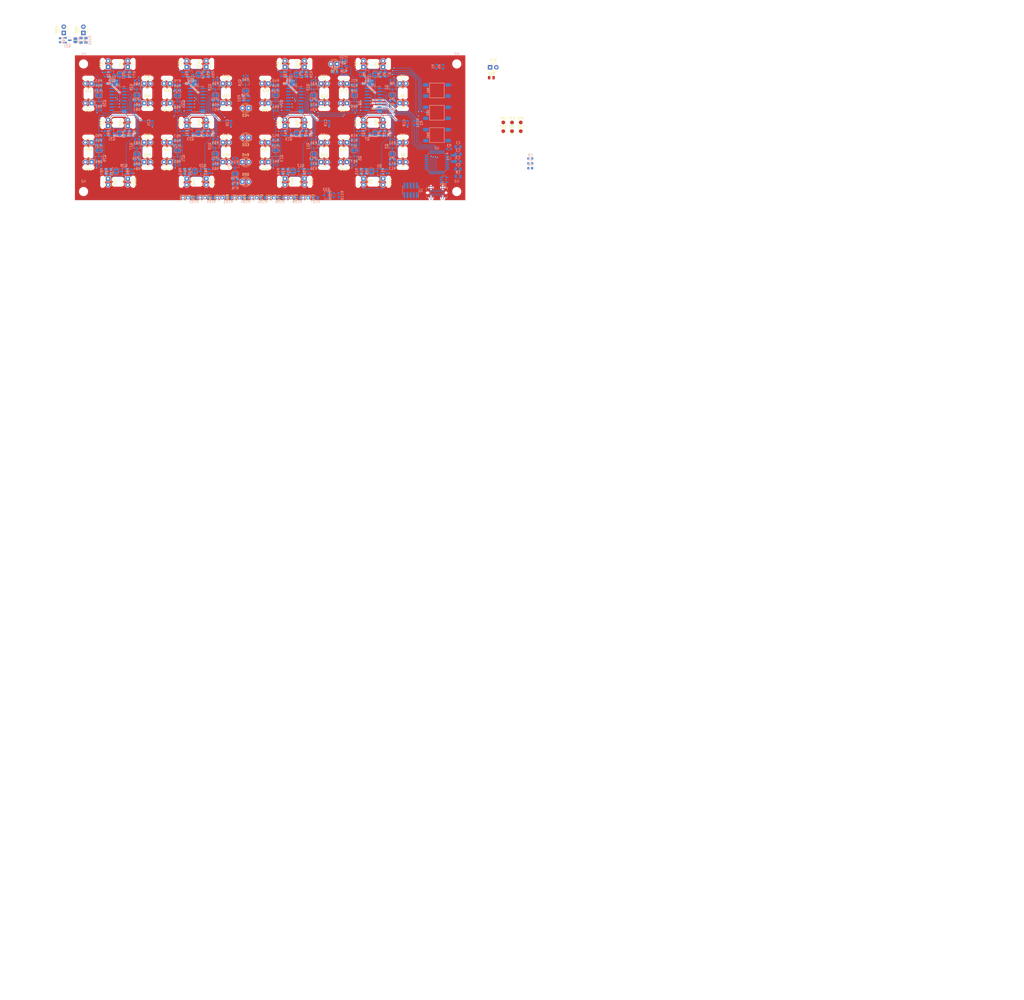
<source format=kicad_pcb>
(kicad_pcb (version 20241229) (generator "pcbnew") (generator_version "9.0")
  (layers (0 "F.Cu" signal) (2 "B.Cu" signal) (13 "F.Paste" user) (15 "B.Paste" user) (5 "F.SilkS" user "F.Silkscreen") (7 "B.SilkS" user "B.Silkscreen") (1 "F.Mask" user) (3 "B.Mask" user) (25 "Edge.Cuts" user))
  (net 0 "")
  (net 1 "Net-(D15-K)")
  (net 2 "Net-(D3-K)")
  (net 3 "Net-(D4-K)")
  (net 4 "Net-(D5-K)")
  (net 5 "Net-(D6-K)")
  (net 6 "Net-(D7-K)")
  (net 7 "Net-(D8-K)")
  (net 8 "Net-(D9-K)")
  (net 9 "Net-(D10-K)")
  (net 10 "Net-(D11-K)")
  (net 11 "Net-(D12-K)")
  (net 12 "Net-(D13-K)")
  (net 13 "Net-(D14-K)")
  (net 14 "GND")
  (net 15 "/SR1_OUT")
  (net 16 "/7_SEG_1/A")
  (net 17 "/7_SEG_1/QA")
  (net 18 "/7_SEG_1/QB")
  (net 19 "/7_SEG_1/B")
  (net 20 "/7_SEG_1/QC")
  (net 21 "/7_SEG_1/C")
  (net 22 "/7_SEG_1/D")
  (net 23 "/7_SEG_1/QD")
  (net 24 "/7_SEG_1/QE")
  (net 25 "/7_SEG_1/E")
  (net 26 "/7_SEG_1/QF")
  (net 27 "/7_SEG_1/F")
  (net 28 "/7_SEG_1/QG")
  (net 29 "/7_SEG_1/G")
  (net 30 "/7_SEG_1/H")
  (net 31 "/7_SEG_1/QH")
  (net 32 "Net-(D16-K)")
  (net 33 "+5V")
  (net 34 "/SPI_MOSI")
  (net 35 "/PUSH_OUT")
  (net 36 "/SPI_SCK")
  (net 37 "VDD")
  (net 38 "Net-(U2-PC14)")
  (net 39 "Net-(U2-PC15)")
  (net 40 "Net-(D17-K)")
  (net 41 "Net-(D18-K)")
  (net 50 "/SW_CLK")
  (net 51 "/SW_DIO")
  (net 52 "/T_{JTDI}{slash}NC")
  (net 53 "/T_{JTDO}{slash}T_{SWO}")
  (net 54 "/GND_{detect}")
  (net 55 "/T_{JRCLK}{slash}NC")
  (net 56 "/ T_{NRST}")
  (net 57 "/FD_analog")
  (net 58 "Net-(U2-PB5)")
  (net 59 "/SW_3")
  (net 60 "/SW_2")
  (net 61 "/SW_1")
  (net 74 "Net-(D19-K)")
  (net 75 "Net-(D20-K)")
  (net 76 "Net-(D21-K)")
  (net 77 "Net-(D22-K)")
  (net 78 "Net-(D23-K)")
  (net 79 "Net-(D24-K)")
  (net 80 "Net-(D25-K)")
  (net 81 "Net-(D26-K)")
  (net 82 "Net-(D27-K)")
  (net 83 "Net-(D28-K)")
  (net 84 "Net-(D29-K)")
  (net 85 "Net-(D30-K)")
  (net 86 "Net-(D31-K)")
  (net 87 "Net-(D32-K)")
  (net 88 "Net-(D33-K)")
  (net 89 "Net-(D34-K)")
  (net 90 "Net-(D35-K)")
  (net 91 "Net-(D36-K)")
  (net 92 "Net-(D37-K)")
  (net 93 "Net-(D38-K)")
  (net 94 "Net-(D39-K)")
  (net 95 "Net-(D40-K)")
  (net 96 "Net-(D41-K)")
  (net 97 "Net-(D42-K)")
  (net 98 "Net-(D43-K)")
  (net 99 "Net-(D44-K)")
  (net 100 "Net-(D45-K)")
  (net 101 "Net-(D46-K)")
  (net 102 "Net-(D47-K)")
  (net 103 "Net-(D48-K)")
  (net 104 "Net-(D49-K)")
  (net 105 "Net-(D50-K)")
  (net 106 "Net-(D51-K)")
  (net 107 "Net-(D52-K)")
  (net 108 "Net-(D53-K)")
  (net 109 "Net-(D54-K)")
  (net 110 "Net-(D55-K)")
  (net 111 "Net-(D56-K)")
  (net 112 "Net-(D57-K)")
  (net 113 "Net-(D58-K)")
  (net 114 "Net-(D59-K)")
  (net 115 "Net-(D60-K)")
  (net 116 "Net-(D61-K)")
  (net 117 "Net-(D62-K)")
  (net 118 "Net-(D63-K)")
  (net 119 "Net-(D64-K)")
  (net 120 "Net-(D65-K)")
  (net 121 "Net-(D66-K)")
  (net 122 "/7_SEG_2/QA")
  (net 123 "/7_SEG_2/A")
  (net 124 "/7_SEG_2/QB")
  (net 125 "/7_SEG_2/B")
  (net 126 "/7_SEG_2/C")
  (net 127 "/7_SEG_2/QC")
  (net 128 "/7_SEG_2/QD")
  (net 129 "/7_SEG_2/D")
  (net 130 "/7_SEG_2/E")
  (net 131 "/7_SEG_2/QE")
  (net 132 "/7_SEG_2/QF")
  (net 133 "/7_SEG_2/F")
  (net 134 "/7_SEG_2/G")
  (net 135 "/7_SEG_2/QG")
  (net 136 "/7_SEG_2/H")
  (net 137 "/7_SEG_2/QH")
  (net 138 "/7_SEG_3/QA")
  (net 139 "/7_SEG_3/A")
  (net 140 "/7_SEG_3/B")
  (net 141 "/7_SEG_3/QB")
  (net 142 "/7_SEG_3/C")
  (net 143 "/7_SEG_3/QC")
  (net 144 "/7_SEG_3/QD")
  (net 145 "/7_SEG_3/D")
  (net 146 "/7_SEG_3/E")
  (net 147 "/7_SEG_3/QE")
  (net 148 "/7_SEG_3/F")
  (net 149 "/7_SEG_3/QF")
  (net 150 "/7_SEG_3/G")
  (net 151 "/7_SEG_3/QG")
  (net 152 "/7_SEG_3/QH")
  (net 153 "/7_SEG_3/H")
  (net 154 "/7_SEG_4/A")
  (net 155 "/7_SEG_4/QA")
  (net 156 "/7_SEG_4/QB")
  (net 157 "/7_SEG_4/B")
  (net 158 "/7_SEG_4/QC")
  (net 159 "/7_SEG_4/C")
  (net 160 "/7_SEG_4/QD")
  (net 161 "/7_SEG_4/D")
  (net 162 "/7_SEG_4/E")
  (net 163 "/7_SEG_4/QE")
  (net 164 "/7_SEG_4/QF")
  (net 165 "/7_SEG_4/F")
  (net 166 "/7_SEG_4/G")
  (net 167 "/7_SEG_4/QG")
  (net 168 "/7_SEG_4/QH")
  (net 169 "/7_SEG_4/H")
  (net 170 "/SR2_OUT")
  (net 171 "/SR3_OUT")
  (net 173 "Net-(Q33-G)")
  (net 174 "Net-(Q33-D)")
  (net 175 "Net-(D67-K)")
  (net 176 "Net-(D68-K)")
  (net 177 "Net-(D69-K)")
  (net 178 "Net-(D70-K)")
  (net 179 "Net-(D71-K)")
  (net 180 "Net-(D72-K)")
  (net 181 "Net-(D73-K)")
  (net 182 "/LOGO_PWM")
  (net 189 "Net-(D2-K)")
  (net 190 "Net-(U2-PB3)")
  (net 191 "/PWM_DIG_4")
  (net 192 "/PWM_DIG_3")
  (net 193 "/PWM_DIG_1")
  (net 194 "/PWM_DIG_2")
  (net 195 "/TEMP_analog")
  (net 196 "/DISP_RESET")
  (footprint "LED_THT:LED_D3.0mm" (layer "F.Cu") (at 207.73 77)
    (property "Reference" "D5")
    (property "Value" "LED")
  )
  (footprint "LED_THT:LED_D3.0mm" (layer "F.Cu") (at 121 94.27 90)
    (property "Reference" "D47")
    (property "Value" "LED")
  )
  (footprint "LED_THT:LED_D3.0mm" (layer "F.Cu") (at 114.27 101 180)
    (property "Reference" "D44")
    (property "Value" "LED")
  )
  (footprint "LED_THT:LED_D3.0mm" (layer "F.Cu") (at 154.27 109 180)
    (property "Reference" "D28")
    (property "Value" "LED")
  )
  (footprint "TestPoint:TestPoint_Pad_D1.5mm" (layer "F.Cu") (at 253.5 96.4)
    (property "Reference" "TP4")
    (property "Value" "Test Point")
  )
  (footprint "LED_THT:LED_D3.0mm" (layer "F.Cu") (at 175.73 109)
    (property "Reference" "D23")
    (property "Value" "LED")
  )
  (footprint "LED_THT:LED_D3.0mm" (layer "F.Cu") (at 154.27 85 180)
    (property "Reference" "D30")
    (property "Value" "LED")
  )
  (footprint "LED_THT:LED_D3.0mm" (layer "F.Cu") (at 182.27 69 180)
    (property "Reference" "D17")
    (property "Value" "LED")
  )
  (footprint "LED_THT:LED_D3.0mm" (layer "F.Cu") (at 129 115.73 -90)
    (property "Reference" "D42")
    (property "Value" "LED")
  )
  (footprint "Connector_PinHeader_2.00mm:PinHeader_1x02_P2.00mm_Vertical" (layer "F.Cu") (at 135.5 123.5 -90)
    (property "Reference" "D68")
    (property "Value" "LED")
  )
  (footprint "LED_THT:LED_D3.0mm" (layer "F.Cu") (at 161 70.27 90)
    (property "Reference" "D20")
    (property "Value" "LED")
  )
  (footprint "LED_THT:LED_D3.0mm" (layer "F.Cu") (at 143.73 109)
    (property "Reference" "D49")
    (property "Value" "LED")
  )
  (footprint "LED_THT:LED_D3.0mm" (layer "F.Cu") (at 78.95 56.37 90)
    (property "Reference" "D66")
    (property "Value" "LED")
  )
  (footprint "TestPoint:TestPoint_Pad_D1.5mm" (layer "F.Cu") (at 253.5 92.85)
    (property "Reference" "TP3")
    (property "Value" "Test Point")
  )
  (footprint "Connector_PinHeader_2.00mm:PinHeader_1x02_P2.00mm_Vertical" (layer "F.Cu") (at 128.5 123.5 -90)
    (property "Reference" "D67")
    (property "Value" "LED")
  )
  (footprint "LED_THT:LED_D3.0mm" (layer "F.Cu") (at 103.73 85)
    (property "Reference" "D54")
    (property "Value" "LED")
  )
  (footprint "LED_THT:LED_D3.0mm" (layer "F.Cu") (at 186.27 101 180)
    (property "Reference" "D11")
    (property "Value" "LED")
  )
  (footprint "LED_THT:LED_D3.0mm" (layer "F.Cu") (at 201 94.27 90)
    (property "Reference" "D16")
    (property "Value" "LED")
  )
  (footprint "LED_THT:LED_D3.0mm" (layer "F.Cu") (at 89 94.27 90)
    (property "Reference" "D63")
    (property "Value" "LED")
  )
  (footprint "LED_THT:LED_D3.0mm" (layer "F.Cu") (at 154.27 101 180)
    (property "Reference" "D27")
    (property "Value" "LED")
  )
  (footprint "LED_THT:LED_D3.0mm" (layer "F.Cu") (at 114.27 77 180)
    (property "Reference" "D46")
    (property "Value" "LED")
  )
  (footprint "LED_THT:LED_D3.0mm" (layer "F.Cu") (at 186.27 109 180)
    (property "Reference" "D12")
    (property "Value" "LED")
  )
  (footprint "TestPoint:TestPoint_Pad_D1.5mm" (layer "F.Cu") (at 257.05 96.4)
    (property "Reference" "TP7")
    (property "Value" "Test Point")
  )
  (footprint "LED_THT:LED_D3.0mm" (layer "F.Cu") (at 146.27 99 180)
    (property "Reference" "D33")
    (property "Value" "LED")
  )
  (footprint "LED_THT:LED_D3.0mm" (layer "F.Cu") (at 207.73 109)
    (property "Reference" "D8")
    (property "Value" "LED")
  )
  (footprint "TestPoint:TestPoint_Pad_D1.5mm" (layer "F.Cu") (at 257.05 92.85)
    (property "Reference" "TP5")
    (property "Value" "Test Point")
  )
  (footprint "TestPoint:TestPoint_Pad_D1.5mm" (layer "F.Cu") (at 249.95 96.4)
    (property "Reference" "TP2")
    (property "Value" "Test Point")
  )
  (footprint "LED_THT:LED_D3.0mm" (layer "F.Cu") (at 135.73 109)
    (property "Reference" "D39")
    (property "Value" "LED")
  )
  (footprint "LED_THT:LED_D3.0mm" (layer "F.Cu") (at 114.27 85 180)
    (property "Reference" "D45")
    (property "Value" "LED")
  )
  (footprint "LED_THT:LED_D3.0mm" (layer "F.Cu") (at 103.73 109)
    (property "Reference" "D55")
    (property "Value" "LED")
  )
  (footprint "LED_THT:LED_D3.0mm" (layer "F.Cu") (at 169 115.73 -90)
    (property "Reference" "D25")
    (property "Value" "LED")
  )
  (footprint "LED_THT:LED_D3.0mm" (layer "F.Cu") (at 89 70.27 90)
    (property "Reference" "D52")
    (property "Value" "LED")
  )
  (footprint "LED_THT:LED_D3.0mm" (layer "F.Cu") (at 82.27 101 180)
    (property "Reference" "D59")
    (property "Value" "LED")
  )
  (footprint "Resistor_SMD:R_0805_2012Metric" (layer "F.Cu") (at 245.1 74.6)
    (property "Reference" "R28")
    (property "Value" "R")
  )
  (footprint "Connector_PinHeader_2.00mm:PinHeader_1x02_P2.00mm_Vertical" (layer "F.Cu") (at 170.5 123.5 -90)
    (property "Reference" "D72")
    (property "Value" "LED")
  )
  (footprint "LED_THT:LED_D3.0mm" (layer "F.Cu") (at 146.27 87 180)
    (property "Reference" "D34")
    (property "Value" "LED")
  )
  (footprint "LED_THT:LED_D3.0mm" (layer "F.Cu") (at 175.73 85)
    (property "Reference" "D22")
    (property "Value" "LED")
  )
  (footprint "LED_THT:LED_D3.0mm" (layer "F.Cu") (at 70.95 56.37 90)
    (property "Reference" "D65")
    (property "Value" "LED")
  )
  (footprint "LED_THT:LED_D3.0mm" (layer "F.Cu") (at 135.73 77)
    (property "Reference" "D38")
    (property "Value" "LED")
  )
  (footprint "LED_THT:LED_D3.0mm" (layer "F.Cu") (at 244.57 70.39)
    (property "Reference" "D18")
    (property "Value" "LED")
  )
  (footprint "LED_THT:LED_D3.0mm" (layer "F.Cu") (at 193 94.27 90)
    (property "Reference" "D15")
    (property "Value" "LED")
  )
  (footprint "LED_THT:LED_D3.0mm" (layer "F.Cu") (at 114.27 109 180)
    (property "Reference" "D43")
    (property "Value" "LED")
  )
  (footprint "LED_THT:LED_D3.0mm" (layer "F.Cu") (at 201 70.27 90)
    (property "Reference" "D4")
    (property "Value" "LED")
  )
  (footprint "LED_THT:LED_D3.0mm" (layer "F.Cu") (at 129 70.27 90)
    (property "Reference" "D36")
    (property "Value" "LED")
  )
  (footprint "LED_THT:LED_D3.0mm" (layer "F.Cu") (at 175.73 77)
    (property "Reference" "D21")
    (property "Value" "LED")
  )
  (footprint "TestPoint:TestPoint_Pad_D1.5mm" (layer "F.Cu") (at 249.95 92.85)
    (property "Reference" "TP1")
    (property "Value" "Test Point")
  )
  (footprint "LED_THT:LED_D3.0mm" (layer "F.Cu") (at 103.73 77)
    (property "Reference" "D53")
    (property "Value" "LED")
  )
  (footprint "LED_THT:LED_D3.0mm" (layer "F.Cu") (at 161 94.27 90)
    (property "Reference" "D31")
    (property "Value" "LED")
  )
  (footprint "LED_THT:LED_D3.0mm" (layer "F.Cu") (at 135.73 101)
    (property "Reference" "D40")
    (property "Value" "LED")
  )
  (footprint "LED_THT:LED_D3.0mm" (layer "F.Cu") (at 186.27 77 180)
    (property "Reference" "D13")
    (property "Value" "LED")
  )
  (footprint "Connector_PinHeader_2.00mm:PinHeader_1x02_P2.00mm_Vertical" (layer "F.Cu") (at 156.5 123.5 -90)
    (property "Reference" "D71")
    (property "Value" "LED")
  )
  (footprint "LED_THT:LED_D3.0mm" (layer "F.Cu") (at 121 115.73 -90)
    (property "Reference" "D41")
    (property "Value" "LED")
  )
  (footprint "LED_THT:LED_D3.0mm" (layer "F.Cu") (at 207.73 85)
    (property "Reference" "D6")
    (property "Value" "LED")
  )
  (footprint "LED_THT:LED_D3.0mm" (layer "F.Cu") (at 82.27 77 180)
    (property "Reference" "D61")
    (property "Value" "LED")
  )
  (footprint "Connector_PinHeader_2.00mm:PinHeader_1x02_P2.00mm_Vertical" (layer "F.Cu") (at 121.5 123.5 -90)
    (property "Reference" "D2")
    (property "Value" "LED")
  )
  (footprint "LED_THT:LED_D3.0mm" (layer "F.Cu") (at 103.73 101)
    (property "Reference" "D56")
    (property "Value" "LED")
  )
  (footprint "LED_THT:LED_D3.0mm" (layer "F.Cu") (at 121 70.27 90)
    (property "Reference" "D35")
    (property "Value" "LED")
  )
  (footprint "LED_THT:LED_D3.0mm" (layer "F.Cu") (at 193 70.27 90)
    (property "Reference" "D3")
    (property "Value" "LED")
  )
  (footprint "LED_THT:LED_D3.0mm" (layer "F.Cu") (at 135.73 85)
    (property "Reference" "D37")
    (property "Value" "LED")
  )
  (footprint "LED_THT:LED_D3.0mm" (layer "F.Cu") (at 129 94.27 90)
    (property "Reference" "D48")
    (property "Value" "LED")
  )
  (footprint "LED_THT:LED_D3.0mm" (layer "F.Cu") (at 201 115.73 -90)
    (property "Reference" "D10")
    (property "Value" "LED")
  )
  (footprint "Connector_PinHeader_2.00mm:PinHeader_1x02_P2.00mm_Vertical" (layer "F.Cu") (at 142.5 123.5 -90)
    (property "Reference" "D69")
    (property "Value" "LED")
  )
  (footprint "LED_THT:LED_D3.0mm" (layer "F.Cu") (at 154.27 77 180)
    (property "Reference" "D29")
    (property "Value" "LED")
  )
  (footprint "LED_THT:LED_D3.0mm" (layer "F.Cu") (at 97 115.73 -90)
    (property "Reference" "D58")
    (property "Value" "LED")
  )
  (footprint "LED_THT:LED_D3.0mm" (layer "F.Cu") (at 82.27 109 180)
    (property "Reference" "D60")
    (property "Value" "LED")
  )
  (footprint "LOGO" (layer "F.Cu") (at 145 129)
    (property "Reference" "G***" (hide yes))
    (property "Value" "LOGO" (hide yes))
  )
  (footprint "LED_THT:LED_D3.0mm" (layer "F.Cu") (at 169 70.27 90)
    (property "Reference" "D19")
    (property "Value" "LED")
  )
  (footprint "LED_THT:LED_D3.0mm" (layer "F.Cu") (at 186.27 85 180)
    (property "Reference" "D14")
    (property "Value" "LED")
  )
  (footprint "LED_THT:LED_D3.0mm" (layer "F.Cu") (at 207.73 101)
    (property "Reference" "D7")
    (property "Value" "LED")
  )
  (footprint "LED_THT:LED_D3.0mm" (layer "F.Cu") (at 175.73 101)
    (property "Reference" "D24")
    (property "Value" "LED")
  )
  (footprint "LED_THT:LED_D3.0mm" (layer "F.Cu") (at 97 70.27 90)
    (property "Reference" "D51")
    (property "Value" "LED")
  )
  (footprint "LED_THT:LED_D3.0mm" (layer "F.Cu") (at 193 115.73 -90)
    (property "Reference" "D9")
    (property "Value" "LED")
  )
  (footprint "LED_THT:LED_D3.0mm" (layer "F.Cu") (at 89 115.73 -90)
    (property "Reference" "D57")
    (property "Value" "LED")
  )
  (footprint "Connector_PinHeader_2.00mm:PinHeader_1x02_P2.00mm_Vertical" (layer "F.Cu") (at 149.5 123.5 -90)
    (property "Reference" "D70")
    (property "Value" "LED")
  )
  (footprint "LED_THT:LED_D3.0mm" (layer "F.Cu") (at 143.73 117)
    (property "Reference" "D50")
    (property "Value" "LED")
  )
  (footprint "LED_THT:LED_D3.0mm" (layer "F.Cu") (at 161 115.73 -90)
    (property "Reference" "D26")
    (property "Value" "LED")
  )
  (footprint "Connector_PinHeader_2.00mm:PinHeader_1x02_P2.00mm_Vertical" (layer "F.Cu") (at 163.5 123.5 -90)
    (property "Reference" "D73")
    (property "Value" "LED")
  )
  (footprint "LED_THT:LED_D3.0mm" (layer "F.Cu") (at 97 94.27 90)
    (property "Reference" "D64")
    (property "Value" "LED")
  )
  (footprint "LED_THT:LED_D3.0mm" (layer "F.Cu") (at 169 94.27 90)
    (property "Reference" "D32")
    (property "Value" "LED")
  )
  (footprint "LED_THT:LED_D3.0mm" (layer "F.Cu") (at 82.27 85 180)
    (property "Reference" "D62")
    (property "Value" "LED")
  )
  (footprint "Capacitor_SMD:C_0603_1608Metric" (layer "B.Cu") (at 179 93 -90)
    (property "Reference" "C19")
    (property "Value" "1u")
  )
  (footprint "Jumper:SolderJumper-2_P1.3mm_Open_RoundedPad1.0x1.5mm" (layer "B.Cu") (at 196.2 112.75 -90)
    (property "Reference" "JP6")
    (property "Value" "Jumper_2_Small_Open")
  )
  (footprint "Capacitor_SMD:C_0603_1608Metric" (layer "B.Cu") (at 122.8 77.4 180)
    (property "Reference" "C15")
    (property "Value" "100n")
  )
  (footprint "Resistor_SMD:R_0805_2012Metric" (layer "B.Cu") (at 117.25 102 180)
    (property "Reference" "R66")
    (property "Value" "R")
  )
  (footprint "Capacitor_SMD:C_0805_2012Metric" (layer "B.Cu") (at 231.5 108.8 180)
    (property "Reference" "C3")
    (property "Value" "1u")
  )
  (footprint "Resistor_SMD:R_0603_1608Metric" (layer "B.Cu") (at 172.75 99.75)
    (property "Reference" "R35")
    (property "Value" "10K")
  )
  (footprint "Resistor_SMD:R_0805_2012Metric" (layer "B.Cu") (at 204.75 108)
    (property "Reference" "R12")
    (property "Value" "R")
  )
  (footprint "Capacitor_SMD:C_0603_1608Metric" (layer "B.Cu") (at 211 93 -90)
    (property "Reference" "C18")
    (property "Value" "1u")
  )
  (footprint "Jumper:SolderJumper-2_P1.3mm_Open_RoundedPad1.0x1.5mm" (layer "B.Cu") (at 93.75 73.3 90)
    (property "Reference" "JP27")
    (property "Value" "Jumper_2_Small_Open")
  )
  (footprint "Resistor_SMD:R_0805_2012Metric" (layer "B.Cu") (at 144 83 -90)
    (property "Reference" "R52")
    (property "Value" "R")
  )
  (footprint "Capacitor_SMD:C_0603_1608Metric" (layer "B.Cu") (at 90.8 75.8 180)
    (property "Reference" "C16")
    (property "Value" "1u")
  )
  (footprint "Resistor_SMD:R_0805_2012Metric" (layer "B.Cu") (at 117.25 79.6 180)
    (property "Reference" "R69")
    (property "Value" "R")
  )
  (footprint "Resistor_SMD:R_0805_2012Metric" (layer "B.Cu") (at 98 97.3 90)
    (property "Reference" "R97")
    (property "Value" "R")
  )
  (footprint "Resistor_SMD:R_0805_2012Metric" (layer "B.Cu") (at 189.25 101.9 180)
    (property "Reference" "R19")
    (property "Value" "R")
  )
  (footprint "emka_buttons:TS046673BK100SMT" (layer "B.Cu") (at 222.9 98 180)
    (property "Reference" "SW3")
    (property "Value" "SW_MEC_5E" (hide yes))
  )
  (footprint "Jumper:SolderJumper-2_P1.3mm_Open_RoundedPad1.0x1.5mm" (layer "B.Cu") (at 132.75 81.75)
    (property "Reference" "JP20")
    (property "Value" "Jumper_2_Small_Open")
  )
  (footprint "Connector_USB:USB_C_Receptacle_G-Switch_GT-USB-7051x" (layer "B.Cu") (at 222.89 121.5 180)
    (property "Reference" "J1")
    (property "Value" "USB_C_Plug_USB2.0")
  )
  (footprint "Jumper:SolderJumper-2_P1.3mm_Open_RoundedPad1.0x1.5mm" (layer "B.Cu") (at 85.25 81.8 180)
    (property "Reference" "JP32")
    (property "Value" "Jumper_2_Small_Open")
  )
  (footprint "Resistor_SMD:R_0603_1608Metric" (layer "B.Cu") (at 191.75 73.25 90)
    (property "Reference" "R6")
    (property "Value" "10K")
  )
  (footprint "Jumper:SolderJumper-2_P1.3mm_Open_RoundedPad1.0x1.5mm" (layer "B.Cu") (at 197.75 97.25 90)
    (property "Reference" "JP9")
    (property "Value" "Jumper_2_Small_Open")
  )
  (footprint "Capacitor_SMD:C_0805_2012Metric" (layer "B.Cu") (at 231.5 105.79 180)
    (property "Reference" "C2")
    (property "Value" "10u")
  )
  (footprint "Capacitor_SMD:C_0603_1608Metric" (layer "B.Cu") (at 122.8 75.8 180)
    (property "Reference" "C14")
    (property "Value" "1u")
  )
  (footprint "Package_TO_SOT_SMD:SOT-23" (layer "B.Cu") (at 117.25 85.1 90)
    (property "Reference" "Q22")
    (property "Value" "2N7002K")
  )
  (footprint "Jumper:SolderJumper-2_P1.3mm_Open_RoundedPad1.0x1.5mm" (layer "B.Cu") (at 75.7 59.35 90)
    (property "Reference" "JP34")
    (property "Value" "Jumper_2_Small_Open")
  )
  (footprint "Resistor_SMD:R_0805_2012Metric" (layer "B.Cu") (at 193.9 112.75 -90)
    (property "Reference" "R16")
    (property "Value" "R")
  )
  (footprint "Resistor_SMD:R_0805_2012Metric" (layer "B.Cu") (at 189.3 79.5 180)
    (property "Reference" "R22")
    (property "Value" "R")
  )
  (footprint "Resistor_SMD:R_0603_1608Metric" (layer "B.Cu") (at 189.2 110.2 180)
    (property "Reference" "R17")
    (property "Value" "10K")
  )
  (footprint "Jumper:SolderJumper-2_P1.3mm_Open_RoundedPad1.0x1.5mm" (layer "B.Cu") (at 164.25 112.75 -90)
    (property "Reference" "JP14")
    (property "Value" "Jumper_2_Small_Open")
  )
  (footprint "Resistor_SMD:R_0805_2012Metric" (layer "B.Cu") (at 88 112.75 -90)
    (property "Reference" "R87")
    (property "Value" "R")
  )
  (footprint "Capacitor_SMD:C_0603_1608Metric" (layer "B.Cu") (at 260.932856 111.48 180)
    (property "Reference" "C9")
    (property "Value" "100n")
  )
  (footprint "Jumper:SolderJumper-2_P1.3mm_Open_RoundedPad1.0x1.5mm" (layer "B.Cu") (at 197.75 73.25 90)
    (property "Reference" "JP3")
    (property "Value" "Jumper_2_Small_Open")
  )
  (footprint "Package_SO:SO-16_3.9x9.9mm_P1.27mm" (layer "B.Cu") (at 165 83.4 180)
    (property "Reference" "U4")
    (property "Value" "74HCT595")
  )
  (footprint "Package_TO_SOT_SMD:SOT-23" (layer "B.Cu") (at 185 70.8 180)
    (property "Reference" "Q8")
    (property "Value" "2N7002K")
  )
  (footprint "Package_TO_SOT_SMD:SOT-23" (layer "B.Cu") (at 172.75 78.5 -90)
    (property "Reference" "Q10")
    (property "Value" "2N7002K")
  )
  (footprint "Resistor_SMD:R_0603_1608Metric" (layer "B.Cu") (at 132.75 75.5)
    (property "Reference" "R56")
    (property "Value" "10K")
  )
  (footprint "Resistor_SMD:R_0805_2012Metric" (layer "B.Cu") (at 132.75 84)
    (property "Reference" "R58")
    (property "Value" "R")
  )
  (footprint "Package_TO_SOT_SMD:SOT-23" (layer "B.Cu") (at 172.75 102.5 -90)
    (property "Reference" "Q11")
    (property "Value" "2N7002K")
  )
  (footprint "Resistor_SMD:R_0805_2012Metric" (layer "B.Cu") (at 122 112.75 -90)
    (property "Reference" "R64")
    (property "Value" "R")
  )
  (footprint "Resistor_SMD:R_0603_1608Metric" (layer "B.Cu") (at 100.75 75.75)
    (property "Reference" "R80")
    (property "Value" "10K")
  )
  (footprint "Resistor_SMD:R_0805_2012Metric" (layer "B.Cu") (at 181.4 72.3 180)
    (property "Reference" "R27")
    (property "Value" "R")
  )
  (footprint "Package_TO_SOT_SMD:SOT-23" (layer "B.Cu") (at 117.25 107.5 90)
    (property "Reference" "Q21")
    (property "Value" "2N7002K")
  )
  (footprint "Resistor_SMD:R_0805_2012Metric" (layer "B.Cu") (at 170.1 73.25 90)
    (property "Reference" "R29")
    (property "Value" "R")
  )
  (footprint "Resistor_SMD:R_0603_1608Metric" (layer "B.Cu") (at 85.25 110.45 180)
    (property "Reference" "R89")
    (property "Value" "10K")
  )
  (footprint "Jumper:SolderJumper-2_P1.3mm_Open_RoundedPad1.0x1.5mm" (layer "B.Cu") (at 140.75 113.75)
    (property "Reference" "JP26")
    (property "Value" "Jumper_2_Small_Open")
  )
  (footprint "Resistor_SMD:R_0603_1608Metric" (layer "B.Cu") (at 85.25 87.8 180)
    (property "Reference" "R92")
    (property "Value" "10K")
  )
  (footprint "Capacitor_SMD:C_0603_1608Metric" (layer "B.Cu") (at 260.932856 109.51 180)
    (property "Reference" "C7")
    (property "Value" "7p 50V")
  )
  (footprint "Jumper:SolderJumper-2_P1.3mm_Open_RoundedPad1.0x1.5mm" (layer "B.Cu") (at 93.7 97.3 90)
    (property "Reference" "JP33")
    (property "Value" "Jumper_2_Small_Open")
  )
  (footprint "Resistor_SMD:R_0603_1608Metric" (layer "B.Cu") (at 98.5 112.75 -90)
    (property "Reference" "R86")
    (property "Value" "10K")
  )
  (footprint "Package_TO_SOT_SMD:SOT-23" (layer "B.Cu") (at 199.45 112.75 180)
    (property "Reference" "Q4")
    (property "Value" "2N7002K")
  )
  (footprint "Resistor_SMD:R_0805_2012Metric" (layer "B.Cu") (at 146 83 -90)
    (property "Reference" "R51")
    (property "Value" "R")
  )
  (footprint "Jumper:SolderJumper-2_P1.3mm_Open_RoundedPad1.0x1.5mm" (layer "B.Cu") (at 165.8 97.25 90)
    (property "Reference" "JP17")
    (property "Value" "Jumper_2_Small_Open")
  )
  (footprint "Capacitor_SMD:C_0805_2012Metric" (layer "B.Cu") (at 231.5 102.78 180)
    (property "Reference" "C1")
    (property "Value" "10u")
  )
  (footprint "Jumper:SolderJumper-2_P1.3mm_Open_RoundedPad1.0x1.5mm" (layer "B.Cu") (at 117.25 81.85 180)
    (property "Reference" "JP24")
    (property "Value" "Jumper_2_Small_Open")
  )
  (footprint "Resistor_SMD:R_0805_2012Metric" (layer "B.Cu") (at 172.75 84)
    (property "Reference" "R33")
    (property "Value" "R")
  )
  (footprint "Package_TO_SOT_SMD:SOT-23-5" (layer "B.Cu") (at 225.85 116.2125)
    (property "Reference" "U1")
    (property "Value" "MIC5504-3.3YM5")
  )
  (footprint "Resistor_SMD:R_0805_2012Metric" (layer "B.Cu") (at 204.75 110)
    (property "Reference" "R13")
    (property "Value" "R")
  )
  (footprint "Resistor_SMD:R_0805_2012Metric" (layer "B.Cu") (at 100.75 84)
    (property "Reference" "R81")
    (property "Value" "R")
  )
  (footprint "Jumper:SolderJumper-2_P1.3mm_Open_RoundedPad1.0x1.5mm" (layer "B.Cu") (at 125.8 73.25 90)
    (property "Reference" "JP19")
    (property "Value" "Jumper_2_Small_Open")
  )
  (footprint "Capacitor_SMD:C_0603_1608Metric" (layer "B.Cu") (at 162.8 77.4 180)
    (property "Reference" "C13")
    (property "Value" "100n")
  )
  (footprint "Resistor_SMD:R_0805_2012Metric" (layer "B.Cu") (at 120 112.75 -90)
    (property "Reference" "R63")
    (property "Value" "R")
  )
  (footprint "Jumper:SolderJumper-2_P1.3mm_Open_RoundedPad1.0x1.5mm" (layer "B.Cu") (at 92.25 112.75 -90)
    (property "Reference" "JP30")
    (property "Value" "Jumper_2_Small_Open")
  )
  (footprint "Resistor_SMD:R_0805_2012Metric" (layer "B.Cu") (at 140.75 118)
    (property "Reference" "R76")
    (property "Value" "R")
  )
  (footprint "emka_buttons:TS046673BK100SMT" (layer "B.Cu") (at 222.9 79.8 180)
    (property "Reference" "SW1")
    (property "Value" "SW_MEC_5E" (hide yes))
  )
  (footprint "Resistor_SMD:R_0603_1608Metric" (layer "B.Cu") (at 157.25 88 180)
    (property "Reference" "R44")
    (property "Value" "10K")
  )
  (footprint "Package_TO_SOT_SMD:SOT-23" (layer "B.Cu") (at 95.5 112.75 180)
    (property "Reference" "Q28")
    (property "Value" "2N7002K")
  )
  (footprint "Package_TO_SOT_SMD:SOT-23" (layer "B.Cu") (at 100.75 78.5 -90)
    (property "Reference" "Q26")
    (property "Value" "2N7002K")
  )
  (footprint "Resistor_SMD:R_0603_1608Metric" (layer "B.Cu") (at 119.8 97.2 90)
    (property "Reference" "R71")
    (property "Value" "10K")
  )
  (footprint "Jumper:SolderJumper-2_P1.3mm_Open_RoundedPad1.0x1.5mm" (layer "B.Cu") (at 85.25 104.2 180)
    (property "Reference" "JP31")
    (property "Value" "Jumper_2_Small_Open")
  )
  (footprint "Resistor_SMD:R_0805_2012Metric" (layer "B.Cu") (at 85.25 77.55 180)
    (property "Reference" "R93")
    (property "Value" "R")
  )
  (footprint "Resistor_SMD:R_0805_2012Metric" (layer "B.Cu") (at 172.75 86)
    (property "Reference" "R34")
    (property "Value" "R")
  )
  (footprint "Package_SO:SO-16_3.9x9.9mm_P1.27mm" (layer "B.Cu") (at 197 83.4 180)
    (property "Reference" "U3")
    (property "Value" "74HCT595")
  )
  (footprint "Resistor_SMD:R_0805_2012Metric" (layer "B.Cu") (at 200 97.25 90)
    (property "Reference" "R24")
    (property "Value" "R")
  )
  (footprint "Resistor_SMD:R_0805_2012Metric" (layer "B.Cu") (at 168.1 97.25 90)
    (property "Reference" "R48")
    (property "Value" "R")
  )
  (footprint "Package_TO_SOT_SMD:SOT-23" (layer "B.Cu") (at 90.5 97.25)
    (property "Reference" "Q31")
    (property "Value" "2N7002K")
  )
  (footprint "Resistor_SMD:R_0603_1608Metric" (layer "B.Cu") (at 170.5 112.75 -90)
    (property "Reference" "R38")
    (property "Value" "10K")
  )
  (footprint "Package_TO_SOT_SMD:SOT-23" (layer "B.Cu") (at 72.45 59.35)
    (property "Reference" "Q32")
    (property "Value" "2N7002K")
  )
  (footprint "Connector_PinHeader_1.27mm:PinHeader_2x05_P1.27mm_Vertical_SMD" (layer "B.Cu") (at 212.2 120.5 90)
    (property "Reference" "J2")
    (property "Value" "Conn_02x05_Odd_Even")
  )
  (footprint "Resistor_SMD:R_0805_2012Metric" (layer "B.Cu") (at 191.9 112.75 -90)
    (property "Reference" "R15")
    (property "Value" "R")
  )
  (footprint "Resistor_SMD:R_0805_2012Metric" (layer "B.Cu") (at 132.7 108)
    (property "Reference" "R61")
    (property "Value" "R")
  )
  (footprint "Resistor_SMD:R_0603_1608Metric" (layer "B.Cu") (at 140.75 107.5)
    (property "Reference" "R74")
    (property "Value" "10K")
  )
  (footprint "Resistor_SMD:R_0603_1608Metric" (layer "B.Cu") (at 159.55 73.25 90)
    (property "Reference" "R30")
    (property "Value" "10K")
  )
  (footprint "Resistor_SMD:R_0805_2012Metric" (layer "B.Cu") (at 162.05 112.75 -90)
    (property "Reference" "R39")
    (property "Value" "R")
  )
  (footprint "Resistor_SMD:R_0603_1608Metric" (layer "B.Cu") (at 132.7 99.7)
    (property "Reference" "R59")
    (property "Value" "10K")
  )
  (footprint "Resistor_SMD:R_0805_2012Metric" (layer "B.Cu") (at 159 123.5)
    (property "Reference" "R106")
    (property "Value" "R")
  )
  (footprint "Resistor_SMD:R_0805_2012Metric" (layer "B.Cu") (at 152 123.5)
    (property "Reference" "R105")
    (property "Value" "R")
  )
  (footprint "Resistor_SMD:R_0805_2012Metric" (layer "B.Cu") (at 132.7 110.05)
    (property "Reference" "R60")
    (property "Value" "R")
  )
  (footprint "Package_SO:SO-16_3.9x9.9mm_P1.27mm" (layer "B.Cu") (at 93 83.4 180)
    (property "Reference" "U6")
    (property "Value" "74HCT595")
  )
  (footprint "Resistor_SMD:R_0805_2012Metric" (layer "B.Cu") (at 130.1 97.25 90)
    (property "Reference" "R73")
    (property "Value" "R")
  )
  (footprint "Jumper:SolderJumper-2_P1.3mm_Open_RoundedPad1.0x1.5mm" (layer "B.Cu") (at 117.25 104.25 180)
    (property "Reference" "JP23")
    (property "Value" "Jumper_2_Small_Open")
  )
  (footprint "Resistor_SMD:R_0805_2012Metric" (layer "B.Cu") (at 138 123.5)
    (property "Reference" "R103")
    (property "Value" "R")
  )
  (footprint "Package_TO_SOT_SMD:SOT-23" (layer "B.Cu") (at 194.5 73.25)
    (property "Reference" "Q1")
    (property "Value" "2N7002K")
  )
  (footprint "Resistor_SMD:R_0805_2012Metric" (layer "B.Cu") (at 96 97.3 90)
    (property "Reference" "R96")
    (property "Value" "R")
  )
  (footprint "MountingHole:MountingHole_3.2mm_M3" (layer "B.Cu") (at 231 69 180)
    (property "Reference" "H2")
    (property "Value" "MountingHole")
  )
  (footprint "Resistor_SMD:R_0603_1608Metric" (layer "B.Cu") (at 180.9375 122.5 -90)
    (property "Reference" "R109")
    (property "Value" "10K")
  )
  (footprint "Resistor_SMD:R_0603_1608Metric" (layer "B.Cu") (at 213.7 93.05 90)
    (property "Reference" "R111")
    (property "Value" "22")
  )
  (footprint "Package_TO_SOT_SMD:SOT-23" (layer "B.Cu") (at 189.25 107.45 90)
    (property "Reference" "Q5")
    (property "Value" "2N7002K")
  )
  (footprint "Package_TO_SOT_SMD:SOT-23" (layer "B.Cu") (at 122.55 73.25)
    (property "Reference" "Q17")
    (property "Value" "2N7002K")
  )
  (footprint "Jumper:SolderJumper-2_P1.3mm_Open_RoundedPad1.0x1.5mm" (layer "B.Cu") (at 189.3 81.8 180)
    (property "Reference" "JP8")
    (property "Value" "Jumper_2_Small_Open")
  )
  (footprint "Resistor_SMD:R_0603_1608Metric" (layer "B.Cu") (at 189.3 87.8 180)
    (property "Reference" "R20")
    (property "Value" "10K")
  )
  (footprint "Package_TO_SOT_SMD:SOT-23" (layer "B.Cu") (at 90.5 73.3)
    (property "Reference" "Q25")
    (property "Value" "2N7002K")
  )
  (footprint "Jumper:SolderJumper-2_P1.3mm_Open_RoundedPad1.0x1.5mm" (layer "B.Cu") (at 145 79.95)
    (property "Reference" "JP18")
    (property "Value" "Jumper_2_Small_Open")
  )
  (footprint "Resistor_SMD:R_0805_2012Metric" (layer "B.Cu") (at 85.25 99.9 180)
    (property "Reference" "R90")
    (property "Value" "R")
  )
  (footprint "Resistor_SMD:R_0805_2012Metric" (layer "B.Cu") (at 90 112.75 -90)
    (property "Reference" "R88")
    (property "Value" "R")
  )
  (footprint "Capacitor_SMD:C_0805_2012Metric" (layer "B.Cu") (at 231.5 114.82 180)
    (property "Reference" "C8")
    (property "Value" "1u")
  )
  (footprint "Package_TO_SOT_SMD:SOT-23" (layer "B.Cu") (at 122.55 97.25)
    (property "Reference" "Q23")
    (property "Value" "2N7002K")
  )
  (footprint "Jumper:SolderJumper-2_P1.3mm_Open_RoundedPad1.0x1.5mm" (layer "B.Cu") (at 100.75 105.8)
    (property "Reference" "JP29")
    (property "Value" "Jumper_2_Small_Open")
  )
  (footprint "Resistor_SMD:R_0805_2012Metric" (layer "B.Cu") (at 202 97.25 90)
    (property "Reference" "R25")
    (property "Value" "R")
  )
  (footprint "Resistor_SMD:R_0603_1608Metric" (layer "B.Cu") (at 204.75 75.5)
    (property "Reference" "R8")
    (property "Value" "10K")
  )
  (footprint "Jumper:SolderJumper-2_P1.3mm_Open_RoundedPad1.0x1.5mm" (layer "B.Cu") (at 204.75 105.75)
    (property "Reference" "JP5")
    (property "Value" "Jumper_2_Small_Open")
  )
  (footprint "Resistor_SMD:R_0805_2012Metric" (layer "B.Cu") (at 173.5 123.5)
    (property "Reference" "R107")
    (property "Value" "R")
  )
  (footprint "Capacitor_SMD:C_0603_1608Metric" (layer "B.Cu") (at 162.8 75.8 180)
    (property "Reference" "C12")
    (property "Value" "1u")
  )
  (footprint "Resistor_SMD:R_0603_1608Metric" (layer "B.Cu") (at 157.3 110.2 180)
    (property "Reference" "R41")
    (property "Value" "10K")
  )
  (footprint "Resistor_SMD:R_0805_2012Metric" (layer "B.Cu") (at 160 112.75 -90)
    (property "Reference" "R40")
    (property "Value" "R")
  )
  (footprint "Capacitor_SMD:C_0603_1608Metric" (layer "B.Cu") (at 139 93 -90)
    (property "Reference" "C20")
    (property "Value" "1u")
  )
  (footprint "Resistor_SMD:R_0603_1608Metric" (layer "B.Cu") (at 87.75 97.25 90)
    (property "Reference" "R95")
    (property "Value" "10K")
  )
  (footprint "Package_TO_SOT_SMD:SOT-23" (layer "B.Cu") (at 157.3 107.45 90)
    (property "Reference" "Q13")
    (property "Value" "2N7002K")
  )
  (footprint "Jumper:SolderJumper-2_P1.3mm_Open_RoundedPad1.0x1.5mm" (layer "B.Cu") (at 157.25 81.75 180)
    (property "Reference" "JP16")
    (property "Value" "Jumper_2_Small_Open")
  )
  (footprint "Package_TO_SOT_SMD:SOT-23" (layer "B.Cu") (at 132.7 102.45 -90)
    (property "Reference" "Q19")
    (property "Value" "2N7002K")
  )
  (footprint "Resistor_SMD:R_0603_1608Metric" (layer "B.Cu") (at 202.45 112.75 -90)
    (property "Reference" "R14")
    (property "Value" "10K")
  )
  (footprint "Resistor_SMD:R_0603_1608Metric" (layer "B.Cu") (at 222.75 70.1 -90)
    (property "Reference" "R1")
    (property "Value" "4K7")
  )
  (footprint "Resistor_SMD:R_0805_2012Metric" (layer "B.Cu") (at 100.75 108.1)
    (property "Reference" "R85")
    (property "Value" "R")
  )
  (footprint "Resistor_SMD:R_0603_1608Metric" (layer "B.Cu") (at 87.75 73.3 90)
    (property "Reference" "R78")
    (property "Value" "10K")
  )
  (footprint "Package_TO_SOT_SMD:SOT-23" (layer "B.Cu") (at 162.55 73.25)
    (property "Reference" "Q9")
    (property "Value" "2N7002K")
  )
  (footprint "Jumper:SolderJumper-2_P1.3mm_Open_RoundedPad1.0x1.5mm" (layer "B.Cu") (at 172.75 105.75)
    (property "Reference" "JP13")
    (property "Value" "Jumper_2_Small_Open")
  )
  (footprint "Resistor_SMD:R_0805_2012Metric" (layer "B.Cu") (at 140.75 116)
    (property "Reference" "R75")
    (property "Value" "R")
  )
  (footprint "Capacitor_SMD:C_0603_1608Metric" (layer "B.Cu") (at 90.8 77.4 180)
    (property "Reference" "C17")
    (property "Value" "100n")
  )
  (footprint "Resistor_SMD:R_0603_1608Metric" (layer "B.Cu") (at 204.75 99.75)
    (property "Reference" "R11")
    (property "Value" "10K")
  )
  (footprint "Package_TO_SOT_SMD:SOT-23" (layer "B.Cu") (at 204.75 78.5 -90)
    (property "Reference" "Q2")
    (property "Value" "2N7002K")
  )
  (footprint "Resistor_SMD:R_0805_2012Metric" (layer "B.Cu") (at 130.1 73.25 90)
    (property "Reference" "R55")
    (property "Value" "R")
  )
  (footprint "Package_TO_SOT_SMD:SOT-23" (layer "B.Cu") (at 85.25 107.45 90)
    (property "Reference" "Q29")
    (property "Value" "2N7002K")
  )
  (footprint "Resistor_SMD:R_0805_2012Metric" (layer "B.Cu") (at 170.1 97.25 90)
    (property "Reference" "R49")
    (property "Value" "R")
  )
  (footprint "Crystal:Crystal_SMD_3215-2Pin_3.2x1.5mm" (layer "B.Cu") (at 229.45 107.5 -90)
    (property "Reference" "Y1")
    (property "Value" "32K768")
  )
  (footprint "Jumper:SolderJumper-2_P1.3mm_Open_RoundedPad1.0x1.5mm" (layer "B.Cu") (at 100.75 81.75)
    (property "Reference" "JP28")
    (property "Value" "Jumper_2_Small_Open")
  )
  (footprint "Resistor_SMD:R_0805_2012Metric" (layer "B.Cu") (at 157.3 101.9 180)
    (property "Reference" "R43")
    (property "Value" "R")
  )
  (footprint "Package_TO_SOT_SMD:SOT-23" (layer "B.Cu") (at 140.75 110.5 -90)
    (property "Reference" "Q24")
    (property "Value" "2N7002K")
  )
  (footprint "Resistor_SMD:R_0805_2012Metric" (layer "B.Cu") (at 132.75 86)
    (property "Reference" "R57")
    (property "Value" "R")
  )
  (footprint "Jumper:SolderJumper-2_P1.3mm_Open_RoundedPad1.0x1.5mm" (layer "B.Cu") (at 172.75 81.75)
    (property "Reference" "JP12")
    (property "Value" "Jumper_2_Small_Open")
  )
  (footprint "Package_SO:SO-16_3.9x9.9mm_P1.27mm" (layer "B.Cu") (at 125 83.4 180)
    (property "Reference" "U5")
    (property "Value" "74HCT595")
  )
  (footprint "Resistor_SMD:R_0805_2012Metric" (layer "B.Cu") (at 131 123.5)
    (property "Reference" "R101")
    (property "Value" "R")
  )
  (footprint "Resistor_SMD:R_0805_2012Metric" (layer "B.Cu") (at 166 123.5)
    (property "Reference" "R108")
    (property "Value" "R")
  )
  (footprint "Resistor_SMD:R_0805_2012Metric" (layer "B.Cu") (at 189.25 99.9 180)
    (property "Reference" "R18")
    (property "Value" "R")
  )
  (footprint "MountingHole:MountingHole_3.2mm_M3" (layer "B.Cu") (at 231 121 180)
    (property "Reference" "H2")
    (property "Value" "MountingHole")
  )
  (footprint "Resistor_SMD:R_0805_2012Metric" (layer "B.Cu") (at 117.25 100 180)
    (property "Reference" "R67")
    (property "Value" "R")
  )
  (footprint "Jumper:SolderJumper-2_P1.3mm_Open_RoundedPad1.0x1.5mm" (layer "B.Cu") (at 125.8 97.25 90)
    (property "Reference" "JP25")
    (property "Value" "Jumper_2_Small_Open")
  )
  (footprint "Resistor_SMD:R_0805_2012Metric" (layer "B.Cu") (at 200 73.25 90)
    (property "Reference" "R5")
    (property "Value" "R")
  )
  (footprint "Jumper:SolderJumper-2_P1.3mm_Open_RoundedPad1.0x1.5mm" (layer "B.Cu") (at 189.25 104.2 180)
    (property "Reference" "JP7")
    (property "Value" "Jumper_2_Small_Open")
  )
  (footprint "Jumper:SolderJumper-2_P1.3mm_Open_RoundedPad1.0x1.5mm" (layer "B.Cu") (at 185 67.8 180)
    (property "Reference" "JP10")
    (property "Value" "Jumper_2_Small_Open")
  )
  (footprint "Resistor_SMD:R_0805_2012Metric" (layer "B.Cu") (at 128.1 73.25 90)
    (property "Reference" "R53")
    (property "Value" "R")
  )
  (footprint "Resistor_SMD:R_0805_2012Metric" (layer "B.Cu") (at 77.95 59.35 90)
    (property "Reference" "R99")
    (property "Value" "R")
  )
  (footprint "Resistor_SMD:R_0603_1608Metric" (layer "B.Cu") (at 225.4 70.1 -90)
    (property "Reference" "R4")
    (property "Value" "4K7")
  )
  (footprint "Capacitor_SMD:C_0603_1608Metric" (layer "B.Cu") (at 194.8 75.8 180)
    (property "Reference" "C10")
    (property "Value" "1u")
  )
  (footprint "Capacitor_SMD:C_0603_1608Metric" (layer "B.Cu") (at 194.8 77.4 180)
    (property "Reference" "C11")
    (property "Value" "100n")
  )
  (footprint "Capacitor_SMD:C_0805_2012Metric" (layer "B.Cu") (at 231.5 111.81 180)
    (property "Reference" "C4")
    (property "Value" "1u")
  )
  (footprint "Resistor_SMD:R_0603_1608Metric" (layer "B.Cu") (at 119.55 73.25 90)
    (property "Reference" "R54")
    (property "Value" "10K")
  )
  (footprint "Package_TO_SOT_SMD:SOT-23" (layer "B.Cu") (at 100.75 102.55 -90)
    (property "Reference" "Q27")
    (property "Value" "2N7002K")
  )
  (footprint "Resistor_SMD:R_0805_2012Metric" (layer "B.Cu") (at 85.25 101.9 180)
    (property "Reference" "R91")
    (property "Value" "R")
  )
  (footprint "Resistor_SMD:R_0805_2012Metric" (layer "B.Cu") (at 145 123.5)
    (property "Reference" "R104")
    (property "Value" "R")
  )
  (footprint "Resistor_SMD:R_0805_2012Metric" (layer "B.Cu") (at 98.1 73.3 90)
    (property "Reference" "R77")
    (property "Value" "R")
  )
  (footprint "emka_buttons:TS046673BK100SMT" (layer "B.Cu") (at 222.9 88.9 180)
    (property "Reference" "SW2")
    (property "Value" "SW_MEC_5E" (hide yes))
  )
  (footprint "Resistor_SMD:R_0603_1608Metric" (layer "B.Cu") (at 145 73.9)
    (property "Reference" "R50")
    (property "Value" "10K")
  )
  (footprint "Resistor_SMD:R_0603_1608Metric" (layer "B.Cu") (at 130.25 112.75 -90)
    (property "Reference" "R62")
    (property "Value" "10K")
  )
  (footprint "Package_TO_SOT_SMD:SOT-23" (layer "B.Cu") (at 204.75 102.5 -90)
    (property "Reference" "Q3")
    (property "Value" "2N7002K")
  )
  (footprint "Resistor_SMD:R_0603_1608Metric" (layer "B.Cu") (at 69.45 59.35 90)
    (property "Reference" "R98")
    (property "Value" "10K")
  )
  (footprint "Resistor_SMD:R_0805_2012Metric" (layer "B.Cu") (at 172.75 108)
    (property "Reference" "R37")
    (property "Value" "R")
  )
  (footprint "Package_TO_SOT_SMD:SOT-23" (layer "B.Cu") (at 145 76.65 -90)
    (property "Reference" "Q16")
    (property "Value" "2N7002K")
  )
  (footprint "Resistor_SMD:R_0805_2012Metric" (layer "B.Cu") (at 124 123.5)
    (property "Reference" "R102")
    (property "Value" "R")
  )
  (footprint "Resistor_SMD:R_0805_2012Metric" (layer "B.Cu") (at 96.05 73.3 90)
    (property "Reference" "R79")
    (property "Value" "R")
  )
  (footprint "Package_TO_SOT_SMD:SOT-23" (layer "B.Cu") (at 194.5 97.25)
    (property "Reference" "Q7")
    (property "Value" "2N7002K")
  )
  (footprint "Jumper:SolderJumper-2_P1.3mm_Open_RoundedPad1.0x1.5mm" (layer "B.Cu") (at 204.75 81.75)
    (property "Reference" "JP4")
    (property "Value" "Jumper_2_Small_Open")
  )
  (footprint "Package_TO_SOT_SMD:SOT-23" (layer "B.Cu") (at 189.3 85.05 90)
    (property "Reference" "Q6")
    (property "Value" "2N7002K")
  )
  (footprint "Resistor_SMD:R_0603_1608Metric" (layer "B.Cu") (at 182.9375 122.5 90)
    (property "Reference" "R110")
    (property "Value" "22")
  )
  (footprint "Resistor_SMD:R_0805_2012Metric" (layer "B.Cu") (at 168.1 73.25 90)
    (property "Reference" "R31")
    (property "Value" "R")
  )
  (footprint "Resistor_SMD:R_0805_2012Metric" (layer "B.Cu") (at 117.25 77.6 180)
    (property "Reference" "R70")
    (property "Value" "R")
  )
  (footprint "Package_TO_SOT_SMD:SOT-23" (layer "B.Cu") (at 127.5 112.75 180)
    (property "Reference" "Q20")
    (property "Value" "2N7002K")
  )
  (footprint "Resistor_SMD:R_0603_1608Metric" (layer "B.Cu") (at 215.25 93.05 90)
    (property "Reference" "R2")
    (property "Value" "22")
  )
  (footprint "Resistor_SMD:R_0805_2012Metric" (layer "B.Cu") (at 189.3 77.45 180)
    (property "Reference" "R21")
    (property "Value" "R")
  )
  (footprint "Jumper:SolderJumper-2_P1.3mm_Open_RoundedPad1.0x1.5mm" (layer "B.Cu") (at 165.8 73.25 90)
    (property "Reference" "JP11")
    (property "Value" "Jumper_2_Small_Open")
  )
  (footprint "Jumper:SolderJumper-2_P1.3mm_Open_RoundedPad1.0x1.5mm" (layer "B.Cu") (at 124.25 112.75 -90)
    (property "Reference" "JP22")
    (property "Value" "Jumper_2_Small_Open")
  )
  (footprint "Package_TO_SOT_SMD:SOT-23" (layer "B.Cu") (at 167.45 112.75 180)
    (property "Reference" "Q12")
    (property "Value" "2N7002K")
  )
  (footprint "Resistor_SMD:R_0805_2012Metric" (layer "B.Cu") (at 157.25 79.5 180)
    (property "Reference" "R46")
    (property "Value" "R")
  )
  (footprint "Capacitor_SMD:C_0603_1608Metric" (layer "B.Cu") (at 107 93 -90)
    (property "Reference" "C21")
    (property "Value" "1u")
  )
  (footprint "Resistor_SMD:R_0805_2012Metric" (layer "B.Cu") (at 204.75 84)
    (property "Reference" "R9")
    (property "Value" "R")
  )
  (footprint "Resistor_SMD:R_0603_1608Metric" (layer "B.Cu") (at 117.25 110.25 180)
    (property "Reference" "R65")
    (property "Value" "10K")
  )
  (footprint "Resistor_SMD:R_0603_1608Metric" (layer "B.Cu") (at 172.75 75.75)
    (property "Reference" "R32")
    (property "Value" "10K")
  )
  (footprint "Resistor_SMD:R_0805_2012Metric" (layer "B.Cu") (at 128.1 97.25 90)
    (property "Reference" "R72")
    (property "Value" "R")
  )
  (footprint "Package_TO_SOT_SMD:SOT-23" (layer "B.Cu") (at 162.55 97.25)
    (property "Reference" "Q15")
    (property "Value" "2N7002K")
  )
  (footprint "Resistor_SMD:R_0603_1608Metric" (layer "B.Cu") (at 159.8 97.2 90)
    (property "Reference" "R47")
    (property "Value" "10K")
  )
  (footprint "MountingHole:MountingHole_3.2mm_M3" (layer "B.Cu") (at 79 69 180)
    (property "Reference" "H1")
    (property "Value" "MountingHole")
  )
  (footprint "Resistor_SMD:R_0805_2012Metric" (layer "B.Cu") (at 157.3 99.85 180)
    (property "Reference" "R42")
    (property "Value" "R")
  )
  (footprint "Package_TO_SOT_SMD:SOT-23" (layer "B.Cu") (at 177.9375 122.5 180)
    (property "Reference" "Q33")
    (property "Value" "2N7002K")
  )
  (footprint "Jumper:SolderJumper-2_P1.3mm_Open_RoundedPad1.0x1.5mm" (layer "B.Cu") (at 132.7 105.7)
    (property "Reference" "JP21")
    (property "Value" "Jumper_2_Small_Open")
  )
  (footprint "Package_TO_SOT_SMD:SOT-23" (layer "B.Cu") (at 157.25 85 90)
    (property "Reference" "Q14")
    (property "Value" "2N7002K")
  )
  (footprint "Resistor_SMD:R_0805_2012Metric" (layer "B.Cu") (at 85.25 79.55 180)
    (property "Reference" "R94")
    (property "Value" "R")
  )
  (footprint "MountingHole:MountingHole_3.2mm_M3" (layer "B.Cu") (at 79 121 180)
    (property "Reference" "H2")
    (property "Value" "MountingHole")
  )
  (footprint "Resistor_SMD:R_0805_2012Metric" (layer "B.Cu") (at 100.75 86)
    (property "Reference" "R82")
    (property "Value" "R")
  )
  (footprint "Package_TO_SOT_SMD:SOT-23" (layer "B.Cu") (at 132.75 78.5 -90)
    (property "Reference" "Q18")
    (property "Value" "2N7002K")
  )
  (footprint "Resistor_SMD:R_0603_1608Metric" (layer "B.Cu") (at 191.5 97.25 90)
    (property "Reference" "R23")
    (property "Value" "10K")
  )
  (footprint "Capacitor_SMD:C_0603_1608Metric" (layer "B.Cu") (at 260.932856 107.54 180)
    (property "Reference" "C6")
    (property "Value" "7p 50V")
  )
  (footprint "Resistor_SMD:R_0603_1608Metric" (layer "B.Cu") (at 100.8 99.8)
    (property "Reference" "R83")
    (property "Value" "10K")
  )
  (footprint "Jumper:SolderJumper-2_P1.3mm_Open_RoundedPad1.0x1.5mm" (layer "B.Cu") (at 157.3 104.2 180)
    (property "Reference" "JP15")
    (property "Value" "Jumper_2_Small_Open")
  )
  (footprint "Resistor_SMD:R_0805_2012Metric" (layer "B.Cu") (at 100.75 110.1)
    (property "Reference" "R84")
    (property "Value" "R")
  )
  (footprint "Resistor_SMD:R_0805_2012Metric" (layer "B.Cu") (at 202 73.25 90)
    (property "Reference" "R7")
    (property "Value" "R")
  )
  (footprint "Package_QFP:LQFP-32_7x7mm_P0.8mm" (layer "B.Cu") (at 222.9 109.1 180)
    (property "Reference" "U2")
    (property "Value" "STM32G030K8Tx")
  )
  (footprint "Resistor_SMD:R_0603_1608Metric" (layer "B.Cu") (at 227.9 103.65 180)
    (property "Reference" "R3")
    (property "Value" "4K7")
  )
  (footprint "Package_TO_SOT_SMD:SOT-23" (layer "B.Cu") (at 85.25 85.05 90)
    (property "Reference" "Q30")
    (property "Value" "2N7002K")
  )
  (footprint "Resistor_SMD:R_0805_2012Metric" (layer "B.Cu") (at 172.75 110)
    (property "Reference" "R36")
    (property "Value" "R")
  )
  (footprint "Resistor_SMD:R_0805_2012Metric" (layer "B.Cu") (at 204.75 86)
    (property "Reference" "R10")
    (property "Value" "R")
  )
  (footprint "Resistor_SMD:R_0603_1608Metric" (layer "B.Cu") (at 117.25 88.1 180)
    (property "Reference" "R68")
    (property "Value" "10K")
  )
  (footprint "Resistor_SMD:R_0805_2012Metric" (layer "B.Cu") (at 157.25 77.5 180)
    (property "Reference" "R45")
    (property "Value" "R")
  )
  (footprint "Resistor_SMD:R_0805_2012Metric" (layer "B.Cu") (at 79.95 59.35 90)
    (property "Reference" "R100")
    (property "Value" "R")
  )
  (footprint "Resistor_SMD:R_0603_1608Metric" (layer "B.Cu") (at 185 73.3 180)
    (property "Reference" "R26")
    (property "Value" "10K")
  )
  (gr_arc (start 138.5 110.7) (mid 139 111.2) (end 138.5 111.7) (stroke (width 0.05)) (layer "Edge.Cuts"))
  (gr_line (start 186.5 74.3) (end 183.5 74.3) (stroke (width 0.05)) (layer "Edge.Cuts"))
  (gr_arc (start 151.5 99.3) (mid 151 98.8) (end 151.5 98.3) (stroke (width 0.05)) (layer "Edge.Cuts"))
  (gr_line (start 210.5 106.5) (end 210.5 103.5) (stroke (width 0.05)) (layer "Edge.Cuts"))
  (gr_arc (start 114.5 74.3) (mid 115 74.8) (end 114.5 75.3) (stroke (width 0.05)) (layer "Edge.Cuts"))
  (gr_line (start 106.5 74.3) (end 103.5 74.3) (stroke (width 0.05)) (layer "Edge.Cuts"))
  (gr_line (start 130.7 91.5) (end 130.7 94.5) (stroke (width 0.05)) (layer "Edge.Cuts"))
  (gr_arc (start 79.5 75.3) (mid 79 74.8) (end 79.5 74.3) (stroke (width 0.05)) (layer "Edge.Cuts"))
  (gr_arc (start 103.5 75.3) (mid 103 74.8) (end 103.5 74.3) (stroke (width 0.05)) (layer "Edge.Cuts"))
  (gr_arc (start 202.7 67.5) (mid 203.2 67) (end 203.7 67.5) (stroke (width 0.05)) (layer "Edge.Cuts"))
  (gr_arc (start 175.5 103.5) (mid 176 103) (end 176.5 103.5) (stroke (width 0.05)) (layer "Edge.Cuts"))
  (gr_line (start 118.3 67.5) (end 118.3 70.5) (stroke (width 0.05)) (layer "Edge.Cuts"))
  (gr_arc (start 123.5 116.5) (mid 123 116) (end 123.5 115.5) (stroke (width 0.05)) (layer "Edge.Cuts"))
  (gr_arc (start 126.5 115.5) (mid 127 116) (end 126.5 116.5) (stroke (width 0.05)) (layer "Edge.Cuts"))
  (gr_arc (start 118.3 115.5) (mid 118.8 115) (end 119.3 115.5) (stroke (width 0.05)) (layer "Edge.Cuts"))
  (gr_line (start 114.5 99.3) (end 111.5 99.3) (stroke (width 0.05)) (layer "Edge.Cuts"))
  (gr_arc (start 91.5 94.5) (mid 91 94) (end 91.5 93.5) (stroke (width 0.05)) (layer "Edge.Cuts"))
  (gr_arc (start 166.5 67.5) (mid 167 68) (end 166.5 68.5) (stroke (width 0.05)) (layer "Edge.Cuts"))
  (gr_line (start 186.5 98.3) (end 183.5 98.3) (stroke (width 0.05)) (layer "Edge.Cuts"))
  (gr_line (start 163.5 68.5) (end 166.5 68.5) (stroke (width 0.05)) (layer "Edge.Cuts"))
  (gr_arc (start 94.5 115.5) (mid 95 116) (end 94.5 116.5) (stroke (width 0.05)) (layer "Edge.Cuts"))
  (gr_arc (start 123.5 118.5) (mid 123 118) (end 123.5 117.5) (stroke (width 0.05)) (layer "Edge.Cuts"))
  (gr_line (start 154.5 99.3) (end 151.5 99.3) (stroke (width 0.05)) (layer "Edge.Cuts"))
  (gr_line (start 111.5 106.5) (end 111.5 103.5) (stroke (width 0.05)) (layer "Edge.Cuts"))
  (gr_line (start 207.5 87.7) (end 210.5 87.7) (stroke (width 0.05)) (layer "Edge.Cuts"))
  (gr_line (start 103.5 86.7) (end 106.5 86.7) (stroke (width 0.05)) (layer "Edge.Cuts"))
  (gr_arc (start 195.5 116.5) (mid 195 116) (end 195.5 115.5) (stroke (width 0.05)) (layer "Edge.Cuts"))
  (gr_line (start 185.5 106.5) (end 185.5 103.5) (stroke (width 0.05)) (layer "Edge.Cuts"))
  (gr_arc (start 163.5 94.5) (mid 163 94) (end 163.5 93.5) (stroke (width 0.05)) (layer "Edge.Cuts"))
  (gr_arc (start 178.5 106.5) (mid 178 107) (end 177.5 106.5) (stroke (width 0.05)) (layer "Edge.Cuts"))
  (gr_arc (start 119.3 118.5) (mid 118.8 119) (end 118.3 118.5) (stroke (width 0.05)) (layer "Edge.Cuts"))
  (gr_line (start 175.5 86.7) (end 178.5 86.7) (stroke (width 0.05)) (layer "Edge.Cuts"))
  (gr_line (start 82.5 106.5) (end 82.5 103.5) (stroke (width 0.05)) (layer "Edge.Cuts"))
  (gr_line (start 175.5 106.5) (end 175.5 103.5) (stroke (width 0.05)) (layer "Edge.Cuts"))
  (gr_line (start 91.5 116.5) (end 94.5 116.5) (stroke (width 0.05)) (layer "Edge.Cuts"))
  (gr_line (start 86.3 115.5) (end 86.3 118.5) (stroke (width 0.05)) (layer "Edge.Cuts"))
  (gr_arc (start 170.7 91.5) (mid 171.2 91) (end 171.7 91.5) (stroke (width 0.05)) (layer "Edge.Cuts"))
  (gr_arc (start 82.5 74.3) (mid 83 74.8) (end 82.5 75.3) (stroke (width 0.05)) (layer "Edge.Cuts"))
  (gr_arc (start 111.5 75.3) (mid 111 74.8) (end 111.5 74.3) (stroke (width 0.05)) (layer "Edge.Cuts"))
  (gr_line (start 135.5 82.5) (end 135.5 79.5) (stroke (width 0.05)) (layer "Edge.Cuts"))
  (gr_line (start 158.3 115.5) (end 158.3 118.5) (stroke (width 0.05)) (layer "Edge.Cuts"))
  (gr_arc (start 166.5 93.5) (mid 167 94) (end 166.5 94.5) (stroke (width 0.05)) (layer "Edge.Cuts"))
  (gr_line (start 178.5 106.5) (end 178.5 103.5) (stroke (width 0.05)) (layer "Edge.Cuts"))
  (gr_arc (start 154.5 98.3) (mid 155 98.8) (end 154.5 99.3) (stroke (width 0.05)) (layer "Edge.Cuts"))
  (gr_line (start 114.5 75.3) (end 111.5 75.3) (stroke (width 0.05)) (layer "Edge.Cuts"))
  (gr_line (start 153.5 106.5) (end 153.5 103.5) (stroke (width 0.05)) (layer "Edge.Cuts"))
  (gr_line (start 82.5 75.3) (end 79.5 75.3) (stroke (width 0.05)) (layer "Edge.Cuts"))
  (gr_arc (start 184.5 106.5) (mid 184 107) (end 183.5 106.5) (stroke (width 0.05)) (layer "Edge.Cuts"))
  (gr_arc (start 123.5 70.5) (mid 123 70) (end 123.5 69.5) (stroke (width 0.05)) (layer "Edge.Cuts"))
  (gr_line (start 130.7 118.5) (end 130.7 115.5) (stroke (width 0.05)) (layer "Edge.Cuts"))
  (gr_line (start 191.3 94.5) (end 191.3 91.5) (stroke (width 0.05)) (layer "Edge.Cuts"))
  (gr_line (start 135.5 110.7) (end 138.5 110.7) (stroke (width 0.05)) (layer "Edge.Cuts"))
  (gr_arc (start 151.5 87.7) (mid 151 87.2) (end 151.5 86.7) (stroke (width 0.05)) (layer "Edge.Cuts"))
  (gr_line (start 210.5 74.3) (end 207.5 74.3) (stroke (width 0.05)) (layer "Edge.Cuts"))
  (gr_arc (start 153.5 79.5) (mid 154 79) (end 154.5 79.5) (stroke (width 0.05)) (layer "Edge.Cuts"))
  (gr_arc (start 114.5 86.7) (mid 115 87.2) (end 114.5 87.7) (stroke (width 0.05)) (layer "Edge.Cuts"))
  (gr_arc (start 113.5 103.5) (mid 114 103) (end 114.5 103.5) (stroke (width 0.05)) (layer "Edge.Cuts"))
  (gr_arc (start 106.5 98.3) (mid 107 98.8) (end 106.5 99.3) (stroke (width 0.05)) (layer "Edge.Cuts"))
  (gr_line (start 111.5 110.7) (end 114.5 110.7) (stroke (width 0.05)) (layer "Edge.Cuts"))
  (gr_arc (start 123.5 92.5) (mid 123 92) (end 123.5 91.5) (stroke (width 0.05)) (layer "Edge.Cuts"))
  (gr_line (start 184.5 106.5) (end 184.5 103.5) (stroke (width 0.05)) (layer "Edge.Cuts"))
  (gr_arc (start 203.7 118.5) (mid 203.2 119) (end 202.7 118.5) (stroke (width 0.05)) (layer "Edge.Cuts"))
  (gr_arc (start 99.7 94.5) (mid 99.2 95) (end 98.7 94.5) (stroke (width 0.05)) (layer "Edge.Cuts"))
  (gr_arc (start 86.3 67.5) (mid 86.8 67) (end 87.3 67.5) (stroke (width 0.05)) (layer "Edge.Cuts"))
  (gr_line (start 91.5 69.5) (end 94.5 69.5) (stroke (width 0.05)) (layer "Edge.Cuts"))
  (gr_arc (start 106.5 82.5) (mid 106 83) (end 105.5 82.5) (stroke (width 0.05)) (layer "Edge.Cuts"))
  (gr_arc (start 163.5 92.5) (mid 163 92) (end 163.5 91.5) (stroke (width 0.05)) (layer "Edge.Cuts"))
  (gr_line (start 87.3 115.5) (end 87.3 118.5) (stroke (width 0.05)) (layer "Edge.Cuts"))
  (gr_line (start 151.5 86.7) (end 154.5 86.7) (stroke (width 0.05)) (layer "Edge.Cuts"))
  (gr_arc (start 103.5 99.3) (mid 103 98.8) (end 103.5 98.3) (stroke (width 0.05)) (layer "Edge.Cuts"))
  (gr_line (start 184.5 82.5) (end 184.5 79.5) (stroke (width 0.05)) (layer "Edge.Cuts"))
  (gr_arc (start 186.5 82.5) (mid 186 83) (end 185.5 82.5) (stroke (width 0.05)) (layer "Edge.Cuts"))
  (gr_arc (start 135.5 99.3) (mid 135 98.8) (end 135.5 98.3) (stroke (width 0.05)) (layer "Edge.Cuts"))
  (gr_arc (start 176.5 82.5) (mid 176 83) (end 175.5 82.5) (stroke (width 0.05)) (layer "Edge.Cuts"))
  (gr_line (start 111.5 87.7) (end 114.5 87.7) (stroke (width 0.05)) (layer "Edge.Cuts"))
  (gr_line (start 186.5 75.3) (end 183.5 75.3) (stroke (width 0.05)) (layer "Edge.Cuts"))
  (gr_line (start 136.5 82.5) (end 136.5 79.5) (stroke (width 0.05)) (layer "Edge.Cuts"))
  (gr_line (start 99.7 70.5) (end 99.7 67.5) (stroke (width 0.05)) (layer "Edge.Cuts"))
  (gr_arc (start 135.5 79.5) (mid 136 79) (end 136.5 79.5) (stroke (width 0.05)) (layer "Edge.Cuts"))
  (gr_line (start 171.7 91.5) (end 171.7 94.5) (stroke (width 0.05)) (layer "Edge.Cuts"))
  (gr_line (start 112.5 82.5) (end 112.5 79.5) (stroke (width 0.05)) (layer "Edge.Cuts"))
  (gr_arc (start 191.3 70.5) (mid 190.8 71) (end 190.3 70.5) (stroke (width 0.05)) (layer "Edge.Cuts"))
  (gr_arc (start 191.3 118.5) (mid 190.8 119) (end 190.3 118.5) (stroke (width 0.05)) (layer "Edge.Cuts"))
  (gr_arc (start 170.7 67.5) (mid 171.2 67) (end 171.7 67.5) (stroke (width 0.05)) (layer "Edge.Cuts"))
  (gr_line (start 154.5 106.5) (end 154.5 103.5) (stroke (width 0.05)) (layer "Edge.Cuts"))
  (gr_arc (start 166.5 91.5) (mid 167 92) (end 166.5 92.5) (stroke (width 0.05)) (layer "Edge.Cuts"))
  (gr_line (start 207.5 82.5) (end 207.5 79.5) (stroke (width 0.05)) (layer "Edge.Cuts"))
  (gr_arc (start 103.5 103.5) (mid 104 103) (end 104.5 103.5) (stroke (width 0.05)) (layer "Edge.Cuts"))
  (gr_line (start 82.5 99.3) (end 79.5 99.3) (stroke (width 0.05)) (layer "Edge.Cuts"))
  (gr_arc (start 190.3 115.5) (mid 190.8 115) (end 191.3 115.5) (stroke (width 0.05)) (layer "Edge.Cuts"))
  (gr_arc (start 98.7 91.5) (mid 99.2 91) (end 99.7 91.5) (stroke (width 0.05)) (layer "Edge.Cuts"))
  (gr_arc (start 135.5 75.3) (mid 135 74.8) (end 135.5 74.3) (stroke (width 0.05)) (layer "Edge.Cuts"))
  (gr_arc (start 163.5 116.5) (mid 163 116) (end 163.5 115.5) (stroke (width 0.05)) (layer "Edge.Cuts"))
  (gr_line (start 175.5 87.7) (end 178.5 87.7) (stroke (width 0.05)) (layer "Edge.Cuts"))
  (gr_arc (start 79.5 103.5) (mid 80 103) (end 80.5 103.5) (stroke (width 0.05)) (layer "Edge.Cuts"))
  (gr_arc (start 186.5 110.7) (mid 187 111.2) (end 186.5 111.7) (stroke (width 0.05)) (layer "Edge.Cuts"))
  (gr_arc (start 183.5 99.3) (mid 183 98.8) (end 183.5 98.3) (stroke (width 0.05)) (layer "Edge.Cuts"))
  (gr_line (start 123.5 118.5) (end 126.5 118.5) (stroke (width 0.05)) (layer "Edge.Cuts"))
  (gr_line (start 113.5 82.5) (end 113.5 79.5) (stroke (width 0.05)) (layer "Edge.Cuts"))
  (gr_arc (start 126.5 117.5) (mid 127 118) (end 126.5 118.5) (stroke (width 0.05)) (layer "Edge.Cuts"))
  (gr_arc (start 114.5 110.7) (mid 115 111.2) (end 114.5 111.7) (stroke (width 0.05)) (layer "Edge.Cuts"))
  (gr_arc (start 81.5 103.5) (mid 82 103) (end 82.5 103.5) (stroke (width 0.05)) (layer "Edge.Cuts"))
  (gr_arc (start 186.5 74.3) (mid 187 74.8) (end 186.5 75.3) (stroke (width 0.05)) (layer "Edge.Cuts"))
  (gr_line (start 207.5 110.7) (end 210.5 110.7) (stroke (width 0.05)) (layer "Edge.Cuts"))
  (gr_arc (start 191.3 94.5) (mid 190.8 95) (end 190.3 94.5) (stroke (width 0.05)) (layer "Edge.Cuts"))
  (gr_arc (start 166.5 115.5) (mid 167 116) (end 166.5 116.5) (stroke (width 0.05)) (layer "Edge.Cuts"))
  (gr_arc (start 81.5 79.5) (mid 82 79) (end 82.5 79.5) (stroke (width 0.05)) (layer "Edge.Cuts"))
  (gr_line (start 91.5 93.5) (end 94.5 93.5) (stroke (width 0.05)) (layer "Edge.Cuts"))
  (gr_rect (start 75 65) (end 235 125) (stroke (width 0.05)) (fill no) (layer "Edge.Cuts"))
  (gr_arc (start 105.5 79.5) (mid 106 79) (end 106.5 79.5) (stroke (width 0.05)) (layer "Edge.Cuts"))
  (gr_arc (start 82.5 98.3) (mid 83 98.8) (end 82.5 99.3) (stroke (width 0.05)) (layer "Edge.Cuts"))
  (gr_line (start 183.5 111.7) (end 186.5 111.7) (stroke (width 0.05)) (layer "Edge.Cuts"))
  (gr_arc (start 131.7 70.5) (mid 131.2 71) (end 130.7 70.5) (stroke (width 0.05)) (layer "Edge.Cuts"))
  (gr_line (start 152.5 106.5) (end 152.5 103.5) (stroke (width 0.05)) (layer "Edge.Cuts"))
  (gr_line (start 86.3 67.5) (end 86.3 70.5) (stroke (width 0.05)) (layer "Edge.Cuts"))
  (gr_line (start 91.5 67.5) (end 94.5 67.5) (stroke (width 0.05)) (layer "Edge.Cuts"))
  (gr_arc (start 138.5 98.3) (mid 139 98.8) (end 138.5 99.3) (stroke (width 0.05)) (layer "Edge.Cuts"))
  (gr_line (start 119.3 94.5) (end 119.3 91.5) (stroke (width 0.05)) (layer "Edge.Cuts"))
  (gr_arc (start 126.5 91.5) (mid 127 92) (end 126.5 92.5) (stroke (width 0.05)) (layer "Edge.Cuts"))
  (gr_line (start 183.5 82.5) (end 183.5 79.5) (stroke (width 0.05)) (layer "Edge.Cuts"))
  (gr_arc (start 126.5 69.5) (mid 127 70) (end 126.5 70.5) (stroke (width 0.05)) (layer "Edge.Cuts"))
  (gr_arc (start 94.5 93.5) (mid 95 94) (end 94.5 94.5) (stroke (width 0.05)) (layer "Edge.Cuts"))
  (gr_line (start 105.5 106.5) (end 105.5 103.5) (stroke (width 0.05)) (layer "Edge.Cuts"))
  (gr_line (start 190.3 67.5) (end 190.3 70.5) (stroke (width 0.05)) (layer "Edge.Cuts"))
  (gr_line (start 91.5 118.5) (end 94.5 118.5) (stroke (width 0.05)) (layer "Edge.Cuts"))
  (gr_line (start 154.5 82.5) (end 154.5 79.5) (stroke (width 0.05)) (layer "Edge.Cuts"))
  (gr_line (start 177.5 82.5) (end 177.5 79.5) (stroke (width 0.05)) (layer "Edge.Cuts"))
  (gr_arc (start 186.5 98.3) (mid 187 98.8) (end 186.5 99.3) (stroke (width 0.05)) (layer "Edge.Cuts"))
  (gr_line (start 104.5 106.5) (end 104.5 103.5) (stroke (width 0.05)) (layer "Edge.Cuts"))
  (gr_arc (start 186.5 86.7) (mid 187 87.2) (end 186.5 87.7) (stroke (width 0.05)) (layer "Edge.Cuts"))
  (gr_arc (start 178.5 98.3) (mid 179 98.8) (end 178.5 99.3) (stroke (width 0.05)) (layer "Edge.Cuts"))
  (gr_line (start 191.3 115.5) (end 191.3 118.5) (stroke (width 0.05)) (layer "Edge.Cuts"))
  (gr_line (start 176.5 106.5) (end 176.5 103.5) (stroke (width 0.05)) (layer "Edge.Cuts"))
  (gr_line (start 183.5 87.7) (end 186.5 87.7) (stroke (width 0.05)) (layer "Edge.Cuts"))
  (gr_line (start 114.5 106.5) (end 114.5 103.5) (stroke (width 0.05)) (layer "Edge.Cuts"))
  (gr_line (start 163.5 93.5) (end 166.5 93.5) (stroke (width 0.05)) (layer "Edge.Cuts"))
  (gr_arc (start 195.5 92.5) (mid 195 92) (end 195.5 91.5) (stroke (width 0.05)) (layer "Edge.Cuts"))
  (gr_line (start 135.5 87.7) (end 138.5 87.7) (stroke (width 0.05)) (layer "Edge.Cuts"))
  (gr_line (start 203.7 70.5) (end 203.7 67.5) (stroke (width 0.05)) (layer "Edge.Cuts"))
  (gr_line (start 163.5 69.5) (end 166.5 69.5) (stroke (width 0.05)) (layer "Edge.Cuts"))
  (gr_line (start 208.5 82.5) (end 208.5 79.5) (stroke (width 0.05)) (layer "Edge.Cuts"))
  (gr_arc (start 178.5 110.7) (mid 179 111.2) (end 178.5 111.7) (stroke (width 0.05)) (layer "Edge.Cuts"))
  (gr_line (start 130.7 70.5) (end 130.7 67.5) (stroke (width 0.05)) (layer "Edge.Cuts"))
  (gr_arc (start 94.5 69.5) (mid 95 70) (end 94.5 70.5) (stroke (width 0.05)) (layer "Edge.Cuts"))
  (gr_arc (start 158.3 91.5) (mid 158.8 91) (end 159.3 91.5) (stroke (width 0.05)) (layer "Edge.Cuts"))
  (gr_line (start 209.5 82.5) (end 209.5 79.5) (stroke (width 0.05)) (layer "Edge.Cuts"))
  (gr_arc (start 198.5 69.5) (mid 199 70) (end 198.5 70.5) (stroke (width 0.05)) (layer "Edge.Cuts"))
  (gr_arc (start 123.5 94.5) (mid 123 94) (end 123.5 93.5) (stroke (width 0.05)) (layer "Edge.Cuts"))
  (gr_line (start 151.5 87.7) (end 154.5 87.7) (stroke (width 0.05)) (layer "Edge.Cuts"))
  (gr_line (start 106.5 98.3) (end 103.5 98.3) (stroke (width 0.05)) (layer "Edge.Cuts"))
  (gr_line (start 87.3 94.5) (end 87.3 91.5) (stroke (width 0.05)) (layer "Edge.Cuts"))
  (gr_line (start 163.5 115.5) (end 166.5 115.5) (stroke (width 0.05)) (layer "Edge.Cuts"))
  (gr_line (start 207.5 111.7) (end 210.5 111.7) (stroke (width 0.05)) (layer "Edge.Cuts"))
  (gr_arc (start 114.5 106.5) (mid 114 107) (end 113.5 106.5) (stroke (width 0.05)) (layer "Edge.Cuts"))
  (gr_line (start 119.3 67.5) (end 119.3 70.5) (stroke (width 0.05)) (layer "Edge.Cuts"))
  (gr_arc (start 208.5 106.5) (mid 208 107) (end 207.5 106.5) (stroke (width 0.05)) (layer "Edge.Cuts"))
  (gr_line (start 91.5 91.5) (end 94.5 91.5) (stroke (width 0.05)) (layer "Edge.Cuts"))
  (gr_line (start 106.5 99.3) (end 103.5 99.3) (stroke (width 0.05)) (layer "Edge.Cuts"))
  (gr_arc (start 209.5 79.5) (mid 210 79) (end 210.5 79.5) (stroke (width 0.05)) (layer "Edge.Cuts"))
  (gr_arc (start 176.5 106.5) (mid 176 107) (end 175.5 106.5) (stroke (width 0.05)) (layer "Edge.Cuts"))
  (gr_line (start 175.5 111.7) (end 178.5 111.7) (stroke (width 0.05)) (layer "Edge.Cuts"))
  (gr_line (start 118.3 115.5) (end 118.3 118.5) (stroke (width 0.05)) (layer "Edge.Cuts"))
  (gr_line (start 123.5 117.5) (end 126.5 117.5) (stroke (width 0.05)) (layer "Edge.Cuts"))
  (gr_arc (start 207.5 103.5) (mid 208 103) (end 208.5 103.5) (stroke (width 0.05)) (layer "Edge.Cuts"))
  (gr_line (start 99.7 118.5) (end 99.7 115.5) (stroke (width 0.05)) (layer "Edge.Cuts"))
  (gr_line (start 170.7 91.5) (end 170.7 94.5) (stroke (width 0.05)) (layer "Edge.Cuts"))
  (gr_line (start 111.5 82.5) (end 111.5 79.5) (stroke (width 0.05)) (layer "Edge.Cuts"))
  (gr_arc (start 210.5 98.3) (mid 211 98.8) (end 210.5 99.3) (stroke (width 0.05)) (layer "Edge.Cuts"))
  (gr_line (start 138.5 99.3) (end 135.5 99.3) (stroke (width 0.05)) (layer "Edge.Cuts"))
  (gr_arc (start 163.5 68.5) (mid 163 68) (end 163.5 67.5) (stroke (width 0.05)) (layer "Edge.Cuts"))
  (gr_line (start 175.5 82.5) (end 175.5 79.5) (stroke (width 0.05)) (layer "Edge.Cuts"))
  (gr_line (start 195.5 93.5) (end 198.5 93.5) (stroke (width 0.05)) (layer "Edge.Cuts"))
  (gr_line (start 159.3 67.5) (end 159.3 70.5) (stroke (width 0.05)) (layer "Edge.Cuts"))
  (gr_line (start 135.5 106.5) (end 135.5 103.5) (stroke (width 0.05)) (layer "Edge.Cuts"))
  (gr_arc (start 112.5 82.5) (mid 112 83) (end 111.5 82.5) (stroke (width 0.05)) (layer "Edge.Cuts"))
  (gr_arc (start 135.5 103.5) (mid 136 103) (end 136.5 103.5) (stroke (width 0.05)) (layer "Edge.Cuts"))
  (gr_line (start 103.5 106.5) (end 103.5 103.5) (stroke (width 0.05)) (layer "Edge.Cuts"))
  (gr_arc (start 151.5 111.7) (mid 151 111.2) (end 151.5 110.7) (stroke (width 0.05)) (layer "Edge.Cuts"))
  (gr_arc (start 135.5 87.7) (mid 135 87.2) (end 135.5 86.7) (stroke (width 0.05)) (layer "Edge.Cuts"))
  (gr_line (start 106.5 82.5) (end 106.5 79.5) (stroke (width 0.05)) (layer "Edge.Cuts"))
  (gr_arc (start 208.5 82.5) (mid 208 83) (end 207.5 82.5) (stroke (width 0.05)) (layer "Edge.Cuts"))
  (gr_line (start 175.5 110.7) (end 178.5 110.7) (stroke (width 0.05)) (layer "Edge.Cuts"))
  (gr_line (start 138.5 98.3) (end 135.5 98.3) (stroke (width 0.05)) (layer "Edge.Cuts"))
  (gr_arc (start 209.5 103.5) (mid 210 103) (end 210.5 103.5) (stroke (width 0.05)) (layer "Edge.Cuts"))
  (gr_arc (start 158.3 67.5) (mid 158.8 67) (end 159.3 67.5) (stroke (width 0.05)) (layer "Edge.Cuts"))
  (gr_line (start 135.5 86.7) (end 138.5 86.7) (stroke (width 0.05)) (layer "Edge.Cuts"))
  (gr_line (start 114.5 74.3) (end 111.5 74.3) (stroke (width 0.05)) (layer "Edge.Cuts"))
  (gr_arc (start 203.7 94.5) (mid 203.2 95) (end 202.7 94.5) (stroke (width 0.05)) (layer "Edge.Cuts"))
  (gr_line (start 183.5 106.5) (end 183.5 103.5) (stroke (width 0.05)) (layer "Edge.Cuts"))
  (gr_line (start 195.5 69.5) (end 198.5 69.5) (stroke (width 0.05)) (layer "Edge.Cuts"))
  (gr_line (start 79.5 82.5) (end 79.5 79.5) (stroke (width 0.05)) (layer "Edge.Cuts"))
  (gr_line (start 178.5 74.3) (end 175.5 74.3) (stroke (width 0.05)) (layer "Edge.Cuts"))
  (gr_line (start 158.3 67.5) (end 158.3 70.5) (stroke (width 0.05)) (layer "Edge.Cuts"))
  (gr_arc (start 131.7 94.5) (mid 131.2 95) (end 130.7 94.5) (stroke (width 0.05)) (layer "Edge.Cuts"))
  (gr_arc (start 138.5 86.7) (mid 139 87.2) (end 138.5 87.7) (stroke (width 0.05)) (layer "Edge.Cuts"))
  (gr_line (start 131.7 70.5) (end 131.7 67.5) (stroke (width 0.05)) (layer "Edge.Cuts"))
  (gr_arc (start 207.5 87.7) (mid 207 87.2) (end 207.5 86.7) (stroke (width 0.05)) (layer "Edge.Cuts"))
  (gr_arc (start 136.5 82.5) (mid 136 83) (end 135.5 82.5) (stroke (width 0.05)) (layer "Edge.Cuts"))
  (gr_arc (start 202.7 91.5) (mid 203.2 91) (end 203.7 91.5) (stroke (width 0.05)) (layer "Edge.Cuts"))
  (gr_line (start 159.3 94.5) (end 159.3 91.5) (stroke (width 0.05)) (layer "Edge.Cuts"))
  (gr_arc (start 178.5 82.5) (mid 178 83) (end 177.5 82.5) (stroke (width 0.05)) (layer "Edge.Cuts"))
  (gr_arc (start 207.5 79.5) (mid 208 79) (end 208.5 79.5) (stroke (width 0.05)) (layer "Edge.Cuts"))
  (gr_arc (start 166.5 69.5) (mid 167 70) (end 166.5 70.5) (stroke (width 0.05)) (layer "Edge.Cuts"))
  (gr_line (start 123.5 115.5) (end 126.5 115.5) (stroke (width 0.05)) (layer "Edge.Cuts"))
  (gr_arc (start 126.5 67.5) (mid 127 68) (end 126.5 68.5) (stroke (width 0.05)) (layer "Edge.Cuts"))
  (gr_line (start 82.5 98.3) (end 79.5 98.3) (stroke (width 0.05)) (layer "Edge.Cuts"))
  (gr_line (start 163.5 94.5) (end 166.5 94.5) (stroke (width 0.05)) (layer "Edge.Cuts"))
  (gr_arc (start 152.5 82.5) (mid 152 83) (end 151.5 82.5) (stroke (width 0.05)) (layer "Edge.Cuts"))
  (gr_arc (start 184.5 82.5) (mid 184 83) (end 183.5 82.5) (stroke (width 0.05)) (layer "Edge.Cuts"))
  (gr_line (start 79.5 87.7) (end 82.5 87.7) (stroke (width 0.05)) (layer "Edge.Cuts"))
  (gr_arc (start 171.7 94.5) (mid 171.2 95) (end 170.7 94.5) (stroke (width 0.05)) (layer "Edge.Cuts"))
  (gr_line (start 106.5 106.5) (end 106.5 103.5) (stroke (width 0.05)) (layer "Edge.Cuts"))
  (gr_line (start 202.7 118.5) (end 202.7 115.5) (stroke (width 0.05)) (layer "Edge.Cuts"))
  (gr_arc (start 198.5 91.5) (mid 199 92) (end 198.5 92.5) (stroke (width 0.05)) (layer "Edge.Cuts"))
  (gr_line (start 103.5 111.7) (end 106.5 111.7) (stroke (width 0.05)) (layer "Edge.Cuts"))
  (gr_line (start 177.5 106.5) (end 177.5 103.5) (stroke (width 0.05)) (layer "Edge.Cuts"))
  (gr_line (start 186.5 99.3) (end 183.5 99.3) (stroke (width 0.05)) (layer "Edge.Cuts"))
  (gr_line (start 81.5 82.5) (end 81.5 79.5) (stroke (width 0.05)) (layer "Edge.Cuts"))
  (gr_arc (start 94.5 67.5) (mid 95 68) (end 94.5 68.5) (stroke (width 0.05)) (layer "Edge.Cuts"))
  (gr_line (start 210.5 99.3) (end 207.5 99.3) (stroke (width 0.05)) (layer "Edge.Cuts"))
  (gr_line (start 190.3 115.5) (end 190.3 118.5) (stroke (width 0.05)) (layer "Edge.Cuts"))
  (gr_arc (start 185.5 103.5) (mid 186 103) (end 186.5 103.5) (stroke (width 0.05)) (layer "Edge.Cuts"))
  (gr_arc (start 175.5 75.3) (mid 175 74.8) (end 175.5 74.3) (stroke (width 0.05)) (layer "Edge.Cuts"))
  (gr_line (start 170.7 118.5) (end 170.7 115.5) (stroke (width 0.05)) (layer "Edge.Cuts"))
  (gr_arc (start 137.5 79.5) (mid 138 79) (end 138.5 79.5) (stroke (width 0.05)) (layer "Edge.Cuts"))
  (gr_arc (start 130.7 91.5) (mid 131.2 91) (end 131.7 91.5) (stroke (width 0.05)) (layer "Edge.Cuts"))
  (gr_arc (start 130.7 67.5) (mid 131.2 67) (end 131.7 67.5) (stroke (width 0.05)) (layer "Edge.Cuts"))
  (gr_arc (start 138.5 74.3) (mid 139 74.8) (end 138.5 75.3) (stroke (width 0.05)) (layer "Edge.Cuts"))
  (gr_arc (start 158.3 115.5) (mid 158.8 115) (end 159.3 115.5) (stroke (width 0.05)) (layer "Edge.Cuts"))
  (gr_arc (start 86.3 115.5) (mid 86.8 115) (end 87.3 115.5) (stroke (width 0.05)) (layer "Edge.Cuts"))
  (gr_arc (start 175.5 79.5) (mid 176 79) (end 176.5 79.5) (stroke (width 0.05)) (layer "Edge.Cuts"))
  (gr_arc (start 79.5 87.7) (mid 79 87.2) (end 79.5 86.7) (stroke (width 0.05)) (layer "Edge.Cuts"))
  (gr_arc (start 80.5 106.5) (mid 80 107) (end 79.5 106.5) (stroke (width 0.05)) (layer "Edge.Cuts"))
  (gr_line (start 191.3 67.5) (end 191.3 70.5) (stroke (width 0.05)) (layer "Edge.Cuts"))
  (gr_line (start 81.5 106.5) (end 81.5 103.5) (stroke (width 0.05)) (layer "Edge.Cuts"))
  (gr_arc (start 82.5 110.7) (mid 83 111.2) (end 82.5 111.7) (stroke (width 0.05)) (layer "Edge.Cuts"))
  (gr_arc (start 106.5 110.7) (mid 107 111.2) (end 106.5 111.7) (stroke (width 0.05)) (layer "Edge.Cuts"))
  (gr_arc (start 94.5 91.5) (mid 95 92) (end 94.5 92.5) (stroke (width 0.05)) (layer "Edge.Cuts"))
  (gr_line (start 138.5 74.3) (end 135.5 74.3) (stroke (width 0.05)) (layer "Edge.Cuts"))
  (gr_line (start 87.3 67.5) (end 87.3 70.5) (stroke (width 0.05)) (layer "Edge.Cuts"))
  (gr_arc (start 111.5 79.5) (mid 112 79) (end 112.5 79.5) (stroke (width 0.05)) (layer "Edge.Cuts"))
  (gr_arc (start 98.7 67.5) (mid 99.2 67) (end 99.7 67.5) (stroke (width 0.05)) (layer "Edge.Cuts"))
  (gr_arc (start 111.5 103.5) (mid 112 103) (end 112.5 103.5) (stroke (width 0.05)) (layer "Edge.Cuts"))
  (gr_arc (start 91.5 70.5) (mid 91 70) (end 91.5 69.5) (stroke (width 0.05)) (layer "Edge.Cuts"))
  (gr_arc (start 186.5 106.5) (mid 186 107) (end 185.5 106.5) (stroke (width 0.05)) (layer "Edge.Cuts"))
  (gr_line (start 79.5 106.5) (end 79.5 103.5) (stroke (width 0.05)) (layer "Edge.Cuts"))
  (gr_arc (start 91.5 118.5) (mid 91 118) (end 91.5 117.5) (stroke (width 0.05)) (layer "Edge.Cuts"))
  (gr_arc (start 183.5 87.7) (mid 183 87.2) (end 183.5 86.7) (stroke (width 0.05)) (layer "Edge.Cuts"))
  (gr_line (start 152.5 82.5) (end 152.5 79.5) (stroke (width 0.05)) (layer "Edge.Cuts"))
  (gr_line (start 79.5 86.7) (end 82.5 86.7) (stroke (width 0.05)) (layer "Edge.Cuts"))
  (gr_line (start 195.5 116.5) (end 198.5 116.5) (stroke (width 0.05)) (layer "Edge.Cuts"))
  (gr_line (start 195.5 118.5) (end 198.5 118.5) (stroke (width 0.05)) (layer "Edge.Cuts"))
  (gr_line (start 151.5 82.5) (end 151.5 79.5) (stroke (width 0.05)) (layer "Edge.Cuts"))
  (gr_line (start 106.5 75.3) (end 103.5 75.3) (stroke (width 0.05)) (layer "Edge.Cuts"))
  (gr_arc (start 207.5 99.3) (mid 207 98.8) (end 207.5 98.3) (stroke (width 0.05)) (layer "Edge.Cuts"))
  (gr_arc (start 138.5 106.5) (mid 138 107) (end 137.5 106.5) (stroke (width 0.05)) (layer "Edge.Cuts"))
  (gr_arc (start 198.5 117.5) (mid 199 118) (end 198.5 118.5) (stroke (width 0.05)) (layer "Edge.Cuts"))
  (gr_arc (start 159.3 118.5) (mid 158.8 119) (end 158.3 118.5) (stroke (width 0.05)) (layer "Edge.Cuts"))
  (gr_arc (start 178.5 74.3) (mid 179 74.8) (end 178.5 75.3) (stroke (width 0.05)) (layer "Edge.Cuts"))
  (gr_line (start 154.5 74.3) (end 151.5 74.3) (stroke (width 0.05)) (layer "Edge.Cuts"))
  (gr_line (start 98.7 118.5) (end 98.7 115.5) (stroke (width 0.05)) (layer "Edge.Cuts"))
  (gr_line (start 135.5 111.7) (end 138.5 111.7) (stroke (width 0.05)) (layer "Edge.Cuts"))
  (gr_arc (start 195.5 94.5) (mid 195 94) (end 195.5 93.5) (stroke (width 0.05)) (layer "Edge.Cuts"))
  (gr_line (start 123.5 67.5) (end 126.5 67.5) (stroke (width 0.05)) (layer "Edge.Cuts"))
  (gr_line (start 207.5 86.7) (end 210.5 86.7) (stroke (width 0.05)) (layer "Edge.Cuts"))
  (gr_arc (start 183.5 75.3) (mid 183 74.8) (end 183.5 74.3) (stroke (width 0.05)) (layer "Edge.Cuts"))
  (gr_arc (start 207.5 75.3) (mid 207 74.8) (end 207.5 74.3) (stroke (width 0.05)) (layer "Edge.Cuts"))
  (gr_arc (start 114.5 98.3) (mid 115 98.8) (end 114.5 99.3) (stroke (width 0.05)) (layer "Edge.Cuts"))
  (gr_arc (start 195.5 70.5) (mid 195 70) (end 195.5 69.5) (stroke (width 0.05)) (layer "Edge.Cuts"))
  (gr_arc (start 154.5 86.7) (mid 155 87.2) (end 154.5 87.7) (stroke (width 0.05)) (layer "Edge.Cuts"))
  (gr_line (start 137.5 106.5) (end 137.5 103.5) (stroke (width 0.05)) (layer "Edge.Cuts"))
  (gr_arc (start 177.5 103.5) (mid 178 103) (end 178.5 103.5) (stroke (width 0.05)) (layer "Edge.Cuts"))
  (gr_arc (start 98.7 115.5) (mid 99.2 115) (end 99.7 115.5) (stroke (width 0.05)) (layer "Edge.Cuts"))
  (gr_line (start 163.5 117.5) (end 166.5 117.5) (stroke (width 0.05)) (layer "Edge.Cuts"))
  (gr_line (start 91.5 92.5) (end 94.5 92.5) (stroke (width 0.05)) (layer "Edge.Cuts"))
  (gr_line (start 178.5 82.5) (end 178.5 79.5) (stroke (width 0.05)) (layer "Edge.Cuts"))
  (gr_line (start 159.3 115.5) (end 159.3 118.5) (stroke (width 0.05)) (layer "Edge.Cuts"))
  (gr_line (start 123.5 69.5) (end 126.5 69.5) (stroke (width 0.05)) (layer "Edge.Cuts"))
  (gr_line (start 154.5 75.3) (end 151.5 75.3) (stroke (width 0.05)) (layer "Edge.Cuts"))
  (gr_line (start 151.5 111.7) (end 154.5 111.7) (stroke (width 0.05)) (layer "Edge.Cuts"))
  (gr_arc (start 178.5 86.7) (mid 179 87.2) (end 178.5 87.7) (stroke (width 0.05)) (layer "Edge.Cuts"))
  (gr_line (start 123.5 93.5) (end 126.5 93.5) (stroke (width 0.05)) (layer "Edge.Cuts"))
  (gr_line (start 195.5 91.5) (end 198.5 91.5) (stroke (width 0.05)) (layer "Edge.Cuts"))
  (gr_line (start 138.5 82.5) (end 138.5 79.5) (stroke (width 0.05)) (layer "Edge.Cuts"))
  (gr_line (start 111.5 86.7) (end 114.5 86.7) (stroke (width 0.05)) (layer "Edge.Cuts"))
  (gr_line (start 186.5 106.5) (end 186.5 103.5) (stroke (width 0.05)) (layer "Edge.Cuts"))
  (gr_arc (start 79.5 99.3) (mid 79 98.8) (end 79.5 98.3) (stroke (width 0.05)) (layer "Edge.Cuts"))
  (gr_line (start 123.5 91.5) (end 126.5 91.5) (stroke (width 0.05)) (layer "Edge.Cuts"))
  (gr_arc (start 105.5 103.5) (mid 106 103) (end 106.5 103.5) (stroke (width 0.05)) (layer "Edge.Cuts"))
  (gr_line (start 190.3 94.5) (end 190.3 91.5) (stroke (width 0.05)) (layer "Edge.Cuts"))
  (gr_arc (start 137.5 103.5) (mid 138 103) (end 138.5 103.5) (stroke (width 0.05)) (layer "Edge.Cuts"))
  (gr_line (start 137.5 82.5) (end 137.5 79.5) (stroke (width 0.05)) (layer "Edge.Cuts"))
  (gr_line (start 154.5 98.3) (end 151.5 98.3) (stroke (width 0.05)) (layer "Edge.Cuts"))
  (gr_arc (start 163.5 70.5) (mid 163 70) (end 163.5 69.5) (stroke (width 0.05)) (layer "Edge.Cuts"))
  (gr_arc (start 170.7 115.5) (mid 171.2 115) (end 171.7 115.5) (stroke (width 0.05)) (layer "Edge.Cuts"))
  (gr_arc (start 190.3 67.5) (mid 190.8 67) (end 191.3 67.5) (stroke (width 0.05)) (layer "Edge.Cuts"))
  (gr_line (start 202.7 70.5) (end 202.7 67.5) (stroke (width 0.05)) (layer "Edge.Cuts"))
  (gr_arc (start 103.5 87.7) (mid 103 87.2) (end 103.5 86.7) (stroke (width 0.05)) (layer "Edge.Cuts"))
  (gr_arc (start 113.5 79.5) (mid 114 79) (end 114.5 79.5) (stroke (width 0.05)) (layer "Edge.Cuts"))
  (gr_arc (start 171.7 118.5) (mid 171.2 119) (end 170.7 118.5) (stroke (width 0.05)) (layer "Edge.Cuts"))
  (gr_arc (start 106.5 106.5) (mid 106 107) (end 105.5 106.5) (stroke (width 0.05)) (layer "Edge.Cuts"))
  (gr_arc (start 202.7 115.5) (mid 203.2 115) (end 203.7 115.5) (stroke (width 0.05)) (layer "Edge.Cuts"))
  (gr_line (start 99.7 91.5) (end 99.7 94.5) (stroke (width 0.05)) (layer "Edge.Cuts"))
  (gr_arc (start 210.5 82.5) (mid 210 83) (end 209.5 82.5) (stroke (width 0.05)) (layer "Edge.Cuts"))
  (gr_arc (start 183.5 111.7) (mid 183 111.2) (end 183.5 110.7) (stroke (width 0.05)) (layer "Edge.Cuts"))
  (gr_arc (start 118.3 67.5) (mid 118.8 67) (end 119.3 67.5) (stroke (width 0.05)) (layer "Edge.Cuts"))
  (gr_arc (start 166.5 117.5) (mid 167 118) (end 166.5 118.5) (stroke (width 0.05)) (layer "Edge.Cuts"))
  (gr_arc (start 104.5 82.5) (mid 104 83) (end 103.5 82.5) (stroke (width 0.05)) (layer "Edge.Cuts"))
  (gr_arc (start 104.5 106.5) (mid 104 107) (end 103.5 106.5) (stroke (width 0.05)) (layer "Edge.Cuts"))
  (gr_line (start 91.5 68.5) (end 94.5 68.5) (stroke (width 0.05)) (layer "Edge.Cuts"))
  (gr_arc (start 111.5 99.3) (mid 111 98.8) (end 111.5 98.3) (stroke (width 0.05)) (layer "Edge.Cuts"))
  (gr_arc (start 154.5 110.7) (mid 155 111.2) (end 154.5 111.7) (stroke (width 0.05)) (layer "Edge.Cuts"))
  (gr_line (start 105.5 82.5) (end 105.5 79.5) (stroke (width 0.05)) (layer "Edge.Cuts"))
  (gr_line (start 112.5 106.5) (end 112.5 103.5) (stroke (width 0.05)) (layer "Edge.Cuts"))
  (gr_line (start 195.5 70.5) (end 198.5 70.5) (stroke (width 0.05)) (layer "Edge.Cuts"))
  (gr_arc (start 210.5 86.7) (mid 211 87.2) (end 210.5 87.7) (stroke (width 0.05)) (layer "Edge.Cuts"))
  (gr_arc (start 130.7 115.5) (mid 131.2 115) (end 131.7 115.5) (stroke (width 0.05)) (layer "Edge.Cuts"))
  (gr_line (start 163.5 70.5) (end 166.5 70.5) (stroke (width 0.05)) (layer "Edge.Cuts"))
  (gr_line (start 151.5 110.7) (end 154.5 110.7) (stroke (width 0.05)) (layer "Edge.Cuts"))
  (gr_arc (start 82.5 82.5) (mid 82 83) (end 81.5 82.5) (stroke (width 0.05)) (layer "Edge.Cuts"))
  (gr_line (start 209.5 106.5) (end 209.5 103.5) (stroke (width 0.05)) (layer "Edge.Cuts"))
  (gr_line (start 113.5 106.5) (end 113.5 103.5) (stroke (width 0.05)) (layer "Edge.Cuts"))
  (gr_arc (start 131.7 118.5) (mid 131.2 119) (end 130.7 118.5) (stroke (width 0.05)) (layer "Edge.Cuts"))
  (gr_arc (start 183.5 79.5) (mid 184 79) (end 184.5 79.5) (stroke (width 0.05)) (layer "Edge.Cuts"))
  (gr_line (start 210.5 75.3) (end 207.5 75.3) (stroke (width 0.05)) (layer "Edge.Cuts"))
  (gr_line (start 98.7 70.5) (end 98.7 67.5) (stroke (width 0.05)) (layer "Edge.Cuts"))
  (gr_line (start 103.5 87.7) (end 106.5 87.7) (stroke (width 0.05)) (layer "Edge.Cuts"))
  (gr_arc (start 136.5 106.5) (mid 136 107) (end 135.5 106.5) (stroke (width 0.05)) (layer "Edge.Cuts"))
  (gr_arc (start 86.3 91.5) (mid 86.8 91) (end 87.3 91.5) (stroke (width 0.05)) (layer "Edge.Cuts"))
  (gr_line (start 91.5 70.5) (end 94.5 70.5) (stroke (width 0.05)) (layer "Edge.Cuts"))
  (gr_arc (start 112.5 106.5) (mid 112 107) (end 111.5 106.5) (stroke (width 0.05)) (layer "Edge.Cuts"))
  (gr_arc (start 87.3 118.5) (mid 86.8 119) (end 86.3 118.5) (stroke (width 0.05)) (layer "Edge.Cuts"))
  (gr_arc (start 123.5 68.5) (mid 123 68) (end 123.5 67.5) (stroke (width 0.05)) (layer "Edge.Cuts"))
  (gr_arc (start 114.5 82.5) (mid 114 83) (end 113.5 82.5) (stroke (width 0.05)) (layer "Edge.Cuts"))
  (gr_arc (start 118.3 91.5) (mid 118.8 91) (end 119.3 91.5) (stroke (width 0.05)) (layer "Edge.Cuts"))
  (gr_line (start 178.5 99.3) (end 175.5 99.3) (stroke (width 0.05)) (layer "Edge.Cuts"))
  (gr_arc (start 111.5 87.7) (mid 111 87.2) (end 111.5 86.7) (stroke (width 0.05)) (layer "Edge.Cuts"))
  (gr_line (start 183.5 86.7) (end 186.5 86.7) (stroke (width 0.05)) (layer "Edge.Cuts"))
  (gr_line (start 186.5 82.5) (end 186.5 79.5) (stroke (width 0.05)) (layer "Edge.Cuts"))
  (gr_line (start 170.7 70.5) (end 170.7 67.5) (stroke (width 0.05)) (layer "Edge.Cuts"))
  (gr_arc (start 159.3 94.5) (mid 158.8 95) (end 158.3 94.5) (stroke (width 0.05)) (layer "Edge.Cuts"))
  (gr_line (start 91.5 115.5) (end 94.5 115.5) (stroke (width 0.05)) (layer "Edge.Cuts"))
  (gr_line (start 79.5 110.7) (end 82.5 110.7) (stroke (width 0.05)) (layer "Edge.Cuts"))
  (gr_line (start 183.5 110.7) (end 186.5 110.7) (stroke (width 0.05)) (layer "Edge.Cuts"))
  (gr_line (start 91.5 94.5) (end 94.5 94.5) (stroke (width 0.05)) (layer "Edge.Cuts"))
  (gr_line (start 119.3 115.5) (end 119.3 118.5) (stroke (width 0.05)) (layer "Edge.Cuts"))
  (gr_line (start 185.5 82.5) (end 185.5 79.5) (stroke (width 0.05)) (layer "Edge.Cuts"))
  (gr_arc (start 198.5 67.5) (mid 199 68) (end 198.5 68.5) (stroke (width 0.05)) (layer "Edge.Cuts"))
  (gr_line (start 123.5 92.5) (end 126.5 92.5) (stroke (width 0.05)) (layer "Edge.Cuts"))
  (gr_arc (start 135.5 111.7) (mid 135 111.2) (end 135.5 110.7) (stroke (width 0.05)) (layer "Edge.Cuts"))
  (gr_line (start 195.5 68.5) (end 198.5 68.5) (stroke (width 0.05)) (layer "Edge.Cuts"))
  (gr_line (start 114.5 82.5) (end 114.5 79.5) (stroke (width 0.05)) (layer "Edge.Cuts"))
  (gr_arc (start 82.5 86.7) (mid 83 87.2) (end 82.5 87.7) (stroke (width 0.05)) (layer "Edge.Cuts"))
  (gr_line (start 118.3 94.5) (end 118.3 91.5) (stroke (width 0.05)) (layer "Edge.Cuts"))
  (gr_line (start 178.5 98.3) (end 175.5 98.3) (stroke (width 0.05)) (layer "Edge.Cuts"))
  (gr_arc (start 91.5 116.5) (mid 91 116) (end 91.5 115.5) (stroke (width 0.05)) (layer "Edge.Cuts"))
  (gr_arc (start 210.5 106.5) (mid 210 107) (end 209.5 106.5) (stroke (width 0.05)) (layer "Edge.Cuts"))
  (gr_arc (start 111.5 111.7) (mid 111 111.2) (end 111.5 110.7) (stroke (width 0.05)) (layer "Edge.Cuts"))
  (gr_line (start 195.5 67.5) (end 198.5 67.5) (stroke (width 0.05)) (layer "Edge.Cuts"))
  (gr_arc (start 171.7 70.5) (mid 171.2 71) (end 170.7 70.5) (stroke (width 0.05)) (layer "Edge.Cuts"))
  (gr_line (start 138.5 106.5) (end 138.5 103.5) (stroke (width 0.05)) (layer "Edge.Cuts"))
  (gr_arc (start 210.5 110.7) (mid 211 111.2) (end 210.5 111.7) (stroke (width 0.05)) (layer "Edge.Cuts"))
  (gr_arc (start 91.5 68.5) (mid 91 68) (end 91.5 67.5) (stroke (width 0.05)) (layer "Edge.Cuts"))
  (gr_arc (start 91.5 92.5) (mid 91 92) (end 91.5 91.5) (stroke (width 0.05)) (layer "Edge.Cuts"))
  (gr_arc (start 79.5 111.7) (mid 79 111.2) (end 79.5 110.7) (stroke (width 0.05)) (layer "Edge.Cuts"))
  (gr_arc (start 185.5 79.5) (mid 186 79) (end 186.5 79.5) (stroke (width 0.05)) (layer "Edge.Cuts"))
  (gr_line (start 136.5 106.5) (end 136.5 103.5) (stroke (width 0.05)) (layer "Edge.Cuts"))
  (gr_line (start 82.5 82.5) (end 82.5 79.5) (stroke (width 0.05)) (layer "Edge.Cuts"))
  (gr_arc (start 82.5 106.5) (mid 82 107) (end 81.5 106.5) (stroke (width 0.05)) (layer "Edge.Cuts"))
  (gr_line (start 103.5 82.5) (end 103.5 79.5) (stroke (width 0.05)) (layer "Edge.Cuts"))
  (gr_line (start 176.5 82.5) (end 176.5 79.5) (stroke (width 0.05)) (layer "Edge.Cuts"))
  (gr_line (start 171.7 118.5) (end 171.7 115.5) (stroke (width 0.05)) (layer "Edge.Cuts"))
  (gr_arc (start 87.3 94.5) (mid 86.8 95) (end 86.3 94.5) (stroke (width 0.05)) (layer "Edge.Cuts"))
  (gr_line (start 163.5 92.5) (end 166.5 92.5) (stroke (width 0.05)) (layer "Edge.Cuts"))
  (gr_arc (start 119.3 70.5) (mid 118.8 71) (end 118.3 70.5) (stroke (width 0.05)) (layer "Edge.Cuts"))
  (gr_arc (start 154.5 106.5) (mid 154 107) (end 153.5 106.5) (stroke (width 0.05)) (layer "Edge.Cuts"))
  (gr_line (start 203.7 118.5) (end 203.7 115.5) (stroke (width 0.05)) (layer "Edge.Cuts"))
  (gr_line (start 195.5 117.5) (end 198.5 117.5) (stroke (width 0.05)) (layer "Edge.Cuts"))
  (gr_line (start 111.5 111.7) (end 114.5 111.7) (stroke (width 0.05)) (layer "Edge.Cuts"))
  (gr_arc (start 99.7 70.5) (mid 99.2 71) (end 98.7 70.5) (stroke (width 0.05)) (layer "Edge.Cuts"))
  (gr_line (start 158.3 94.5) (end 158.3 91.5) (stroke (width 0.05)) (layer "Edge.Cuts"))
  (gr_line (start 104.5 82.5) (end 104.5 79.5) (stroke (width 0.05)) (layer "Edge.Cuts"))
  (gr_arc (start 163.5 118.5) (mid 163 118) (end 163.5 117.5) (stroke (width 0.05)) (layer "Edge.Cuts"))
  (gr_line (start 210.5 98.3) (end 207.5 98.3) (stroke (width 0.05)) (layer "Edge.Cuts"))
  (gr_arc (start 210.5 74.3) (mid 211 74.8) (end 210.5 75.3) (stroke (width 0.05)) (layer "Edge.Cuts"))
  (gr_line (start 123.5 70.5) (end 126.5 70.5) (stroke (width 0.05)) (layer "Edge.Cuts"))
  (gr_line (start 82.5 74.3) (end 79.5 74.3) (stroke (width 0.05)) (layer "Edge.Cuts"))
  (gr_arc (start 195.5 118.5) (mid 195 118) (end 195.5 117.5) (stroke (width 0.05)) (layer "Edge.Cuts"))
  (gr_arc (start 153.5 103.5) (mid 154 103) (end 154.5 103.5) (stroke (width 0.05)) (layer "Edge.Cuts"))
  (gr_line (start 131.7 118.5) (end 131.7 115.5) (stroke (width 0.05)) (layer "Edge.Cuts"))
  (gr_arc (start 154.5 82.5) (mid 154 83) (end 153.5 82.5) (stroke (width 0.05)) (layer "Edge.Cuts"))
  (gr_line (start 163.5 67.5) (end 166.5 67.5) (stroke (width 0.05)) (layer "Edge.Cuts"))
  (gr_line (start 151.5 106.5) (end 151.5 103.5) (stroke (width 0.05)) (layer "Edge.Cuts"))
  (gr_line (start 208.5 106.5) (end 208.5 103.5) (stroke (width 0.05)) (layer "Edge.Cuts"))
  (gr_arc (start 151.5 79.5) (mid 152 79) (end 152.5 79.5) (stroke (width 0.05)) (layer "Edge.Cuts"))
  (gr_line (start 86.3 94.5) (end 86.3 91.5) (stroke (width 0.05)) (layer "Edge.Cuts"))
  (gr_line (start 202.7 91.5) (end 202.7 94.5) (stroke (width 0.05)) (layer "Edge.Cuts"))
  (gr_line (start 123.5 68.5) (end 126.5 68.5) (stroke (width 0.05)) (layer "Edge.Cuts"))
  (gr_arc (start 175.5 111.7) (mid 175 111.2) (end 175.5 110.7) (stroke (width 0.05)) (layer "Edge.Cuts"))
  (gr_line (start 195.5 92.5) (end 198.5 92.5) (stroke (width 0.05)) (layer "Edge.Cuts"))
  (gr_arc (start 159.3 70.5) (mid 158.8 71) (end 158.3 70.5) (stroke (width 0.05)) (layer "Edge.Cuts"))
  (gr_line (start 195.5 115.5) (end 198.5 115.5) (stroke (width 0.05)) (layer "Edge.Cuts"))
  (gr_arc (start 87.3 70.5) (mid 86.8 71) (end 86.3 70.5) (stroke (width 0.05)) (layer "Edge.Cuts"))
  (gr_arc (start 103.5 79.5) (mid 104 79) (end 104.5 79.5) (stroke (width 0.05)) (layer "Edge.Cuts"))
  (gr_arc (start 203.7 70.5) (mid 203.2 71) (end 202.7 70.5) (stroke (width 0.05)) (layer "Edge.Cuts"))
  (gr_arc (start 99.7 118.5) (mid 99.2 119) (end 98.7 118.5) (stroke (width 0.05)) (layer "Edge.Cuts"))
  (gr_line (start 123.5 116.5) (end 126.5 116.5) (stroke (width 0.05)) (layer "Edge.Cuts"))
  (gr_arc (start 94.5 117.5) (mid 95 118) (end 94.5 118.5) (stroke (width 0.05)) (layer "Edge.Cuts"))
  (gr_line (start 138.5 75.3) (end 135.5 75.3) (stroke (width 0.05)) (layer "Edge.Cuts"))
  (gr_line (start 91.5 117.5) (end 94.5 117.5) (stroke (width 0.05)) (layer "Edge.Cuts"))
  (gr_line (start 123.5 94.5) (end 126.5 94.5) (stroke (width 0.05)) (layer "Edge.Cuts"))
  (gr_line (start 98.7 91.5) (end 98.7 94.5) (stroke (width 0.05)) (layer "Edge.Cuts"))
  (gr_arc (start 138.5 82.5) (mid 138 83) (end 137.5 82.5) (stroke (width 0.05)) (layer "Edge.Cuts"))
  (gr_arc (start 190.3 91.5) (mid 190.8 91) (end 191.3 91.5) (stroke (width 0.05)) (layer "Edge.Cuts"))
  (gr_line (start 114.5 98.3) (end 111.5 98.3) (stroke (width 0.05)) (layer "Edge.Cuts"))
  (gr_arc (start 126.5 93.5) (mid 127 94) (end 126.5 94.5) (stroke (width 0.05)) (layer "Edge.Cuts"))
  (gr_arc (start 151.5 75.3) (mid 151 74.8) (end 151.5 74.3) (stroke (width 0.05)) (layer "Edge.Cuts"))
  (gr_arc (start 106.5 86.7) (mid 107 87.2) (end 106.5 87.7) (stroke (width 0.05)) (layer "Edge.Cuts"))
  (gr_line (start 163.5 91.5) (end 166.5 91.5) (stroke (width 0.05)) (layer "Edge.Cuts"))
  (gr_arc (start 106.5 74.3) (mid 107 74.8) (end 106.5 75.3) (stroke (width 0.05)) (layer "Edge.Cuts"))
  (gr_line (start 210.5 82.5) (end 210.5 79.5) (stroke (width 0.05)) (layer "Edge.Cuts"))
  (gr_arc (start 183.5 103.5) (mid 184 103) (end 184.5 103.5) (stroke (width 0.05)) (layer "Edge.Cuts"))
  (gr_arc (start 151.5 103.5) (mid 152 103) (end 152.5 103.5) (stroke (width 0.05)) (layer "Edge.Cuts"))
  (gr_line (start 207.5 106.5) (end 207.5 103.5) (stroke (width 0.05)) (layer "Edge.Cuts"))
  (gr_line (start 171.7 70.5) (end 171.7 67.5) (stroke (width 0.05)) (layer "Edge.Cuts"))
  (gr_line (start 178.5 75.3) (end 175.5 75.3) (stroke (width 0.05)) (layer "Edge.Cuts"))
  (gr_arc (start 175.5 87.7) (mid 175 87.2) (end 175.5 86.7) (stroke (width 0.05)) (layer "Edge.Cuts"))
  (gr_line (start 163.5 118.5) (end 166.5 118.5) (stroke (width 0.05)) (layer "Edge.Cuts"))
  (gr_line (start 80.5 82.5) (end 80.5 79.5) (stroke (width 0.05)) (layer "Edge.Cuts"))
  (gr_arc (start 103.5 111.7) (mid 103 111.2) (end 103.5 110.7) (stroke (width 0.05)) (layer "Edge.Cuts"))
  (gr_line (start 79.5 111.7) (end 82.5 111.7) (stroke (width 0.05)) (layer "Edge.Cuts"))
  (gr_line (start 195.5 94.5) (end 198.5 94.5) (stroke (width 0.05)) (layer "Edge.Cuts"))
  (gr_line (start 203.7 91.5) (end 203.7 94.5) (stroke (width 0.05)) (layer "Edge.Cuts"))
  (gr_arc (start 198.5 115.5) (mid 199 116) (end 198.5 116.5) (stroke (width 0.05)) (layer "Edge.Cuts"))
  (gr_arc (start 195.5 68.5) (mid 195 68) (end 195.5 67.5) (stroke (width 0.05)) (layer "Edge.Cuts"))
  (gr_arc (start 207.5 111.7) (mid 207 111.2) (end 207.5 110.7) (stroke (width 0.05)) (layer "Edge.Cuts"))
  (gr_line (start 153.5 82.5) (end 153.5 79.5) (stroke (width 0.05)) (layer "Edge.Cuts"))
  (gr_arc (start 177.5 79.5) (mid 178 79) (end 178.5 79.5) (stroke (width 0.05)) (layer "Edge.Cuts"))
  (gr_line (start 163.5 116.5) (end 166.5 116.5) (stroke (width 0.05)) (layer "Edge.Cuts"))
  (gr_line (start 80.5 106.5) (end 80.5 103.5) (stroke (width 0.05)) (layer "Edge.Cuts"))
  (gr_arc (start 79.5 79.5) (mid 80 79) (end 80.5 79.5) (stroke (width 0.05)) (layer "Edge.Cuts"))
  (gr_arc (start 152.5 106.5) (mid 152 107) (end 151.5 106.5) (stroke (width 0.05)) (layer "Edge.Cuts"))
  (gr_arc (start 80.5 82.5) (mid 80 83) (end 79.5 82.5) (stroke (width 0.05)) (layer "Edge.Cuts"))
  (gr_line (start 103.5 110.7) (end 106.5 110.7) (stroke (width 0.05)) (layer "Edge.Cuts"))
  (gr_arc (start 119.3 94.5) (mid 118.8 95) (end 118.3 94.5) (stroke (width 0.05)) (layer "Edge.Cuts"))
  (gr_arc (start 175.5 99.3) (mid 175 98.8) (end 175.5 98.3) (stroke (width 0.05)) (layer "Edge.Cuts"))
  (gr_arc (start 198.5 93.5) (mid 199 94) (end 198.5 94.5) (stroke (width 0.05)) (layer "Edge.Cuts"))
  (gr_arc (start 154.5 74.3) (mid 155 74.8) (end 154.5 75.3) (stroke (width 0.05)) (layer "Edge.Cuts"))
  (gr_line (start 131.7 91.5) (end 131.7 94.5) (stroke (width 0.05)) (layer "Edge.Cuts"))
  (segment (start 195.082031 95.25) (end 198.9125 95.25) (width 0.2) (layer "B.Cu") (net 1))
  (segment (start 194.102031 94.27) (end 195.082031 95.25) (width 0.2) (layer "B.Cu") (net 1))
  (segment (start 193 94.27) (end 194.102031 94.27) (width 0.2) (layer "B.Cu") (net 1))
  (segment (start 198.9125 95.25) (end 200 96.3375) (width 0.2) (layer "B.Cu") (net 1))
  (segment (start 194.102031 70.27) (end 195.082031 71.25) (width 0.2) (layer "B.Cu") (net 2))
  (segment (start 195.082031 71.25) (end 198.9125 71.25) (width 0.2) (layer "B.Cu") (net 2))
  (segment (start 193 70.27) (end 194.102031 70.27) (width 0.2) (layer "B.Cu") (net 2))
  (segment (start 198.9125 71.25) (end 200 72.3375) (width 0.2) (layer "B.Cu") (net 2))
  (segment (start 201 70.27) (end 201 71) (width 0.2) (layer "B.Cu") (net 3))
  (segment (start 201 71) (end 202 72) (width 0.2) (layer "B.Cu") (net 3))
  (segment (start 202 72) (end 202 72.3375) (width 0.2) (layer "B.Cu") (net 3))
  (segment (start 206.75 79.082031) (end 206.75 82.9125) (width 0.2) (layer "B.Cu") (net 4))
  (segment (start 207.73 78.102031) (end 206.75 79.082031) (width 0.2) (layer "B.Cu") (net 4))
  (segment (start 207.73 77) (end 207.73 78.102031) (width 0.2) (layer "B.Cu") (net 4))
  (segment (start 206.75 82.9125) (end 205.6625 84) (width 0.2) (layer "B.Cu") (net 4))
  (segment (start 207.73 85) (end 207 85) (width 0.2) (layer "B.Cu") (net 5))
  (segment (start 207 85) (end 206 86) (width 0.2) (layer "B.Cu") (net 5))
  (segment (start 206 86) (end 205.6625 86) (width 0.2) (layer "B.Cu") (net 5))
  (segment (start 206.75 106.9125) (end 205.6625 108) (width 0.2) (layer "B.Cu") (net 6))
  (segment (start 207.73 102.102031) (end 206.75 103.082031) (width 0.2) (layer "B.Cu") (net 6))
  (segment (start 206.75 103.082031) (end 206.75 106.9125) (width 0.2) (layer "B.Cu") (net 6))
  (segment (start 207.73 101) (end 207.73 102.102031) (width 0.2) (layer "B.Cu") (net 6))
  (segment (start 207.73 109) (end 207 109) (width 0.2) (layer "B.Cu") (net 7))
  (segment (start 207 109) (end 206 110) (width 0.2) (layer "B.Cu") (net 7))
  (segment (start 206 110) (end 205.6625 110) (width 0.2) (layer "B.Cu") (net 7))
  (segment (start 193 115) (end 192 114) (width 0.2) (layer "B.Cu") (net 8))
  (segment (start 193 115.73) (end 193 115) (width 0.2) (layer "B.Cu") (net 8))
  (segment (start 192 114) (end 192 113.6625) (width 0.2) (layer "B.Cu") (net 8))
  (segment (start 201 115.73) (end 199.897969 115.73) (width 0.2) (layer "B.Cu") (net 9))
  (segment (start 199.897969 115.73) (end 198.917969 114.75) (width 0.2) (layer "B.Cu") (net 9))
  (segment (start 198.917969 114.75) (end 195.0875 114.75) (width 0.2) (layer "B.Cu") (net 9))
  (segment (start 195.0875 114.75) (end 194 113.6625) (width 0.2) (layer "B.Cu") (net 9))
  (segment (start 188 100) (end 188.3375 100) (width 0.2) (layer "B.Cu") (net 10))
  (segment (start 186.27 101) (end 187 101) (width 0.2) (layer "B.Cu") (net 10))
  (segment (start 187 101) (end 188 100) (width 0.2) (layer "B.Cu") (net 10))
  (segment (start 187.25 106.917969) (end 187.25 103.0875) (width 0.2) (layer "B.Cu") (net 11))
  (segment (start 186.27 109) (end 186.27 107.897969) (width 0.2) (layer "B.Cu") (net 11))
  (segment (start 187.25 103.0875) (end 188.3375 102) (width 0.2) (layer "B.Cu") (net 11))
  (segment (start 186.27 107.897969) (end 187.25 106.917969) (width 0.2) (layer "B.Cu") (net 11))
  (segment (start 187.3 77) (end 186.27 77) (width 0.2) (layer "B.Cu") (net 12))
  (segment (start 187.75 77.45) (end 187.3 77) (width 0.2) (layer "B.Cu") (net 12))
  (segment (start 188.3875 77.45) (end 187.75 77.45) (width 0.2) (layer "B.Cu") (net 12))
  (segment (start 188 79.5) (end 188.3875 79.5) (width 0.2) (layer "B.Cu") (net 13))
  (segment (start 186.27 83.897969) (end 187.25 82.917969) (width 0.2) (layer "B.Cu") (net 13))
  (segment (start 187.25 80.25) (end 188 79.5) (width 0.2) (layer "B.Cu") (net 13))
  (segment (start 187.25 82.917969) (end 187.25 80.25) (width 0.2) (layer "B.Cu") (net 13))
  (segment (start 186.27 85) (end 186.27 83.897969) (width 0.2) (layer "B.Cu") (net 13))
  (via (at 200.1 88.6) (size 0.6) (drill 0.3) (layers "F.Cu" "B.Cu") (net 14))
  (via (at 131.5 113.5) (size 0.6) (drill 0.3) (layers "F.Cu" "B.Cu") (net 14))
  (via (at 95.2 88.6) (size 0.6) (drill 0.3) (layers "F.Cu" "B.Cu") (net 14))
  (via (at 118.096974 71.593507) (size 0.6) (drill 0.3) (layers "F.Cu" "B.Cu") (net 14))
  (via (at 167.2 88.6) (size 0.6) (drill 0.3) (layers "F.Cu" "B.Cu") (net 14))
  (via (at 168.1 88.6) (size 0.6) (drill 0.3) (layers "F.Cu" "B.Cu") (net 14))
  (via (at 173.7 98.5) (size 0.6) (drill 0.3) (layers "F.Cu" "B.Cu") (net 14))
  (via (at 196.7 75.8) (size 0.6) (drill 0.3) (layers "F.Cu" "B.Cu") (net 14))
  (via (at 84.5 88.9) (size 0.6) (drill 0.3) (layers "F.Cu" "B.Cu") (net 14))
  (via (at 101.4 74.4) (size 0.6) (drill 0.3) (layers "F.Cu" "B.Cu") (net 14))
  (via (at 86.7 72.4) (size 0.6) (drill 0.3) (layers "F.Cu" "B.Cu") (net 14))
  (via (at 133.7 98.5) (size 0.6) (drill 0.3) (layers "F.Cu" "B.Cu") (net 14))
  (via (at 127.2 88.6) (size 0.6) (drill 0.3) (layers "F.Cu" "B.Cu") (net 14))
  (via (at 158.4 96.4) (size 0.6) (drill 0.3) (layers "F.Cu" "B.Cu") (net 14))
  (via (at 205.4 74.4) (size 0.6) (drill 0.3) (layers "F.Cu" "B.Cu") (net 14))
  (via (at 156.679748 91.45) (size 0.6) (drill 0.3) (layers "F.Cu" "B.Cu") (net 14))
  (via (at 179 94.7) (size 0.6) (drill 0.3) (layers "F.Cu" "B.Cu") (net 14))
  (via (at 107 94.7) (size 0.6) (drill 0.3) (layers "F.Cu" "B.Cu") (net 14))
  (via (at 173.4 74.4) (size 0.6) (drill 0.3) (layers "F.Cu" "B.Cu") (net 14))
  (via (at 211 94.7) (size 0.6) (drill 0.3) (layers "F.Cu" "B.Cu") (net 14))
  (via (at 133.4 74.4) (size 0.6) (drill 0.3) (layers "F.Cu" "B.Cu") (net 14))
  (via (at 199.2 88.6) (size 0.6) (drill 0.3) (layers "F.Cu" "B.Cu") (net 14))
  (via (at 99.5 113.5) (size 0.6) (drill 0.3) (layers "F.Cu" "B.Cu") (net 14))
  (via (at 115.8513 90.35) (size 0.6) (drill 0.3) (layers "F.Cu" "B.Cu") (net 14))
  (via (at 86.4 96.4) (size 0.6) (drill 0.3) (layers "F.Cu" "B.Cu") (net 14))
  (via (at 205.7 98.5) (size 0.6) (drill 0.3) (layers "F.Cu" "B.Cu") (net 14))
  (via (at 203.5 113.5) (size 0.6) (drill 0.3) (layers "F.Cu" "B.Cu") (net 14))
  (via (at 158.09296 71.590918) (size 0.6) (drill 0.3) (layers "F.Cu" "B.Cu") (net 14))
  (via (at 84.3 111.4) (size 0.6) (drill 0.3) (layers "F.Cu" "B.Cu") (net 14))
  (via (at 188.3 111.4) (size 0.6) (drill 0.3) (layers "F.Cu" "B.Cu") (net 14))
  (via (at 92.7 77.4) (size 0.6) (drill 0.3) (layers "F.Cu" "B.Cu") (net 14))
  (via (at 164.7 77.4) (size 0.6) (drill 0.3) (layers "F.Cu" "B.Cu") (net 14))
  (via (at 156.3 111.4) (size 0.6) (drill 0.3) (layers "F.Cu" "B.Cu") (net 14))
  (via (at 196.7 77.4) (size 0.6) (drill 0.3) (layers "F.Cu" "B.Cu") (net 14))
  (via (at 124.7 75.8) (size 0.6) (drill 0.3) (layers "F.Cu" "B.Cu") (net 14))
  (via (at 190.086326 71.58659) (size 0.6) (drill 0.3) (layers "F.Cu" "B.Cu") (net 14))
  (via (at 124.7 77.4) (size 0.6) (drill 0.3) (layers "F.Cu" "B.Cu") (net 14))
  (via (at 92.7 75.8) (size 0.6) (drill 0.3) (layers "F.Cu" "B.Cu") (net 14))
  (via (at 171.5 113.5) (size 0.6) (drill 0.3) (layers "F.Cu" "B.Cu") (net 14))
  (via (at 128.1 88.6) (size 0.6) (drill 0.3) (layers "F.Cu" "B.Cu") (net 14))
  (via (at 96.1 88.6) (size 0.6) (drill 0.3) (layers "F.Cu" "B.Cu") (net 14))
  (via (at 116.3 111.4) (size 0.6) (drill 0.3) (layers "F.Cu" "B.Cu") (net 14))
  (via (at 164.7 75.8) (size 0.6) (drill 0.3) (layers "F.Cu" "B.Cu") (net 14))
  (via (at 190.4 96.4) (size 0.6) (drill 0.3) (layers "F.Cu" "B.Cu") (net 14))
  (via (at 118.4 96.4) (size 0.6) (drill 0.3) (layers "F.Cu" "B.Cu") (net 14))
  (via (at 139 94.7) (size 0.6) (drill 0.3) (layers "F.Cu" "B.Cu") (net 14))
  (via (at 101.7 98.5) (size 0.6) (drill 0.3) (layers "F.Cu" "B.Cu") (net 14))
  (segment (start 84.375 110.2) (end 84.375 111.325) (width 0.2) (layer "B.Cu") (net 14))
  (segment (start 173.7 77.5625) (end 173.7 75.625) (width 0.2) (layer "B.Cu") (net 14))
  (segment (start 118.387216 71.732728) (end 118.347227 71.732728) (width 0.2) (layer "B.Cu") (net 14))
  (segment (start 116.35 85.9875) (end 116.35 89.8513) (width 0.2) (layer "B.Cu") (net 14))
  (segment (start 86.725 72.425) (end 86.7 72.4) (width 0.2) (layer "B.Cu") (net 14))
  (segment (start 84.3 110.125) (end 84.375 110.2) (width 0.2) (layer "B.Cu") (net 14))
  (segment (start 205.575 75.5) (end 205.575 74.575) (width 0.2) (layer "B.Cu") (net 14))
  (segment (start 116.3 110.125) (end 116.375 110.2) (width 0.2) (layer "B.Cu") (net 14))
  (segment (start 188.35 85.9875) (end 188.35 87.675) (width 0.2) (layer "B.Cu") (net 14))
  (segment (start 107 93.775) (end 107 94.7) (width 0.2) (layer "B.Cu") (net 14))
  (segment (start 158.425 96.425) (end 158.4 96.4) (width 0.2) (layer "B.Cu") (net 14))
  (segment (start 158.82625 72.3) (end 158.154901 71.628651) (width 0.2) (layer "B.Cu") (net 14))
  (segment (start 173.575 75.5) (end 173.575 74.575) (width 0.2) (layer "B.Cu") (net 14))
  (segment (start 133.7 77.5625) (end 133.7 75.625) (width 0.2) (layer "B.Cu") (net 14))
  (segment (start 87.75 72.425) (end 86.725 72.425) (width 0.2) (layer "B.Cu") (net 14))
  (segment (start 211 93.775) (end 211 94.7) (width 0.2) (layer "B.Cu") (net 14))
  (segment (start 156.3 108.3875) (end 156.3 110.125) (width 0.2) (layer "B.Cu") (net 14))
  (segment (start 98.45 113.575) (end 99.425 113.575) (width 0.2) (layer "B.Cu") (net 14))
  (segment (start 118.23507 71.684174) (end 118.208577 71.657681) (width 0.2) (layer "B.Cu") (net 14))
  (segment (start 188.35 87.675) (end 188.475 87.8) (width 0.2) (layer "B.Cu") (net 14))
  (segment (start 156.35 90.570174) (end 156.679748 90.899922) (width 0.2) (layer "B.Cu") (net 14))
  (segment (start 133.575 99.75) (end 133.575 98.625) (width 0.2) (layer "B.Cu") (net 14))
  (segment (start 84.475 87.8) (end 84.475 88.875) (width 0.2) (layer "B.Cu") (net 14))
  (segment (start 87.625 96.3) (end 87.5 96.425) (width 0.2) (layer "B.Cu") (net 14))
  (segment (start 191.5 96.425) (end 190.425 96.425) (width 0.2) (layer "B.Cu") (net 14))
  (segment (start 188.3 108.3875) (end 188.3 110.125) (width 0.2) (layer "B.Cu") (net 14))
  (segment (start 133.7 99.875) (end 133.575 99.75) (width 0.2) (layer "B.Cu") (net 14))
  (segment (start 131.425 113.575) (end 131.5 113.5) (width 0.2) (layer "B.Cu") (net 14))
  (segment (start 118.725 72.425) (end 118.505025 72.205025) (width 0.2) (layer "B.Cu") (net 14))
  (segment (start 130.45 113.575) (end 131.425 113.575) (width 0.2) (layer "B.Cu") (net 14))
  (segment (start 156.375 110.2) (end 156.375 111.325) (width 0.2) (layer "B.Cu") (net 14))
  (segment (start 193.5625 96.3) (end 191.625 96.3) (width 0.2) (layer "B.Cu") (net 14))
  (segment (start 139 93.775) (end 139 94.7) (width 0.2) (layer "B.Cu") (net 14))
  (segment (start 205.7 101.5625) (end 205.7 99.875) (width 0.2) (layer "B.Cu") (net 14))
  (segment (start 133.575 98.625) (end 133.7 98.5) (width 0.2) (layer "B.Cu") (net 14))
  (segment (start 84.375 111.325) (end 84.3 111.4) (width 0.2) (layer "B.Cu") (net 14))
  (segment (start 99.425 113.575) (end 99.5 113.5) (width 0.2) (layer "B.Cu") (net 14))
  (segment (start 159.625 96.3) (end 159.5 96.425) (width 0.2) (layer "B.Cu") (net 14))
  (segment (start 118.187004 71.657681) (end 118.162005 71.632682) (width 0.2) (layer "B.Cu") (net 14))
  (segment (start 190.425 96.425) (end 190.4 96.4) (width 0.2) (layer "B.Cu") (net 14))
  (segment (start 87.875 72.3) (end 87.75 72.425) (width 0.2) (layer "B.Cu") (net 14))
  (segment (start 179 93.775) (end 179 94.7) (width 0.2) (layer "B.Cu") (net 14))
  (segment (start 188.375 111.325) (end 188.3 111.4) (width 0.2) (layer "B.Cu") (net 14))
  (segment (start 121.4375 72.425) (end 118.725 72.425) (width 0.2) (layer "B.Cu") (net 14))
  (segment (start 128.3875 113.7) (end 130.325 113.7) (width 0.2) (layer "B.Cu") (net 14))
  (segment (start 118.425 96.425) (end 118.4 96.4) (width 0.2) (layer "B.Cu") (net 14))
  (segment (start 188.475 87.8) (end 188.475 88.275) (width 0.2) (layer "B.Cu") (net 14))
  (segment (start 200.3875 113.7) (end 202.325 113.7) (width 0.2) (layer "B.Cu") (net 14))
  (segment (start 121.5625 96.3) (end 119.625 96.3) (width 0.2) (layer "B.Cu") (net 14))
  (segment (start 205.575 74.575) (end 205.4 74.4) (width 0.2) (layer "B.Cu") (net 14))
  (segment (start 116.375 110.2) (end 116.375 111.325) (width 0.2) (layer "B.Cu") (net 14))
  (segment (start 205.575 99.75) (end 205.575 98.625) (width 0.2) (layer "B.Cu") (net 14))
  (segment (start 118.208577 71.657681) (end 118.187004 71.657681) (width 0.2) (layer "B.Cu") (net 14))
  (segment (start 118.146634 71.632682) (end 118.124945 71.610993) (width 0.2) (layer "B.Cu") (net 14))
  (segment (start 202.325 113.7) (end 202.45 113.575) (width 0.2) (layer "B.Cu") (net 14))
  (segment (start 205.7 77.5625) (end 205.7 75.625) (width 0.2) (layer "B.Cu") (net 14))
  (segment (start 190.924736 72.425) (end 190.086326 71.58659) (width 0.2) (layer "B.Cu") (net 14))
  (segment (start 118.162005 71.632682) (end 118.146634 71.632682) (width 0.2) (layer "B.Cu") (net 14))
  (segment (start 98.325 113.7) (end 98.45 113.575) (width 0.2) (layer "B.Cu") (net 14))
  (segment (start 118.406042 71.751554) (end 118.387216 71.732728) (width 0.2) (layer "B.Cu") (net 14))
  (segment (start 158.109696 71.607654) (end 158.09296 71.590918) (width 0.2) (layer "B.Cu") (net 14))
  (segment (start 191.625 96.3) (end 191.5 96.425) (width 0.2) (layer "B.Cu") (net 14))
  (segment (start 158.154901 71.628651) (end 158.140476 71.628651) (width 0.2) (layer "B.Cu") (net 14))
  (segment (start 171.425 113.575) (end 171.5 113.5) (width 0.2) (layer "B.Cu") (net 14))
  (segment (start 121.5625 72.3) (end 121.4375 72.425) (width 0.2) (layer "B.Cu") (net 14))
  (segment (start 118.505025 72.205025) (end 118.505025 71.808176) (width 0.2) (layer "B.Cu") (net 14))
  (segment (start 84.475 88.875) (end 84.5 88.9) (width 0.2) (layer "B.Cu") (net 14))
  (segment (start 156.375 111.325) (end 156.3 111.4) (width 0.2) (layer "B.Cu") (net 14))
  (segment (start 118.324367 71.709868) (end 118.289282 71.709868) (width 0.2) (layer "B.Cu") (net 14))
  (segment (start 161.5625 72.3) (end 158.82625 72.3) (width 0.2) (layer "B.Cu") (net 14))
  (segment (start 84.3 108.3875) (end 84.3 110.125) (width 0.2) (layer "B.Cu") (net 14))
  (segment (start 191.75 72.425) (end 190.924736 72.425) (width 0.2) (layer "B.Cu") (net 14))
  (segment (start 173.7 75.625) (end 173.575 75.5) (width 0.2) (layer "B.Cu") (net 14))
  (segment (start 87.5 96.425) (end 86.425 96.425) (width 0.2) (layer "B.Cu") (net 14))
  (segment (start 170.325 113.7) (end 170.45 113.575) (width 0.2) (layer "B.Cu") (net 14))
  (segment (start 101.575 99.75) (end 101.575 98.625) (width 0.2) (layer "B.Cu") (net 14))
  (segment (start 170.45 113.575) (end 171.425 113.575) (width 0.2) (layer "B.Cu") (net 14))
  (segment (start 156.679748 90.899922) (end 156.679748 91.45) (width 0.2) (layer "B.Cu") (net 14))
  (segment (start 116.35 89.8513) (end 115.8513 90.35) (width 0.2) (layer "B.Cu") (net 14))
  (segment (start 173.575 98.625) (end 173.7 98.5) (width 0.2) (layer "B.Cu") (net 14))
  (segment (start 133.7 101.5625) (end 133.7 99.875) (width 0.2) (layer "B.Cu") (net 14))
  (segment (start 118.289282 71.709868) (end 118.263588 71.684174) (width 0.2) (layer "B.Cu") (net 14))
  (segment (start 173.7 101.5625) (end 173.7 99.875) (width 0.2) (layer "B.Cu") (net 14))
  (segment (start 188.3 110.125) (end 188.375 110.2) (width 0.2) (layer "B.Cu") (net 14))
  (segment (start 161.5625 96.3) (end 159.625 96.3) (width 0.2) (layer "B.Cu") (net 14))
  (segment (start 96.3875 113.7) (end 98.325 113.7) (width 0.2) (layer "B.Cu") (net 14))
  (segment (start 205.7 75.625) (end 205.575 75.5) (width 0.2) (layer "B.Cu") (net 14))
  (segment (start 133.7 75.625) (end 133.575 75.5) (width 0.2) (layer "B.Cu") (net 14))
  (segment (start 101.575 98.625) (end 101.7 98.5) (width 0.2) (layer "B.Cu") (net 14))
  (segment (start 156.35 85.9875) (end 156.35 90.570174) (width 0.2) (layer "B.Cu") (net 14))
  (segment (start 133.575 74.575) (end 133.4 74.4) (width 0.2) (layer "B.Cu") (net 14))
  (segment (start 101.7 99.875) (end 101.575 99.75) (width 0.2) (layer "B.Cu") (net 14))
  (segment (start 84.35 85.9875) (end 84.35 87.675) (width 0.2) (layer "B.Cu") (net 14))
  (segment (start 168.3875 113.7) (end 170.325 113.7) (width 0.2) (layer "B.Cu") (net 14))
  (segment (start 118.124945 71.610993) (end 118.11446 71.610993) (width 0.2) (layer "B.Cu") (net 14))
  (segment (start 89.5625 72.3) (end 87.875 72.3) (width 0.2) (layer "B.Cu") (net 14))
  (segment (start 173.575 74.575) (end 173.4 74.4) (width 0.2) (layer "B.Cu") (net 14))
  (segment (start 158.119479 71.607654) (end 158.109696 71.607654) (width 0.2) (layer "B.Cu") (net 14))
  (segment (start 118.505025 71.808176) (end 118.448403 71.751554) (width 0.2) (layer "B.Cu") (net 14))
  (segment (start 116.3 108.3875) (end 116.3 110.125) (width 0.2) (layer "B.Cu") (net 14))
  (segment (start 101.7 101.5625) (end 101.7 99.875) (width 0.2) (layer "B.Cu") (net 14))
  (segment (start 203.425 113.575) (end 203.5 113.5) (width 0.2) (layer "B.Cu") (net 14))
  (segment (start 173.7 99.875) (end 173.575 99.75) (width 0.2) (layer "B.Cu") (net 14))
  (segment (start 118.347227 71.732728) (end 118.324367 71.709868) (width 0.2) (layer "B.Cu") (net 14))
  (segment (start 156.3 110.125) (end 156.375 110.2) (width 0.2) (layer "B.Cu") (net 14))
  (segment (start 84.35 87.675) (end 84.475 87.8) (width 0.2) (layer "B.Cu") (net 14))
  (segment (start 119.625 96.3) (end 119.5 96.425) (width 0.2) (layer "B.Cu") (net 14))
  (segment (start 188.375 110.2) (end 188.375 111.325) (width 0.2) (layer "B.Cu") (net 14))
  (segment (start 119.5 96.425) (end 118.425 96.425) (width 0.2) (layer "B.Cu") (net 14))
  (segment (start 89.5625 96.3) (end 87.625 96.3) (width 0.2) (layer "B.Cu") (net 14))
  (segment (start 118.448403 71.751554) (end 118.406042 71.751554) (width 0.2) (layer "B.Cu") (net 14))
  (segment (start 133.575 75.5) (end 133.575 74.575) (width 0.2) (layer "B.Cu") (net 14))
  (segment (start 205.7 99.875) (end 205.575 99.75) (width 0.2) (layer "B.Cu") (net 14))
  (segment (start 86.425 96.425) (end 86.4 96.4) (width 0.2) (layer "B.Cu") (net 14))
  (segment (start 118.263588 71.684174) (end 118.23507 71.684174) (width 0.2) (layer "B.Cu") (net 14))
  (segment (start 118.11446 71.610993) (end 118.096974 71.593507) (width 0.2) (layer "B.Cu") (net 14))
  (segment (start 130.325 113.7) (end 130.45 113.575) (width 0.2) (layer "B.Cu") (net 14))
  (segment (start 158.140476 71.628651) (end 158.119479 71.607654) (width 0.2) (layer "B.Cu") (net 14))
  (segment (start 101.575 75.5) (end 101.575 74.575) (width 0.2) (layer "B.Cu") (net 14))
  (segment (start 205.575 98.625) (end 205.7 98.5) (width 0.2) (layer "B.Cu") (net 14))
  (segment (start 116.375 111.325) (end 116.3 111.4) (width 0.2) (layer "B.Cu") (net 14))
  (segment (start 202.45 113.575) (end 203.425 113.575) (width 0.2) (layer "B.Cu") (net 14))
  (segment (start 193.5625 72.3) (end 191.875 72.3) (width 0.2) (layer "B.Cu") (net 14))
  (segment (start 191.875 72.3) (end 191.75 72.425) (width 0.2) (layer "B.Cu") (net 14))
  (segment (start 173.575 99.75) (end 173.575 98.625) (width 0.2) (layer "B.Cu") (net 14))
  (segment (start 159.5 96.425) (end 158.425 96.425) (width 0.2) (layer "B.Cu") (net 14))
  (segment (start 101.575 74.575) (end 101.4 74.4) (width 0.2) (layer "B.Cu") (net 14))
  (segment (start 101.7 75.625) (end 101.575 75.5) (width 0.2) (layer "B.Cu") (net 14))
  (segment (start 101.7 77.5625) (end 101.7 75.625) (width 0.2) (layer "B.Cu") (net 14))
  (segment (start 191.8 87.85) (end 190.8 87.85) (width 0.2) (layer "F.Cu") (net 15))
  (segment (start 170.63995 84.85) (end 174.458771 88.668821) (width 0.2) (layer "F.Cu") (net 15))
  (segment (start 174.458771 88.668821) (end 174.458771 88.798721) (width 0.2) (layer "F.Cu") (net 15))
  (segment (start 164.55 84.43995) (end 164.96005 84.85) (width 0.2) (layer "F.Cu") (net 15))
  (segment (start 164.944867 83.356654) (end 164.55 83.751521) (width 0.2) (layer "F.Cu") (net 15))
  (segment (start 164.96005 84.85) (end 170.63995 84.85) (width 0.2) (layer "F.Cu") (net 15))
  (segment (start 164.55 83.751521) (end 164.55 84.43995) (width 0.2) (layer "F.Cu") (net 15))
  (segment (start 190.8 87.85) (end 189.65 89) (width 0.2) (layer "F.Cu") (net 15))
  (via (at 191.8 87.85) (size 0.6) (drill 0.3) (layers "F.Cu" "B.Cu") (net 15))
  (via (at 174.458771 88.798721) (size 0.6) (drill 0.3) (layers "F.Cu" "B.Cu") (net 15))
  (via (at 189.65 89) (size 0.6) (drill 0.3) (layers "F.Cu" "B.Cu") (net 15))
  (via (at 164.944867 83.356654) (size 0.6) (drill 0.3) (layers "F.Cu" "B.Cu") (net 15))
  (segment (start 165 83.301521) (end 164.944867 83.356654) (width 0.2) (layer "B.Cu") (net 15))
  (segment (start 165 82.05) (end 165 83.301521) (width 0.2) (layer "B.Cu") (net 15))
  (segment (start 191.955 87.845) (end 191.805 87.845) (width 0.2) (layer "B.Cu") (net 15))
  (segment (start 174.66005 89) (end 174.458771 88.798721) (width 0.2) (layer "B.Cu") (net 15))
  (segment (start 162.425 81.495) (end 164.445 81.495) (width 0.2) (layer "B.Cu") (net 15))
  (segment (start 164.445 81.495) (end 165 82.05) (width 0.2) (layer "B.Cu") (net 15))
  (segment (start 194.425 87.845) (end 191.955 87.845) (width 0.2) (layer "B.Cu") (net 15))
  (segment (start 191.805 87.845) (end 191.8 87.85) (width 0.2) (layer "B.Cu") (net 15))
  (segment (start 189.65 89) (end 174.66005 89) (width 0.2) (layer "B.Cu") (net 15))
  (segment (start 196.25 73.25) (end 196.9 72.6) (width 0.2) (layer "B.Cu") (net 16))
  (segment (start 198.6 72.6) (end 200 74) (width 0.2) (layer "B.Cu") (net 16))
  (segment (start 200 74) (end 200 74.1625) (width 0.2) (layer "B.Cu") (net 16))
  (segment (start 195.4375 73.25) (end 196.25 73.25) (width 0.2) (layer "B.Cu") (net 16))
  (segment (start 197.75 72.6) (end 198.6 72.6) (width 0.2) (layer "B.Cu") (net 16))
  (segment (start 200 74.1625) (end 202 74.1625) (width 0.2) (layer "B.Cu") (net 16))
  (segment (start 196.9 72.6) (end 197.75 72.6) (width 0.2) (layer "B.Cu") (net 16))
  (segment (start 192.275 74.075) (end 191.5 74.075) (width 0.2) (layer "B.Cu") (net 17))
  (segment (start 196.3 74.2) (end 196.6 73.9) (width 0.2) (layer "B.Cu") (net 17))
  (segment (start 193.5625 74.2) (end 196.3 74.2) (width 0.2) (layer "B.Cu") (net 17))
  (segment (start 196.675 80.225) (end 197.75 79.15) (width 0.2) (layer "B.Cu") (net 17))
  (segment (start 193.5625 74.2) (end 192.4 74.2) (width 0.2) (layer "B.Cu") (net 17))
  (segment (start 192.4 74.2) (end 192.275 74.075) (width 0.2) (layer "B.Cu") (net 17))
  (segment (start 194.425 80.225) (end 196.675 80.225) (width 0.2) (layer "B.Cu") (net 17))
  (segment (start 196.6 73.9) (end 197.75 73.9) (width 0.2) (layer "B.Cu") (net 17))
  (segment (start 197.75 79.15) (end 197.75 73.9) (width 0.2) (layer "B.Cu") (net 17))
  (segment (start 203.8 77.5625) (end 203.8 76.4) (width 0.2) (layer "B.Cu") (net 18))
  (segment (start 203.8 77.5625) (end 203.8 78.9) (width 0.2) (layer "B.Cu") (net 18))
  (segment (start 203.925 76.275) (end 203.925 75.5) (width 0.2) (layer "B.Cu") (net 18))
  (segment (start 203.745 78.955) (end 203.8 78.9) (width 0.2) (layer "B.Cu") (net 18))
  (segment (start 199.575 78.955) (end 203.745 78.955) (width 0.2) (layer "B.Cu") (net 18))
  (segment (start 203.8 76.4) (end 203.925 76.275) (width 0.2) (layer "B.Cu") (net 18))
  (segment (start 203.8 78.9) (end 203.8 81.45) (width 0.2) (layer "B.Cu") (net 18))
  (segment (start 203.8 81.45) (end 204.1 81.75) (width 0.2) (layer "B.Cu") (net 18))
  (segment (start 204.75 79.4375) (end 204.75 80.25) (width 0.2) (layer "B.Cu") (net 19))
  (segment (start 205.4 80.9) (end 205.4 81.75) (width 0.2) (layer "B.Cu") (net 19))
  (segment (start 203.8375 84) (end 203.8375 86) (width 0.2) (layer "B.Cu") (net 19))
  (segment (start 205.4 81.75) (end 205.4 82.6) (width 0.2) (layer "B.Cu") (net 19))
  (segment (start 204.75 80.25) (end 205.4 80.9) (width 0.2) (layer "B.Cu") (net 19))
  (segment (start 204 84) (end 203.8375 84) (width 0.2) (layer "B.Cu") (net 19))
  (segment (start 205.4 82.6) (end 204 84) (width 0.2) (layer "B.Cu") (net 19))
  (segment (start 203.8 100.4) (end 203.925 100.275) (width 0.2) (layer "B.Cu") (net 20))
  (segment (start 204.1 104.6) (end 204.1 105.75) (width 0.2) (layer "B.Cu") (net 20))
  (segment (start 202.6 81.3) (end 201.525 80.225) (width 0.2) (layer "B.Cu") (net 20))
  (segment (start 203.8 101.5625) (end 203.8 104.3) (width 0.2) (layer "B.Cu") (net 20))
  (segment (start 203.8 104.3) (end 204.1 104.6) (width 0.2) (layer "B.Cu") (net 20))
  (segment (start 203.8 101.5625) (end 203.8 100.4) (width 0.2) (layer "B.Cu") (net 20))
  (segment (start 201.525 80.225) (end 199.575 80.225) (width 0.2) (layer "B.Cu") (net 20))
  (segment (start 203.925 99.75) (end 203.925 98.975) (width 0.2) (layer "B.Cu") (net 20))
  (segment (start 203.925 98.975) (end 205.4 97.5) (width 0.2) (layer "B.Cu") (net 20))
  (segment (start 205.4 90.657106) (end 202.6 87.857106) (width 0.2) (layer "B.Cu") (net 20))
  (segment (start 205.4 97.5) (end 205.4 90.657106) (width 0.2) (layer "B.Cu") (net 20))
  (segment (start 202.6 87.857106) (end 202.6 81.3) (width 0.2) (layer "B.Cu") (net 20))
  (segment (start 203.925 100.275) (end 203.925 99.5) (width 0.2) (layer "B.Cu") (net 20))
  (segment (start 205.4 106.6) (end 204 108) (width 0.2) (layer "B.Cu") (net 21))
  (segment (start 204.75 104.25) (end 205.4 104.9) (width 0.2) (layer "B.Cu") (net 21))
  (segment (start 205.4 105.75) (end 205.4 106.6) (width 0.2) (layer "B.Cu") (net 21))
  (segment (start 205.4 104.9) (end 205.4 105.75) (width 0.2) (layer "B.Cu") (net 21))
  (segment (start 203.8375 108) (end 203.8375 110) (width 0.2) (layer "B.Cu") (net 21))
  (segment (start 204.75 103.4375) (end 204.75 104.25) (width 0.2) (layer "B.Cu") (net 21))
  (segment (start 204 108) (end 203.8375 108) (width 0.2) (layer "B.Cu") (net 21))
  (segment (start 196.25 113.4) (end 195.4 113.4) (width 0.2) (layer "B.Cu") (net 22))
  (segment (start 195.4 113.4) (end 194 112) (width 0.2) (layer "B.Cu") (net 22))
  (segment (start 194 112) (end 194 111.8375) (width 0.2) (layer "B.Cu") (net 22))
  (segment (start 197.75 112.75) (end 197.1 113.4) (width 0.2) (layer "B.Cu") (net 22))
  (segment (start 194 111.8375) (end 192 111.8375) (width 0.2) (layer "B.Cu") (net 22))
  (segment (start 198.5625 112.75) (end 197.75 112.75) (width 0.2) (layer "B.Cu") (net 22))
  (segment (start 197.1 113.4) (end 196.25 113.4) (width 0.2) (layer "B.Cu") (net 22))
  (segment (start 201.725 111.925) (end 202.5 111.925) (width 0.2) (layer "B.Cu") (net 23))
  (segment (start 200.3875 111.8) (end 196.5 111.8) (width 0.2) (layer "B.Cu") (net 23))
  (segment (start 201.6 111.8) (end 201.725 111.925) (width 0.2) (layer "B.Cu") (net 23))
  (segment (start 202.099 85.401) (end 202.099 88.063212) (width 0.2) (layer "B.Cu") (net 23))
  (segment (start 201.195 81.495) (end 202.1 82.4) (width 0.2) (layer "B.Cu") (net 23))
  (segment (start 202.099 88.063212) (end 204.852 90.816212) (width 0.2) (layer "B.Cu") (net 23))
  (segment (start 200.4375 111.8) (end 201.6 111.8) (width 0.2) (layer "B.Cu") (net 23))
  (segment (start 199.575 81.495) (end 201.195 81.495) (width 0.2) (layer "B.Cu") (net 23))
  (segment (start 202.1 82.4) (end 202.1 85.4) (width 0.2) (layer "B.Cu") (net 23))
  (segment (start 196.5 111.8) (end 196.2 112.1) (width 0.2) (layer "B.Cu") (net 23))
  (segment (start 200.3875 101.7125) (end 200.3875 111.8) (width 0.2) (layer "B.Cu") (net 23))
  (segment (start 204.852 97.248) (end 200.3875 101.7125) (width 0.2) (layer "B.Cu") (net 23))
  (segment (start 204.852 90.816212) (end 204.852 97.248) (width 0.2) (layer "B.Cu") (net 23))
  (segment (start 202.1 85.4) (end 202.099 85.401) (width 0.2) (layer "B.Cu") (net 23))
  (segment (start 201 89) (end 200.1 89.9) (width 0.2) (layer "B.Cu") (net 24))
  (segment (start 190.2 108.4375) (end 190.2 109.6) (width 0.2) (layer "B.Cu") (net 24))
  (segment (start 200.1 89.9) (end 190.75 89.9) (width 0.2) (layer "B.Cu") (net 24))
  (segment (start 201 84.585001) (end 201 89) (width 0.2) (layer "B.Cu") (net 24))
  (segment (start 190.2 106.6) (end 190.2 108.3875) (width 0.2) (layer "B.Cu") (net 24))
  (segment (start 191.3 105.5) (end 190.2 106.6) (width 0.2) (layer "B.Cu") (net 24))
  (segment (start 190.075 109.725) (end 190.075 110.5) (width 0.2) (layer "B.Cu") (net 24))
  (segment (start 200.449999 84.035) (end 201 84.585001) (width 0.2) (layer "B.Cu") (net 24))
  (segment (start 190.75 89.9) (end 189.2 91.45) (width 0.2) (layer "B.Cu") (net 24))
  (segment (start 190.2 109.6) (end 190.075 109.725) (width 0.2) (layer "B.Cu") (net 24))
  (segment (start 191.3 99.3) (end 191.3 104.2) (width 0.2) (layer "B.Cu") (net 24))
  (segment (start 189.2 97.2) (end 191.3 99.3) (width 0.2) (layer "B.Cu") (net 24))
  (segment (start 191.3 104.2) (end 191.3 105.5) (width 0.2) (layer "B.Cu") (net 24))
  (segment (start 189.9 104.2) (end 191.3 104.2) (width 0.2) (layer "B.Cu") (net 24))
  (segment (start 199.575 84.035) (end 200.449999 84.035) (width 0.2) (layer "B.Cu") (net 24))
  (segment (start 189.2 91.45) (end 189.2 97.2) (width 0.2) (layer "B.Cu") (net 24))
  (segment (start 189.25 106.5625) (end 189.25 105.75) (width 0.2) (layer "B.Cu") (net 25))
  (segment (start 188.6 104.25) (end 188.6 103.4) (width 0.2) (layer "B.Cu") (net 25))
  (segment (start 188.6 105.1) (end 188.6 104.25) (width 0.2) (layer "B.Cu") (net 25))
  (segment (start 190.1625 102) (end 190.1625 100) (width 0.2) (layer "B.Cu") (net 25))
  (segment (start 190 102) (end 190.1625 102) (width 0.2) (layer "B.Cu") (net 25))
  (segment (start 189.25 105.75) (end 188.6 105.1) (width 0.2) (layer "B.Cu") (net 25))
  (segment (start 188.6 103.4) (end 190 102) (width 0.2) (layer "B.Cu") (net 25))
  (segment (start 197.2 89) (end 190.975 89) (width 0.2) (layer "B.Cu") (net 26))
  (segment (start 199.575 86.575) (end 198.525 86.575) (width 0.2) (layer "B.Cu") (net 26))
  (segment (start 190.2 86.0375) (end 190.2 87.2) (width 0.2) (layer "B.Cu") (net 26))
  (segment (start 190.075 87.325) (end 190.075 88.1) (width 0.2) (layer "B.Cu") (net 26))
  (segment (start 190.975 89) (end 190.075 88.1) (width 0.2) (layer "B.Cu") (net 26))
  (segment (start 190.25 83.15) (end 190.25 85.9875) (width 0.2) (layer "B.Cu") (net 26))
  (segment (start 189.95 81.8) (end 189.95 82.85) (width 0.2) (layer "B.Cu") (net 26))
  (segment (start 198.1 87) (end 198.1 88.1) (width 0.2) (layer "B.Cu") (net 26))
  (segment (start 190.2 87.2) (end 190.075 87.325) (width 0.2) (layer "B.Cu") (net 26))
  (segment (start 198.1 88.1) (end 197.2 89) (width 0.2) (layer "B.Cu") (net 26))
  (segment (start 198.525 86.575) (end 198.1 87) (width 0.2) (layer "B.Cu") (net 26))
  (segment (start 189.95 82.85) (end 190.25 83.15) (width 0.2) (layer "B.Cu") (net 26))
  (segment (start 190.1625 79.6) (end 190.1625 77.6) (width 0.2) (layer "B.Cu") (net 27))
  (segment (start 189.25 84.1625) (end 189.25 83.35) (width 0.2) (layer "B.Cu") (net 27))
  (segment (start 190 79.6) (end 190.1625 79.6) (width 0.2) (layer "B.Cu") (net 27))
  (segment (start 188.6 81) (end 190 79.6) (width 0.2) (layer "B.Cu") (net 27))
  (segment (start 189.25 83.35) (end 188.6 82.7) (width 0.2) (layer "B.Cu") (net 27))
  (segment (start 188.6 82.7) (end 188.6 81.85) (width 0.2) (layer "B.Cu") (net 27))
  (segment (start 188.6 81.85) (end 188.6 81) (width 0.2) (layer "B.Cu") (net 27))
  (segment (start 202.8 98.2) (end 195.5 98.2) (width 0.2) (layer "F.Cu") (net 28))
  (segment (start 203.9 97.1) (end 202.8 98.2) (width 0.2) (layer "F.Cu") (net 28))
  (via (at 203.9 97.1) (size 0.6) (drill 0.3) (layers "F.Cu" "B.Cu") (net 28))
  (via (at 195.5 98.2) (size 0.6) (drill 0.3) (layers "F.Cu" "B.Cu") (net 28))
  (segment (start 203.9 97.1) (end 204.351 96.649) (width 0.2) (layer "B.Cu") (net 28))
  (segment (start 196.6 97.9) (end 196.3 98.2) (width 0.2) (layer "B.Cu") (net 28))
  (segment (start 204.351 96.649) (end 204.351 90.955162) (width 0.2) (layer "B.Cu") (net 28))
  (segment (start 197.75 97.9) (end 196.6 97.9) (width 0.2) (layer "B.Cu") (net 28))
  (segment (start 193.5625 98.2) (end 195.5 98.2) (width 0.2) (layer "B.Cu") (net 28))
  (segment (start 201.598 88.202162) (end 201.598 83.498) (width 0.2) (layer "B.Cu") (net 28))
  (segment (start 204.351 90.955162) (end 201.598 88.202162) (width 0.2) (layer "B.Cu") (net 28))
  (segment (start 193.5625 98.2) (end 192.4 98.2) (width 0.2) (layer "B.Cu") (net 28))
  (segment (start 192.275 98.075) (end 191.5 98.075) (width 0.2) (layer "B.Cu") (net 28))
  (segment (start 196.3 98.2) (end 195.5 98.2) (width 0.2) (layer "B.Cu") (net 28))
  (segment (start 200.865 82.765) (end 199.575 82.765) (width 0.2) (layer "B.Cu") (net 28))
  (segment (start 201.598 83.498) (end 200.865 82.765) (width 0.2) (layer "B.Cu") (net 28))
  (segment (start 192.4 98.2) (end 192.275 98.075) (width 0.2) (layer "B.Cu") (net 28))
  (segment (start 200 98) (end 200 98.1625) (width 0.2) (layer "B.Cu") (net 29))
  (segment (start 198.6 96.6) (end 200 98) (width 0.2) (layer "B.Cu") (net 29))
  (segment (start 197.75 96.6) (end 198.6 96.6) (width 0.2) (layer "B.Cu") (net 29))
  (segment (start 195.4375 97.25) (end 196.25 97.25) (width 0.2) (layer "B.Cu") (net 29))
  (segment (start 196.25 97.25) (end 196.9 96.6) (width 0.2) (layer "B.Cu") (net 29))
  (segment (start 196.9 96.6) (end 197.75 96.6) (width 0.2) (layer "B.Cu") (net 29))
  (segment (start 200 98.1625) (end 202 98.1625) (width 0.2) (layer "B.Cu") (net 29))
  (segment (start 184.35 70.5125) (end 184.0625 70.8) (width 0.2) (layer "B.Cu") (net 30))
  (segment (start 182.7 70.8) (end 182.3125 71.1875) (width 0.2) (layer "B.Cu") (net 30))
  (segment (start 184.35 67.8) (end 184.35 70.5125) (width 0.2) (layer "B.Cu") (net 30))
  (segment (start 184.0625 70.8) (end 182.7 70.8) (width 0.2) (layer "B.Cu") (net 30))
  (segment (start 182.3125 71.1875) (end 182.3125 72.3) (width 0.2) (layer "B.Cu") (net 30))
  (segment (start 197.7 80.7) (end 194 77) (width 0.2) (layer "F.Cu") (net 31))
  (segment (start 194 77) (end 192.7 77) (width 0.2) (layer "F.Cu") (net 31))
  (via (at 197.7 80.7) (size 0.6) (drill 0.3) (layers "F.Cu" "B.Cu") (net 31))
  (via (at 192.7 77) (size 0.6) (drill 0.3) (layers "F.Cu" "B.Cu") (net 31))
  (segment (start 187.8 73.3) (end 187.8 70.5) (width 0.2) (layer "B.Cu") (net 31))
  (segment (start 187.8 70.5) (end 187.15 69.85) (width 0.2) (layer "B.Cu") (net 31))
  (segment (start 187.8 73.3) (end 185.825 73.3) (width 0.2) (layer "B.Cu") (net 31))
  (segment (start 199.595 85.305) (end 199.6 85.3) (width 0.2) (layer "B.Cu") (net 31))
  (segment (start 197.7 84.7) (end 197.7 80.7) (width 0.2) (layer "B.Cu") (net 31))
  (segment (start 199.6 85.3) (end 198.3 85.3) (width 0.2) (layer "B.Cu") (net 31))
  (segment (start 185.65 67.8) (end 185.65 69.5625) (width 0.2) (layer "B.Cu") (net 31))
  (segment (start 192.7 77) (end 191.5 77) (width 0.2) (layer "B.Cu") (net 31))
  (segment (start 185.65 69.5625) (end 185.9375 69.85) (width 0.2) (layer "B.Cu") (net 31))
  (segment (start 197.8 84.8) (end 197.7 84.7) (width 0.2) (layer "B.Cu") (net 31))
  (segment (start 199.575 85.305) (end 199.595 85.305) (width 0.2) (layer "B.Cu") (net 31))
  (segment (start 198.3 85.3) (end 197.8 84.8) (width 0.2) (layer "B.Cu") (net 31))
  (segment (start 191.5 77) (end 187.8 73.3) (width 0.2) (layer "B.Cu") (net 31))
  (segment (start 187.15 69.85) (end 185.9375 69.85) (width 0.2) (layer "B.Cu") (net 31))
  (segment (start 201 94.27) (end 201 95) (width 0.2) (layer "B.Cu") (net 32))
  (segment (start 202 96) (end 202 96.3375) (width 0.2) (layer "B.Cu") (net 32))
  (segment (start 201 95) (end 202 96) (width 0.2) (layer "B.Cu") (net 32))
  (segment (start 201 91.73) (end 201 89.9) (width 0.2) (layer "F.Cu") (net 33))
  (segment (start 100.06005 89.9) (end 97 89.9) (width 0.2) (layer "F.Cu") (net 33))
  (segment (start 194.83 89.9) (end 193 91.73) (width 0.2) (layer "F.Cu") (net 33))
  (segment (start 204.255651 90.0456) (end 204.110051 89.9) (width 0.2) (layer "F.Cu") (net 33))
  (segment (start 204.110051 89.9) (end 201 89.9) (width 0.2) (layer "F.Cu") (net 33))
  (segment (start 162.83 89.9) (end 161 91.73) (width 0.2) (layer "F.Cu") (net 33))
  (segment (start 129 91.73) (end 129 89.9) (width 0.2) (layer "F.Cu") (net 33))
  (segment (start 132.4 89.9) (end 129 89.9) (width 0.2) (layer "F.Cu") (net 33))
  (segment (start 97 91.73) (end 97 89.9) (width 0.2) (layer "F.Cu") (net 33))
  (segment (start 129 89.9) (end 122.83 89.9) (width 0.2) (layer "F.Cu") (net 33))
  (segment (start 172.010051 89.9) (end 169 89.9) (width 0.2) (layer "F.Cu") (net 33))
  (segment (start 90.83 89.9) (end 89 91.73) (width 0.2) (layer "F.Cu") (net 33))
  (segment (start 204.5456 90.0456) (end 204.255651 90.0456) (width 0.2) (layer "F.Cu") (net 33))
  (segment (start 134.3 91.8) (end 132.4 89.9) (width 0.2) (layer "F.Cu") (net 33))
  (segment (start 173.910051 91.8) (end 172.010051 89.9) (width 0.2) (layer "F.Cu") (net 33))
  (segment (start 206.3 91.8) (end 204.5456 90.0456) (width 0.2) (layer "F.Cu") (net 33))
  (segment (start 169 89.9) (end 162.83 89.9) (width 0.2) (layer "F.Cu") (net 33))
  (segment (start 201 89.9) (end 194.83 89.9) (width 0.2) (layer "F.Cu") (net 33))
  (segment (start 101.96005 91.8) (end 100.06005 89.9) (width 0.2) (layer "F.Cu") (net 33))
  (segment (start 174.3 91.8) (end 173.910051 91.8) (width 0.2) (layer "F.Cu") (net 33))
  (segment (start 102.3 91.8) (end 101.96005 91.8) (width 0.2) (layer "F.Cu") (net 33))
  (segment (start 169 91.73) (end 169 89.9) (width 0.2) (layer "F.Cu") (net 33))
  (segment (start 97 89.9) (end 90.83 89.9) (width 0.2) (layer "F.Cu") (net 33))
  (segment (start 122.83 89.9) (end 121 91.73) (width 0.2) (layer "F.Cu") (net 33))
  (via (at 206.3 91.8) (size 0.6) (drill 0.3) (layers "F.Cu" "B.Cu") (net 33))
  (via (at 102.3 91.8) (size 0.6) (drill 0.3) (layers "F.Cu" "B.Cu") (net 33))
  (via (at 134.3 91.8) (size 0.6) (drill 0.3) (layers "F.Cu" "B.Cu") (net 33))
  (via (at 174.3 91.8) (size 0.6) (drill 0.3) (layers "F.Cu" "B.Cu") (net 33))
  (segment (start 211 92.225) (end 206.725 92.225) (width 0.2) (layer "B.Cu") (net 33))
  (segment (start 179 92.225) (end 174.725 92.225) (width 0.2) (layer "B.Cu") (net 33))
  (segment (start 178.27 109) (end 180.2 109) (width 0.2) (layer "B.Cu") (net 33))
  (segment (start 201 119.9) (end 193 119.9) (width 0.2) (layer "B.Cu") (net 33))
  (segment (start 206.725 92.225) (end 206.3 91.8) (width 0.2) (layer "B.Cu") (net 33))
  (segment (start 194.425 78.955) (end 194.025 78.555) (width 0.2) (layer "B.Cu") (net 33))
  (segment (start 193 118.27) (end 193 119.9) (width 0.2) (layer "B.Cu") (net 33))
  (segment (start 107 92.225) (end 102.725 92.225) (width 0.2) (layer "B.Cu") (net 33))
  (segment (start 194.025 78.555) (end 194.025 77.4) (width 0.2) (layer "B.Cu") (net 33))
  (segment (start 174.725 92.225) (end 174.3 91.8) (width 0.2) (layer "B.Cu") (net 33))
  (segment (start 102.725 92.225) (end 102.3 91.8) (width 0.2) (layer "B.Cu") (net 33))
  (segment (start 139 92.225) (end 134.725 92.225) (width 0.2) (layer "B.Cu") (net 33))
  (segment (start 194.025 75.8) (end 194.025 77.4) (width 0.2) (layer "B.Cu") (net 33))
  (segment (start 201 118.27) (end 201 119.9) (width 0.2) (layer "B.Cu") (net 33))
  (segment (start 134.725 92.225) (end 134.3 91.8) (width 0.2) (layer "B.Cu") (net 33))
  (segment (start 206.10962 87.12825) (end 206.10962 87.39038) (width 0.2) (layer "F.Cu") (net 34))
  (segment (start 204.25 85.65) (end 204.63137 85.65) (width 0.2) (layer "F.Cu") (net 34))
  (segment (start 204.63137 85.65) (end 206.10962 87.12825) (width 0.2) (layer "F.Cu") (net 34))
  (segment (start 196.9 83.4) (end 202 83.4) (width 0.2) (layer "F.Cu") (net 34))
  (segment (start 202 83.4) (end 204.25 85.65) (width 0.2) (layer "F.Cu") (net 34))
  (via (at 206.10962 87.39038) (size 0.6) (drill 0.3) (layers "F.Cu" "B.Cu") (net 34))
  (via (at 196.9 83.4) (size 0.6) (drill 0.3) (layers "F.Cu" "B.Cu") (net 34))
  (segment (start 215.25 92.225) (end 215.25 91.65) (width 0.2) (layer "B.Cu") (net 34))
  (segment (start 196.4 82.25) (end 195.645 81.495) (width 0.2) (layer "B.Cu") (net 34))
  (segment (start 211.9 88.3) (end 207.01924 88.3) (width 0.2) (layer "B.Cu") (net 34))
  (segment (start 215.25 91.65) (end 211.9 88.3) (width 0.2) (layer "B.Cu") (net 34))
  (segment (start 207.01924 88.3) (end 206.10962 87.39038) (width 0.2) (layer "B.Cu") (net 34))
  (segment (start 196.9 83.4) (end 196.4 82.9) (width 0.2) (layer "B.Cu") (net 34))
  (segment (start 195.645 81.495) (end 194.425 81.495) (width 0.2) (layer "B.Cu") (net 34))
  (segment (start 196.4 82.9) (end 196.4 82.25) (width 0.2) (layer "B.Cu") (net 34))
  (segment (start 134.157528 88.351) (end 133.519222 87.712694) (width 0.2) (layer "F.Cu") (net 35))
  (segment (start 130.25 84.05) (end 124.2 84.05) (width 0.2) (layer "F.Cu") (net 35))
  (segment (start 204.507713 86.769235) (end 204.419235 86.769235) (width 0.2) (layer "F.Cu") (net 35))
  (segment (start 201.7 84.05) (end 195.85 84.05) (width 0.2) (layer "F.Cu") (net 35))
  (segment (start 116.25 88.1) (end 116.242893 88.1) (width 0.2) (layer "F.Cu") (net 35))
  (segment (start 133.519222 87.712694) (end 133.519222 87.319222) (width 0.2) (layer "F.Cu") (net 35))
  (segment (start 100.121318 86) (end 100.05 86) (width 0.2) (layer "F.Cu") (net 35))
  (segment (start 115.991893 88.351) (end 102.472318 88.351) (width 0.2) (layer "F.Cu") (net 35))
  (segment (start 205.3 87.65) (end 204.888474 87.238474) (width 0.2) (layer "F.Cu") (net 35))
  (segment (start 204.888474 87.149996) (end 204.507713 86.769235) (width 0.2) (layer "F.Cu") (net 35))
  (segment (start 116.242893 88.1) (end 115.991893 88.351) (width 0.2) (layer "F.Cu") (net 35))
  (segment (start 155.341893 88.351) (end 134.157528 88.351) (width 0.2) (layer "F.Cu") (net 35))
  (segment (start 170.8 84.15) (end 175.7 89.05) (width 0.2) (layer "F.Cu") (net 35))
  (segment (start 98.1 84.05) (end 93.65 84.05) (width 0.2) (layer "F.Cu") (net 35))
  (segment (start 155.75 88.05) (end 155.642893 88.05) (width 0.2) (layer "F.Cu") (net 35))
  (segment (start 133.519222 87.319222) (end 130.25 84.05) (width 0.2) (layer "F.Cu") (net 35))
  (segment (start 100.05 86) (end 98.1 84.05) (width 0.2) (layer "F.Cu") (net 35))
  (segment (start 159.45 84.35) (end 155.75 88.05) (width 0.2) (layer "F.Cu") (net 35))
  (segment (start 165.25 84.15) (end 170.8 84.15) (width 0.2) (layer "F.Cu") (net 35))
  (segment (start 186.75 89.05) (end 191.8 84) (width 0.2) (layer "F.Cu") (net 35))
  (segment (start 155.642893 88.05) (end 155.341893 88.351) (width 0.2) (layer "F.Cu") (net 35))
  (segment (start 102.472318 88.351) (end 100.121318 86) (width 0.2) (layer "F.Cu") (net 35))
  (segment (start 204.888474 87.238474) (end 204.888474 87.149996) (width 0.2) (layer "F.Cu") (net 35))
  (segment (start 175.7 89.05) (end 186.75 89.05) (width 0.2) (layer "F.Cu") (net 35))
  (segment (start 120 84.35) (end 116.25 88.1) (width 0.2) (layer "F.Cu") (net 35))
  (segment (start 204.419235 86.769235) (end 201.7 84.05) (width 0.2) (layer "F.Cu") (net 35))
  (via (at 191.8 84) (size 0.6) (drill 0.3) (layers "F.Cu" "B.Cu") (net 35))
  (via (at 124.2 84.05) (size 0.6) (drill 0.3) (layers "F.Cu" "B.Cu") (net 35))
  (via (at 159.45 84.35) (size 0.6) (drill 0.3) (layers "F.Cu" "B.Cu") (net 35))
  (via (at 120 84.35) (size 0.6) (drill 0.3) (layers "F.Cu" "B.Cu") (net 35))
  (via (at 93.65 84.05) (size 0.6) (drill 0.3) (layers "F.Cu" "B.Cu") (net 35))
  (via (at 165.25 84.15) (size 0.6) (drill 0.3) (layers "F.Cu" "B.Cu") (net 35))
  (via (at 195.85 84.05) (size 0.6) (drill 0.3) (layers "F.Cu" "B.Cu") (net 35))
  (via (at 205.3 87.65) (size 0.6) (drill 0.3) (layers "F.Cu" "B.Cu") (net 35))
  (segment (start 92.41005 84.05) (end 92.39505 84.035) (width 0.2) (layer "B.Cu") (net 35))
  (segment (start 122.425 84.035) (end 120.315 84.035) (width 0.2) (layer "B.Cu") (net 35))
  (segment (start 165.135 84.035) (end 165.25 84.15) (width 0.2) (layer "B.Cu") (net 35))
  (segment (start 214.475 91.475) (end 211.75 88.75) (width 0.2) (layer "B.Cu") (net 35))
  (segment (start 222.5 104.925) (end 222.5 103.6) (width 0.2) (layer "B.Cu") (net 35))
  (segment (start 194.44 84.05) (end 194.425 84.035) (width 0.2) (layer "B.Cu") (net 35))
  (segment (start 162.425 84.035) (end 165.135 84.035) (width 0.2) (layer "B.Cu") (net 35))
  (segment (start 120.315 84.035) (end 120 84.35) (width 0.2) (layer "B.Cu") (net 35))
  (segment (start 92.39505 84.035) (end 90.425 84.035) (width 0.2) (layer "B.Cu") (net 35))
  (segment (start 194.425 84.035) (end 191.835 84.035) (width 0.2) (layer "B.Cu") (net 35))
  (segment (start 195.85 84.05) (end 194.44 84.05) (width 0.2) (layer "B.Cu") (net 35))
  (segment (start 162.425 84.035) (end 159.765 84.035) (width 0.2) (layer "B.Cu") (net 35))
  (segment (start 211.75 88.75) (end 206.4 88.75) (width 0.2) (layer "B.Cu") (net 35))
  (segment (start 222.5 103.6) (end 221.45 102.55) (width 0.2) (layer "B.Cu") (net 35))
  (segment (start 191.835 84.035) (end 191.8 84) (width 0.2) (layer "B.Cu") (net 35))
  (segment (start 93.65 84.05) (end 92.41005 84.05) (width 0.2) (layer "B.Cu") (net 35))
  (segment (start 159.765 84.035) (end 159.45 84.35) (width 0.2) (layer "B.Cu") (net 35))
  (segment (start 214.475 100.725) (end 214.475 91.475) (width 0.2) (layer "B.Cu") (net 35))
  (segment (start 122.44 84.05) (end 122.425 84.035) (width 0.2) (layer "B.Cu") (net 35))
  (segment (start 216.3 102.55) (end 214.475 100.725) (width 0.2) (layer "B.Cu") (net 35))
  (segment (start 124.2 84.05) (end 122.44 84.05) (width 0.2) (layer "B.Cu") (net 35))
  (segment (start 221.45 102.55) (end 216.3 102.55) (width 0.2) (layer "B.Cu") (net 35))
  (segment (start 206.4 88.75) (end 205.3 87.65) (width 0.2) (layer "B.Cu") (net 35))
  (segment (start 164.902943 85.5) (end 164.702943 85.3) (width 0.2) (layer "F.Cu") (net 36))
  (segment (start 116.592893 88.8) (end 116.442893 88.95) (width 0.2) (layer "F.Cu") (net 36))
  (segment (start 166.235788 85.5) (end 164.902943 85.5) (width 0.2) (layer "F.Cu") (net 36))
  (segment (start 133.019222 87.9198) (end 133.019222 87.869222) (width 0.2) (layer "F.Cu") (net 36))
  (segment (start 119.9 85.5) (end 116.6 88.8) (width 0.2) (layer "F.Cu") (net 36))
  (segment (start 190.6 86.2) (end 189.95 86.85) (width 0.2) (layer "F.Cu") (net 36))
  (segment (start 99.914212 86.5) (end 99.6 86.5) (width 0.2) (layer "F.Cu") (net 36))
  (segment (start 187.1 89.7) (end 185.15 89.7) (width 0.2) (layer "F.Cu") (net 36))
  (segment (start 155.442893 89.1) (end 134.199422 89.1) (width 0.2) (layer "F.Cu") (net 36))
  (segment (start 98.4 85.3) (end 93.6 85.3) (width 0.2) (layer "F.Cu") (net 36))
  (segment (start 170.3 85.5) (end 173.1 88.3) (width 0.2) (layer "F.Cu") (net 36))
  (segment (start 195.9 85.3) (end 202.130761 85.3) (width 0.2) (layer "F.Cu") (net 36))
  (segment (start 204.238474 87.407713) (end 204.238474 87.419235) (width 0.2) (layer "F.Cu") (net 36))
  (segment (start 189.95 86.85) (end 187.1 89.7) (width 0.2) (layer "F.Cu") (net 36))
  (segment (start 191.5 85.3) (end 190.6 86.2) (width 0.2) (layer "F.Cu") (net 36))
  (segment (start 133.019222 87.869222) (end 130.45 85.3) (width 0.2) (layer "F.Cu") (net 36))
  (segment (start 164.702943 85.3) (end 163.9 85.3) (width 0.2) (layer "F.Cu") (net 36))
  (segment (start 159.4 85.55) (end 156.9 88.05) (width 0.2) (layer "F.Cu") (net 36))
  (segment (start 116.6 88.8) (end 116.592893 88.8) (width 0.2) (layer "F.Cu") (net 36))
  (segment (start 156.492893 88.05) (end 155.442893 89.1) (width 0.2) (layer "F.Cu") (net 36))
  (segment (start 102.364212 88.95) (end 99.914212 86.5) (width 0.2) (layer "F.Cu") (net 36))
  (segment (start 134.199422 89.1) (end 133.019222 87.9198) (width 0.2) (layer "F.Cu") (net 36))
  (segment (start 166.235788 85.5) (end 170.3 85.5) (width 0.2) (layer "F.Cu") (net 36))
  (segment (start 99.6 86.5) (end 98.4 85.3) (width 0.2) (layer "F.Cu") (net 36))
  (segment (start 116.442893 88.95) (end 102.364212 88.95) (width 0.2) (layer "F.Cu") (net 36))
  (segment (start 202.130761 85.3) (end 204.238474 87.407713) (width 0.2) (layer "F.Cu") (net 36))
  (segment (start 130.45 85.3) (end 124.2 85.3) (width 0.2) (layer "F.Cu") (net 36))
  (segment (start 191.8 85.3) (end 191.5 85.3) (width 0.2) (layer "F.Cu") (net 36))
  (segment (start 156.9 88.05) (end 156.492893 88.05) (width 0.2) (layer "F.Cu") (net 36))
  (via (at 185.15 89.7) (size 0.6) (drill 0.3) (layers "F.Cu" "B.Cu") (net 36))
  (via (at 204.238474 87.419235) (size 0.6) (drill 0.3) (layers "F.Cu" "B.Cu") (net 36))
  (via (at 119.9 85.5) (size 0.6) (drill 0.3) (layers "F.Cu" "B.Cu") (net 36))
  (via (at 191.8 85.3) (size 0.6) (drill 0.3) (layers "F.Cu" "B.Cu") (net 36))
  (via (at 163.9 85.3) (size 0.6) (drill 0.3) (layers "F.Cu" "B.Cu") (net 36))
  (via (at 93.6 85.3) (size 0.6) (drill 0.3) (layers "F.Cu" "B.Cu") (net 36))
  (via (at 195.9 85.3) (size 0.6) (drill 0.3) (layers "F.Cu" "B.Cu") (net 36))
  (via (at 124.2 85.3) (size 0.6) (drill 0.3) (layers "F.Cu" "B.Cu") (net 36))
  (via (at 173.1 88.3) (size 0.6) (drill 0.3) (layers "F.Cu" "B.Cu") (net 36))
  (via (at 159.4 85.55) (size 0.6) (drill 0.3) (layers "F.Cu" "B.Cu") (net 36))
  (segment (start 213.7 92.225) (end 213.7 91.55) (width 0.2) (layer "B.Cu") (net 36))
  (segment (start 192.245 85.305) (end 192.24 85.3) (width 0.2) (layer "B.Cu") (net 36))
  (segment (start 163.9 85.3) (end 162.43 85.3) (width 0.2) (layer "B.Cu") (net 36))
  (segment (start 195.895 85.305) (end 195.9 85.3) (width 0.2) (layer "B.Cu") (net 36))
  (segment (start 122.425 85.305) (end 122.43 85.3) (width 0.2) (layer "B.Cu") (net 36))
  (segment (start 205.880761 89.15) (end 204.238474 87.507713) (width 0.2) (layer "B.Cu") (net 36))
  (segment (start 173.1 88.360604) (end 173.1 88.3) (width 0.2) (layer "B.Cu") (net 36))
  (segment (start 192.24 85.3) (end 191.8 85.3) (width 0.2) (layer "B.Cu") (net 36))
  (segment (start 162.43 85.3) (end 162.425 85.305) (width 0.2) (layer "B.Cu") (net 36))
  (segment (start 185.15 89.7) (end 174.439396 89.7) (width 0.2) (layer "B.Cu") (net 36))
  (segment (start 93.6 85.3) (end 93.595 85.305) (width 0.2) (layer "B.Cu") (net 36))
  (segment (start 174.439396 89.7) (end 173.1 88.360604) (width 0.2) (layer "B.Cu") (net 36))
  (segment (start 213.7 91.55) (end 211.3 89.15) (width 0.2) (layer "B.Cu") (net 36))
  (segment (start 194.425 85.305) (end 192.245 85.305) (width 0.2) (layer "B.Cu") (net 36))
  (segment (start 194.425 85.305) (end 195.895 85.305) (width 0.2) (layer "B.Cu") (net 36))
  (segment (start 162.425 85.305) (end 159.645 85.305) (width 0.2) (layer "B.Cu") (net 36))
  (segment (start 120.095 85.305) (end 119.9 85.5) (width 0.2) (layer "B.Cu") (net 36))
  (segment (start 204.238474 87.507713) (end 204.238474 87.419235) (width 0.2) (layer "B.Cu") (net 36))
  (segment (start 159.645 85.305) (end 159.4 85.55) (width 0.2) (layer "B.Cu") (net 36))
  (segment (start 93.595 85.305) (end 90.425 85.305) (width 0.2) (layer "B.Cu") (net 36))
  (segment (start 124.2 85.3) (end 122.43 85.3) (width 0.2) (layer "B.Cu") (net 36))
  (segment (start 122.425 85.305) (end 120.095 85.305) (width 0.2) (layer "B.Cu") (net 36))
  (segment (start 211.3 89.15) (end 205.880761 89.15) (width 0.2) (layer "B.Cu") (net 36))
  (segment (start 180.4875 71.5125) (end 180.4875 72.3) (width 0.2) (layer "B.Cu") (net 40))
  (segment (start 182.27 69.73) (end 180.4875 71.5125) (width 0.2) (layer "B.Cu") (net 40))
  (segment (start 182.27 69) (end 182.27 69.73) (width 0.2) (layer "B.Cu") (net 40))
  (segment (start 221.85 102) (end 223.3 103.45) (width 0.2) (layer "B.Cu") (net 58))
  (segment (start 223.3 103.45) (end 223.3 104.925) (width 0.2) (layer "B.Cu") (net 58))
  (segment (start 215.25 100.4) (end 216.85 102) (width 0.2) (layer "B.Cu") (net 58))
  (segment (start 216.85 102) (end 221.85 102) (width 0.2) (layer "B.Cu") (net 58))
  (segment (start 215.25 93.875) (end 215.25 100.4) (width 0.2) (layer "B.Cu") (net 58))
  (segment (start 169 70.27) (end 169 71) (width 0.2) (layer "B.Cu") (net 74))
  (segment (start 169 71) (end 170 72) (width 0.2) (layer "B.Cu") (net 74))
  (segment (start 170 72) (end 170 72.3375) (width 0.2) (layer "B.Cu") (net 74))
  (segment (start 161 70.27) (end 162.102031 70.27) (width 0.2) (layer "B.Cu") (net 75))
  (segment (start 162.102031 70.27) (end 163.082031 71.25) (width 0.2) (layer "B.Cu") (net 75))
  (segment (start 163.082031 71.25) (end 166.9125 71.25) (width 0.2) (layer "B.Cu") (net 75))
  (segment (start 166.9125 71.25) (end 168 72.3375) (width 0.2) (layer "B.Cu") (net 75))
  (segment (start 174.75 82.9125) (end 173.6625 84) (width 0.2) (layer "B.Cu") (net 76))
  (segment (start 175.73 77) (end 175.73 78.102031) (width 0.2) (layer "B.Cu") (net 76))
  (segment (start 175.73 78.102031) (end 174.75 79.082031) (width 0.2) (layer "B.Cu") (net 76))
  (segment (start 174.75 79.082031) (end 174.75 82.9125) (width 0.2) (layer "B.Cu") (net 76))
  (segment (start 174 86) (end 173.6625 86) (width 0.2) (layer "B.Cu") (net 77))
  (segment (start 175 85) (end 174 86) (width 0.2) (layer "B.Cu") (net 77))
  (segment (start 175.73 85) (end 175 85) (width 0.2) (layer "B.Cu") (net 77))
  (segment (start 175 109) (end 174 110) (width 0.2) (layer "B.Cu") (net 78))
  (segment (start 175.73 109) (end 175 109) (width 0.2) (layer "B.Cu") (net 78))
  (segment (start 174 110) (end 173.6625 110) (width 0.2) (layer "B.Cu") (net 78))
  (segment (start 175.73 102.102031) (end 174.75 103.082031) (width 0.2) (layer "B.Cu") (net 79))
  (segment (start 174.75 103.082031) (end 174.75 106.9125) (width 0.2) (layer "B.Cu") (net 79))
  (segment (start 174.75 106.9125) (end 173.6625 108) (width 0.2) (layer "B.Cu") (net 79))
  (segment (start 175.73 101) (end 175.73 102.102031) (width 0.2) (layer "B.Cu") (net 79))
  (segment (start 166.917969 114.75) (end 163.0875 114.75) (width 0.2) (layer "B.Cu") (net 80))
  (segment (start 163.0875 114.75) (end 162 113.6625) (width 0.2) (layer "B.Cu") (net 80))
  (segment (start 169 115.73) (end 167.897969 115.73) (width 0.2) (layer "B.Cu") (net 80))
  (segment (start 167.897969 115.73) (end 166.917969 114.75) (width 0.2) (layer "B.Cu") (net 80))
  (segment (start 160 114) (end 160 113.6625) (width 0.2) (layer "B.Cu") (net 81))
  (segment (start 161 115) (end 160 114) (width 0.2) (layer "B.Cu") (net 81))
  (segment (start 161 115.73) (end 161 115) (width 0.2) (layer "B.Cu") (net 81))
  (segment (start 155 101) (end 156 100) (width 0.2) (layer "B.Cu") (net 82))
  (segment (start 156 100) (end 156.3375 100) (width 0.2) (layer "B.Cu") (net 82))
  (segment (start 154.27 101) (end 155 101) (width 0.2) (layer "B.Cu") (net 82))
  (segment (start 155.25 103.0875) (end 156.3375 102) (width 0.2) (layer "B.Cu") (net 83))
  (segment (start 154.27 107.897969) (end 155.25 106.917969) (width 0.2) (layer "B.Cu") (net 83))
  (segment (start 154.27 109) (end 154.27 107.897969) (width 0.2) (layer "B.Cu") (net 83))
  (segment (start 155.25 106.917969) (end 155.25 103.0875) (width 0.2) (layer "B.Cu") (net 83))
  (segment (start 156.3875 77.45) (end 155.75 77.45) (width 0.2) (layer "B.Cu") (net 84))
  (segment (start 155.75 77.45) (end 155.3 77) (width 0.2) (layer "B.Cu") (net 84))
  (segment (start 155.3 77) (end 154.27 77) (width 0.2) (layer "B.Cu") (net 84))
  (segment (start 156 79.5) (end 156.3875 79.5) (width 0.2) (layer "B.Cu") (net 85))
  (segment (start 154.27 83.897969) (end 155.25 82.917969) (width 0.2) (layer "B.Cu") (net 85))
  (segment (start 155.25 82.917969) (end 155.25 80.25) (width 0.2) (layer "B.Cu") (net 85))
  (segment (start 154.27 85) (end 154.27 83.897969) (width 0.2) (layer "B.Cu") (net 85))
  (segment (start 155.25 80.25) (end 156 79.5) (width 0.2) (layer "B.Cu") (net 85))
  (segment (start 163.082031 95.25) (end 166.9125 95.25) (width 0.2) (layer "B.Cu") (net 86))
  (segment (start 166.9125 95.25) (end 168 96.3375) (width 0.2) (layer "B.Cu") (net 86))
  (segment (start 162.102031 94.27) (end 163.082031 95.25) (width 0.2) (layer "B.Cu") (net 86))
  (segment (start 161 94.27) (end 162.102031 94.27) (width 0.2) (layer "B.Cu") (net 86))
  (segment (start 169 95) (end 170 96) (width 0.2) (layer "B.Cu") (net 87))
  (segment (start 169 94.27) (end 169 95) (width 0.2) (layer "B.Cu") (net 87))
  (segment (start 170 96) (end 170 96.3375) (width 0.2) (layer "B.Cu") (net 87))
  (segment (start 122.102031 70.27) (end 123.082031 71.25) (width 0.2) (layer "B.Cu") (net 90))
  (segment (start 123.082031 71.25) (end 126.9125 71.25) (width 0.2) (layer "B.Cu") (net 90))
  (segment (start 121 70.27) (end 122.102031 70.27) (width 0.2) (layer "B.Cu") (net 90))
  (segment (start 126.9125 71.25) (end 128 72.3375) (width 0.2) (layer "B.Cu") (net 90))
  (segment (start 129 70.27) (end 129 71) (width 0.2) (layer "B.Cu") (net 91))
  (segment (start 129 71) (end 130 72) (width 0.2) (layer "B.Cu") (net 91))
  (segment (start 130 72) (end 130 72.3375) (width 0.2) (layer "B.Cu") (net 91))
  (segment (start 135.73 85) (end 135 85) (width 0.2) (layer "B.Cu") (net 92))
  (segment (start 135 85) (end 134 86) (width 0.2) (layer "B.Cu") (net 92))
  (segment (start 134 86) (end 133.6625 86) (width 0.2) (layer "B.Cu") (net 92))
  (segment (start 134.75 82.9125) (end 133.6625 84) (width 0.2) (layer "B.Cu") (net 93))
  (segment (start 135.73 78.102031) (end 134.75 79.082031) (width 0.2) (layer "B.Cu") (net 93))
  (segment (start 134.75 79.082031) (end 134.75 82.9125) (width 0.2) (layer "B.Cu") (net 93))
  (segment (start 135.73 77) (end 135.73 78.102031) (width 0.2) (layer "B.Cu") (net 93))
  (segment (start 135 109) (end 134 110) (width 0.2) (layer "B.Cu") (net 94))
  (segment (start 135.73 109) (end 135 109) (width 0.2) (layer "B.Cu") (net 94))
  (segment (start 134 110) (end 133.6625 110) (width 0.2) (layer "B.Cu") (net 94))
  (segment (start 135.73 101) (end 135.73 102.102031) (width 0.2) (layer "B.Cu") (net 95))
  (segment (start 134.75 106.9125) (end 133.6625 108) (width 0.2) (layer "B.Cu") (net 95))
  (segment (start 135.73 102.102031) (end 134.75 103.082031) (width 0.2) (layer "B.Cu") (net 95))
  (segment (start 134.75 103.082031) (end 134.75 106.9125) (width 0.2) (layer "B.Cu") (net 95))
  (segment (start 121 115) (end 120 114) (width 0.2) (layer "B.Cu") (net 96))
  (segment (start 121 115.73) (end 121 115) (width 0.2) (layer "B.Cu") (net 96))
  (segment (start 120 114) (end 120 113.6625) (width 0.2) (layer "B.Cu") (net 96))
  (segment (start 126.917969 114.75) (end 123.0875 114.75) (width 0.2) (layer "B.Cu") (net 97))
  (segment (start 129 115.73) (end 127.897969 115.73) (width 0.2) (layer "B.Cu") (net 97))
  (segment (start 127.897969 115.73) (end 126.917969 114.75) (width 0.2) (layer "B.Cu") (net 97))
  (segment (start 123.0875 114.75) (end 122 113.6625) (width 0.2) (layer "B.Cu") (net 97))
  (segment (start 114.27 109) (end 114.27 107.897969) (width 0.2) (layer "B.Cu") (net 98))
  (segment (start 115.25 106.917969) (end 115.25 103.0875) (width 0.2) (layer "B.Cu") (net 98))
  (segment (start 115.25 103.0875) (end 116.3375 102) (width 0.2) (layer "B.Cu") (net 98))
  (segment (start 114.27 107.897969) (end 115.25 106.917969) (width 0.2) (layer "B.Cu") (net 98))
  (segment (start 115 101) (end 116 100) (width 0.2) (layer "B.Cu") (net 99))
  (segment (start 116 100) (end 116.3375 100) (width 0.2) (layer "B.Cu") (net 99))
  (segment (start 114.27 101) (end 115 101) (width 0.2) (layer "B.Cu") (net 99))
  (segment (start 114.27 83.897969) (end 115.25 82.917969) (width 0.2) (layer "B.Cu") (net 100))
  (segment (start 116 79.5) (end 116.3875 79.5) (width 0.2) (layer "B.Cu") (net 100))
  (segment (start 115.25 82.917969) (end 115.25 80.25) (width 0.2) (layer "B.Cu") (net 100))
  (segment (start 115.25 80.25) (end 116 79.5) (width 0.2) (layer "B.Cu") (net 100))
  (segment (start 114.27 85) (end 114.27 83.897969) (width 0.2) (layer "B.Cu") (net 100))
  (segment (start 115.75 77.45) (end 115.3 77) (width 0.2) (layer "B.Cu") (net 101))
  (segment (start 116.3875 77.45) (end 115.75 77.45) (width 0.2) (layer "B.Cu") (net 101))
  (segment (start 115.3 77) (end 114.27 77) (width 0.2) (layer "B.Cu") (net 101))
  (segment (start 121 94.27) (end 122.102031 94.27) (width 0.2) (layer "B.Cu") (net 102))
  (segment (start 126.9125 95.25) (end 128 96.3375) (width 0.2) (layer "B.Cu") (net 102))
  (segment (start 122.102031 94.27) (end 123.082031 95.25) (width 0.2) (layer "B.Cu") (net 102))
  (segment (start 123.082031 95.25) (end 126.9125 95.25) (width 0.2) (layer "B.Cu") (net 102))
  (segment (start 129 95) (end 130 96) (width 0.2) (layer "B.Cu") (net 103))
  (segment (start 129 94.27) (end 129 95) (width 0.2) (layer "B.Cu") (net 103))
  (segment (start 130 96) (end 130 96.3375) (width 0.2) (layer "B.Cu") (net 103))
  (segment (start 97 70.27) (end 97 71) (width 0.2) (layer "B.Cu") (net 106))
  (segment (start 97 71) (end 98 72) (width 0.2) (layer "B.Cu") (net 106))
  (segment (start 98 72) (end 98 72.3375) (width 0.2) (layer "B.Cu") (net 106))
  (segment (start 94.9125 71.25) (end 96 72.3375) (width 0.2) (layer "B.Cu") (net 107))
  (segment (start 91.082031 71.25) (end 94.9125 71.25) (width 0.2) (layer "B.Cu") (net 107))
  (segment (start 90.102031 70.27) (end 91.082031 71.25) (width 0.2) (layer "B.Cu") (net 107))
  (segment (start 89 70.27) (end 90.102031 70.27) (width 0.2) (layer "B.Cu") (net 107))
  (segment (start 102.75 82.9125) (end 101.6625 84) (width 0.2) (layer "B.Cu") (net 108))
  (segment (start 102.75 79.082031) (end 102.75 82.9125) (width 0.2) (layer "B.Cu") (net 108))
  (segment (start 103.73 78.102031) (end 102.75 79.082031) (width 0.2) (layer "B.Cu") (net 108))
  (segment (start 103.73 77) (end 103.73 78.102031) (width 0.2) (layer "B.Cu") (net 108))
  (segment (start 102 86) (end 101.6625 86) (width 0.2) (layer "B.Cu") (net 109))
  (segment (start 103.73 85) (end 103 85) (width 0.2) (layer "B.Cu") (net 109))
  (segment (start 103 85) (end 102 86) (width 0.2) (layer "B.Cu") (net 109))
  (segment (start 103 109) (end 102 110) (width 0.2) (layer "B.Cu") (net 110))
  (segment (start 103.73 109) (end 103 109) (width 0.2) (layer "B.Cu") (net 110))
  (segment (start 102 110) (end 101.6625 110) (width 0.2) (layer "B.Cu") (net 110))
  (segment (start 102.75 103.082031) (end 102.75 106.9125) (width 0.2) (layer "B.Cu") (net 111))
  (segment (start 103.73 102.102031) (end 102.75 103.082031) (width 0.2) (layer "B.Cu") (net 111))
  (segment (start 103.73 101) (end 103.73 102.102031) (width 0.2) (layer "B.Cu") (net 111))
  (segment (start 102.75 106.9125) (end 101.6625 108) (width 0.2) (layer "B.Cu") (net 111))
  (segment (start 89 115.73) (end 89 115) (width 0.2) (layer "B.Cu") (net 112))
  (segment (start 88 114) (end 88 113.6625) (width 0.2) (layer "B.Cu") (net 112))
  (segment (start 89 115) (end 88 114) (width 0.2) (layer "B.Cu") (net 112))
  (segment (start 91.0875 114.75) (end 90 113.6625) (width 0.2) (layer "B.Cu") (net 113))
  (segment (start 97 115.73) (end 95.897969 115.73) (width 0.2) (layer "B.Cu") (net 113))
  (segment (start 94.917969 114.75) (end 91.0875 114.75) (width 0.2) (layer "B.Cu") (net 113))
  (segment (start 95.897969 115.73) (end 94.917969 114.75) (width 0.2) (layer "B.Cu") (net 113))
  (segment (start 84 100) (end 84.3375 100) (width 0.2) (layer "B.Cu") (net 114))
  (segment (start 82.27 101) (end 83 101) (width 0.2) (layer "B.Cu") (net 114))
  (segment (start 83 101) (end 84 100) (width 0.2) (layer "B.Cu") (net 114))
  (segment (start 82.27 109) (end 82.27 107.897969) (width 0.2) (layer "B.Cu") (net 115))
  (segment (start 82.27 107.897969) (end 83.25 106.917969) (width 0.2) (layer "B.Cu") (net 115))
  (segment (start 83.25 103.0875) (end 84.3375 102) (width 0.2) (layer "B.Cu") (net 115))
  (segment (start 83.25 106.917969) (end 83.25 103.0875) (width 0.2) (layer "B.Cu") (net 115))
  (segment (start 83.75 77.45) (end 83.3 77) (width 0.2) (layer "B.Cu") (net 116))
  (segment (start 84.3875 77.45) (end 83.75 77.45) (width 0.2) (layer "B.Cu") (net 116))
  (segment (start 83.3 77) (end 82.27 77) (width 0.2) (layer "B.Cu") (net 116))
  (segment (start 84 79.5) (end 84.3875 79.5) (width 0.2) (layer "B.Cu") (net 117))
  (segment (start 82.27 83.897969) (end 83.25 82.917969) (width 0.2) (layer "B.Cu") (net 117))
  (segment (start 83.25 80.25) (end 84 79.5) (width 0.2) (layer "B.Cu") (net 117))
  (segment (start 82.27 85) (end 82.27 83.897969) (width 0.2) (layer "B.Cu") (net 117))
  (segment (start 83.25 82.917969) (end 83.25 80.25) (width 0.2) (layer "B.Cu") (net 117))
  (segment (start 89 94.27) (end 90.102031 94.27) (width 0.2) (layer "B.Cu") (net 118))
  (segment (start 91.082031 95.25) (end 94.9125 95.25) (width 0.2) (layer "B.Cu") (net 118))
  (segment (start 90.102031 94.27) (end 91.082031 95.25) (width 0.2) (layer "B.Cu") (net 118))
  (segment (start 94.9125 95.25) (end 96 96.3375) (width 0.2) (layer "B.Cu") (net 118))
  (segment (start 98 96) (end 98 96.3375) (width 0.2) (layer "B.Cu") (net 119))
  (segment (start 97 94.27) (end 97 95) (width 0.2) (layer "B.Cu") (net 119))
  (segment (start 97 95) (end 98 96) (width 0.2) (layer "B.Cu") (net 119))
  (segment (start 164.675 80.225) (end 165.75 79.15) (width 0.2) (layer "B.Cu") (net 122))
  (segment (start 164.6 73.9) (end 165.75 73.9) (width 0.2) (layer "B.Cu") (net 122))
  (segment (start 165.75 79.15) (end 165.75 73.9) (width 0.2) (layer "B.Cu") (net 122))
  (segment (start 164.3 74.2) (end 164.6 73.9) (width 0.2) (layer "B.Cu") (net 122))
  (segment (start 160.4 74.2) (end 160.275 74.075) (width 0.2) (layer "B.Cu") (net 122))
  (segment (start 161.5625 74.2) (end 164.3 74.2) (width 0.2) (layer "B.Cu") (net 122))
  (segment (start 161.5625 74.2) (end 160.4 74.2) (width 0.2) (layer "B.Cu") (net 122))
  (segment (start 160.275 74.075) (end 159.5 74.075) (width 0.2) (layer "B.Cu") (net 122))
  (segment (start 162.425 80.225) (end 164.675 80.225) (width 0.2) (layer "B.Cu") (net 122))
  (segment (start 168 74) (end 168 74.1625) (width 0.2) (layer "B.Cu") (net 123))
  (segment (start 168 74.1625) (end 170 74.1625) (width 0.2) (layer "B.Cu") (net 123))
  (segment (start 164.25 73.25) (end 164.9 72.6) (width 0.2) (layer "B.Cu") (net 123))
  (segment (start 164.9 72.6) (end 165.75 72.6) (width 0.2) (layer "B.Cu") (net 123))
  (segment (start 165.75 72.6) (end 166.6 72.6) (width 0.2) (layer "B.Cu") (net 123))
  (segment (start 166.6 72.6) (end 168 74) (width 0.2) (layer "B.Cu") (net 123))
  (segment (start 163.4375 73.25) (end 164.25 73.25) (width 0.2) (layer "B.Cu") (net 123))
  (segment (start 171.8 78.9) (end 171.8 81.45) (width 0.2) (layer "B.Cu") (net 124))
  (segment (start 167.575 78.955) (end 171.745 78.955) (width 0.2) (layer "B.Cu") (net 124))
  (segment (start 171.8 77.5625) (end 171.8 76.4) (width 0.2) (layer "B.Cu") (net 124))
  (segment (start 171.925 76.275) (end 171.925 75.5) (width 0.2) (layer "B.Cu") (net 124))
  (segment (start 171.8 76.4) (end 171.925 76.275) (width 0.2) (layer "B.Cu") (net 124))
  (segment (start 171.8 77.5625) (end 171.8 78.9) (width 0.2) (layer "B.Cu") (net 124))
  (segment (start 171.8 81.45) (end 172.1 81.75) (width 0.2) (layer "B.Cu") (net 124))
  (segment (start 171.745 78.955) (end 171.8 78.9) (width 0.2) (layer "B.Cu") (net 124))
  (segment (start 172.75 80.25) (end 173.4 80.9) (width 0.2) (layer "B.Cu") (net 125))
  (segment (start 171.8375 84) (end 171.8375 86) (width 0.2) (layer "B.Cu") (net 125))
  (segment (start 172.75 79.4375) (end 172.75 80.25) (width 0.2) (layer "B.Cu") (net 125))
  (segment (start 172 84) (end 171.8375 84) (width 0.2) (layer "B.Cu") (net 125))
  (segment (start 173.4 81.75) (end 173.4 82.6) (width 0.2) (layer "B.Cu") (net 125))
  (segment (start 173.4 80.9) (end 173.4 81.75) (width 0.2) (layer "B.Cu") (net 125))
  (segment (start 173.4 82.6) (end 172 84) (width 0.2) (layer "B.Cu") (net 125))
  (segment (start 172 108) (end 171.8375 108) (width 0.2) (layer "B.Cu") (net 126))
  (segment (start 173.4 105.75) (end 173.4 106.6) (width 0.2) (layer "B.Cu") (net 126))
  (segment (start 171.8375 108) (end 171.8375 110) (width 0.2) (layer "B.Cu") (net 126))
  (segment (start 172.75 104.25) (end 173.4 104.9) (width 0.2) (layer "B.Cu") (net 126))
  (segment (start 173.4 104.9) (end 173.4 105.75) (width 0.2) (layer "B.Cu") (net 126))
  (segment (start 173.4 106.6) (end 172 108) (width 0.2) (layer "B.Cu") (net 126))
  (segment (start 172.75 103.4375) (end 172.75 104.25) (width 0.2) (layer "B.Cu") (net 126))
  (segment (start 167.575 80.225) (end 169.525 80.225) (width 0.2) (layer "B.Cu") (net 127))
  (segment (start 172.1 104.6) (end 172.1 105.75) (width 0.2) (layer "B.Cu") (net 127))
  (segment (start 171.8 100.4) (end 171.925 100.275) (width 0.2) (layer "B.Cu") (net 127))
  (segment (start 170.6 81.3) (end 170.6 87.58296) (width 0.2) (layer "B.Cu") (net 127))
  (segment (start 169.525 80.225) (end 170.6 81.3) (width 0.2) (layer "B.Cu") (net 127))
  (segment (start 171.925 98.975) (end 171.925 99.75) (width 0.2) (layer "B.Cu") (net 127))
  (segment (start 171.925 100.275) (end 171.925 99.5) (width 0.2) (layer "B.Cu") (net 127))
  (segment (start 173.4 90.38296) (end 173.4 97.5) (width 0.2) (layer "B.Cu") (net 127))
  (segment (start 171.8 104.3) (end 172.1 104.6) (width 0.2) (layer "B.Cu") (net 127))
  (segment (start 170.6 87.58296) (end 173.4 90.38296) (width 0.2) (layer "B.Cu") (net 127))
  (segment (start 171.8 101.5625) (end 171.8 104.3) (width 0.2) (layer "B.Cu") (net 127))
  (segment (start 171.8 101.5625) (end 171.8 100.4) (width 0.2) (layer "B.Cu") (net 127))
  (segment (start 173.4 97.5) (end 171.925 98.975) (width 0.2) (layer "B.Cu") (net 127))
  (segment (start 169.8 82.1) (end 170.1 82.4) (width 0.2) (layer "B.Cu") (net 128))
  (segment (start 164.5 111.8) (end 164.2 112.1) (width 0.2) (layer "B.Cu") (net 128))
  (segment (start 170.099 87.79048) (end 172.852 90.54348) (width 0.2) (layer "B.Cu") (net 128))
  (segment (start 170.099 85.401) (end 170.099 87.207521) (width 0.2) (layer "B.Cu") (net 128))
  (segment (start 170.1 82.4) (end 170.1 85) (width 0.2) (layer "B.Cu") (net 128))
  (segment (start 172.852 90.54348) (end 172.852 97.248) (width 0.2) (layer "B.Cu") (net 128))
  (segment (start 167.575 81.495) (end 169.195 81.495) (width 0.2) (layer "B.Cu") (net 128))
  (segment (start 170.099 87.207521) (end 170.099 87.79048) (width 0.2) (layer "B.Cu") (net 128))
  (segment (start 169.725 111.925) (end 170.5 111.925) (width 0.2) (layer "B.Cu") (net 128))
  (segment (start 172.852 97.248) (end 168.4 101.7) (width 0.2) (layer "B.Cu") (net 128))
  (segment (start 168.3875 110.6125) (end 168.3875 111.8) (width 0.2) (layer "B.Cu") (net 128))
  (segment (start 169.195 81.495) (end 169.8 82.1) (width 0.2) (layer "B.Cu") (net 128))
  (segment (start 170.1 85) (end 170.1 85.4) (width 0.2) (layer "B.Cu") (net 128))
  (segment (start 169.6 111.8) (end 169.725 111.925) (width 0.2) (layer "B.Cu") (net 128))
  (segment (start 168.4 101.7) (end 168.4 110.6) (width 0.2) (layer "B.Cu") (net 128))
  (segment (start 168.3875 111.8) (end 164.5 111.8) (width 0.2) (layer "B.Cu") (net 128))
  (segment (start 170.1 85.4) (end 170.099 85.401) (width 0.2) (layer "B.Cu") (net 128))
  (segment (start 168.4 110.6) (end 168.3875 110.6125) (width 0.2) (layer "B.Cu") (net 128))
  (segment (start 168.4375 111.8) (end 169.6 111.8) (width 0.2) (layer "B.Cu") (net 128))
  (segment (start 163.4 113.4) (end 162 112) (width 0.2) (layer "B.Cu") (net 129))
  (segment (start 165.1 113.4) (end 164.25 113.4) (width 0.2) (layer "B.Cu") (net 129))
  (segment (start 162 111.8375) (end 160 111.8375) (width 0.2) (layer "B.Cu") (net 129))
  (segment (start 162 112) (end 162 111.8375) (width 0.2) (layer "B.Cu") (net 129))
  (segment (start 165.75 112.75) (end 165.1 113.4) (width 0.2) (layer "B.Cu") (net 129))
  (segment (start 164.25 113.4) (end 163.4 113.4) (width 0.2) (layer "B.Cu") (net 129))
  (segment (start 166.5625 112.75) (end 165.75 112.75) (width 0.2) (layer "B.Cu") (net 129))
  (segment (start 158.1625 102) (end 158.1625 100) (width 0.2) (layer "B.Cu") (net 130))
  (segment (start 156.6 105.1) (end 156.6 104.25) (width 0.2) (layer "B.Cu") (net 130))
  (segment (start 156.6 103.4) (end 158 102) (width 0.2) (layer "B.Cu") (net 130))
  (segment (start 157.25 105.75) (end 156.6 105.1) (width 0.2) (layer "B.Cu") (net 130))
  (segment (start 157.25 106.5625) (end 157.25 105.75) (width 0.2) (layer "B.Cu") (net 130))
  (segment (start 158 102) (end 158.1625 102) (width 0.2) (layer "B.Cu") (net 130))
  (segment (start 156.6 104.25) (end 156.6 103.4) (width 0.2) (layer "B.Cu") (net 130))
  (segment (start 159.3 104.2) (end 159.3 105.5) (width 0.2) (layer "B.Cu") (net 131))
  (segment (start 157.429826 91.23995) (end 157.379748 91.290028) (width 0.2) (layer "B.Cu") (net 131))
  (segment (start 157.2 91.919698) (end 157.2 97.2) (width 0.2) (layer "B.Cu") (net 131))
  (segment (start 158.075 109.725) (end 158.075 110.5) (width 0.2) (layer "B.Cu") (net 131))
  (segment (start 168.1 89.9) (end 158.2799 89.9) (width 0.2) (layer "B.Cu") (net 131))
  (segment (start 167.575 84.035) (end 168.449999 84.035) (width 0.2) (layer "B.Cu") (net 131))
  (segment (start 158.2 108.4375) (end 158.2 109.6) (width 0.2) (layer "B.Cu") (net 131))
  (segment (start 158.2 109.6) (end 158.075 109.725) (width 0.2) (layer "B.Cu") (net 131))
  (segment (start 157.379748 91.73995) (end 157.2 91.919698) (width 0.2) (layer "B.Cu") (net 131))
  (segment (start 157.9 104.2) (end 159.3 104.2) (width 0.2) (layer "B.Cu") (net 131))
  (segment (start 157.379748 91.290028) (end 157.379748 91.73995) (width 0.2) (layer "B.Cu") (net 131))
  (segment (start 158.2 106.6) (end 158.2 108.3875) (width 0.2) (layer "B.Cu") (net 131))
  (segment (start 169 89) (end 168.1 89.9) (width 0.2) (layer "B.Cu") (net 131))
  (segment (start 158.2799 89.9) (end 157.429826 90.750074) (width 0.2) (layer "B.Cu") (net 131))
  (segment (start 169 84.585001) (end 169 89) (width 0.2) (layer "B.Cu") (net 131))
  (segment (start 159.3 105.5) (end 158.2 106.6) (width 0.2) (layer "B.Cu") (net 131))
  (segment (start 168.449999 84.035) (end 169 84.585001) (width 0.2) (layer "B.Cu") (net 131))
  (segment (start 159.3 99.3) (end 159.3 104.2) (width 0.2) (layer "B.Cu") (net 131))
  (segment (start 157.429826 90.750074) (end 157.429826 91.23995) (width 0.2) (layer "B.Cu") (net 131))
  (segment (start 157.2 97.2) (end 159.3 99.3) (width 0.2) (layer "B.Cu") (net 131))
  (segment (start 157.95 81.8) (end 157.95 82.85) (width 0.2) (layer "B.Cu") (net 132))
  (segment (start 167.575 86.575) (end 166.525 86.575) (width 0.2) (layer "B.Cu") (net 132))
  (segment (start 166.525 86.575) (end 166.1 87) (width 0.2) (layer "B.Cu") (net 132))
  (segment (start 158.075 87.325) (end 158.075 88.1) (width 0.2) (layer "B.Cu") (net 132))
  (segment (start 166.1 87) (end 166.1 88.1) (width 0.2) (layer "B.Cu") (net 132))
  (segment (start 157.95 82.85) (end 158.25 83.15) (width 0.2) (layer "B.Cu") (net 132))
  (segment (start 166.1 88.1) (end 165.2 89) (width 0.2) (layer "B.Cu") (net 132))
  (segment (start 165.2 89) (end 158.975 89) (width 0.2) (layer "B.Cu") (net 132))
  (segment (start 158.975 89) (end 158.075 88.1) (width 0.2) (layer "B.Cu") (net 132))
  (segment (start 158.25 83.15) (end 158.25 85.9875) (width 0.2) (layer "B.Cu") (net 132))
  (segment (start 158.2 87.2) (end 158.075 87.325) (width 0.2) (layer "B.Cu") (net 132))
  (segment (start 158.2 86.0375) (end 158.2 87.2) (width 0.2) (layer "B.Cu") (net 132))
  (segment (start 156.6 82.7) (end 156.6 81.85) (width 0.2) (layer "B.Cu") (net 133))
  (segment (start 157.25 84.1625) (end 157.25 83.35) (width 0.2) (layer "B.Cu") (net 133))
  (segment (start 156.6 81.85) (end 156.6 81) (width 0.2) (layer "B.Cu") (net 133))
  (segment (start 158.1625 79.6) (end 158.1625 77.6) (width 0.2) (layer "B.Cu") (net 133))
  (segment (start 158 79.6) (end 158.1625 79.6) (width 0.2) (layer "B.Cu") (net 133))
  (segment (start 157.25 83.35) (end 156.6 82.7) (width 0.2) (layer "B.Cu") (net 133))
  (segment (start 156.6 81) (end 158 79.6) (width 0.2) (layer "B.Cu") (net 133))
  (segment (start 168 98) (end 168 98.1625) (width 0.2) (layer "B.Cu") (net 134))
  (segment (start 166.6 96.6) (end 168 98) (width 0.2) (layer "B.Cu") (net 134))
  (segment (start 163.4375 97.25) (end 164.25 97.25) (width 0.2) (layer "B.Cu") (net 134))
  (segment (start 168 98.1625) (end 170 98.1625) (width 0.2) (layer "B.Cu") (net 134))
  (segment (start 164.9 96.6) (end 165.75 96.6) (width 0.2) (layer "B.Cu") (net 134))
  (segment (start 164.25 97.25) (end 164.9 96.6) (width 0.2) (layer "B.Cu") (net 134))
  (segment (start 165.75 96.6) (end 166.6 96.6) (width 0.2) (layer "B.Cu") (net 134))
  (segment (start 170.8 98.2) (end 163.5 98.2) (width 0.2) (layer "F.Cu") (net 135))
  (segment (start 171.9 97.1) (end 170.8 98.2) (width 0.2) (layer "F.Cu") (net 135))
  (via (at 163.5 98.2) (size 0.6) (drill 0.3) (layers "F.Cu" "B.Cu") (net 135))
  (via (at 171.9 97.1) (size 0.6) (drill 0.3) (layers "F.Cu" "B.Cu") (net 135))
  (segment (start 169.598 86.7) (end 169.598 87.998) (width 0.2) (layer "B.Cu") (net 135))
  (segment (start 169.598 87.998) (end 171.4 89.8) (width 0.2) (layer "B.Cu") (net 135))
  (segment (start 161.5625 98.2) (end 160.4 98.2) (width 0.2) (layer "B.Cu") (net 135))
  (segment (start 172.351 96.649) (end 171.9 97.1) (width 0.2) (layer "B.Cu") (net 135))
  (segment (start 164.6 97.9) (end 164.3 98.2) (width 0.2) (layer "B.Cu") (net 135))
  (segment (start 160.275 98.075) (end 159.5 98.075) (width 0.2) (layer "B.Cu") (net 135))
  (segment (start 171.4 89.8) (end 172.351 90.751) (width 0.2) (layer "B.Cu") (net 135))
  (segment (start 172.351 92.6) (end 172.351 96.649) (width 0.2) (layer "B.Cu") (net 135))
  (segment (start 160.4 98.2) (end 160.275 98.075) (width 0.2) (layer "B.Cu") (net 135))
  (segment (start 161.5625 98.2) (end 163.5 98.2) (width 0.2) (layer "B.Cu") (net 135))
  (segment (start 165.75 97.9) (end 164.6 97.9) (width 0.2) (layer "B.Cu") (net 135))
  (segment (start 169.598 83.498) (end 169.598 86.7) (width 0.2) (layer "B.Cu") (net 135))
  (segment (start 168.865 82.765) (end 169.5 83.4) (width 0.2) (layer "B.Cu") (net 135))
  (segment (start 169.5 83.4) (end 169.598 83.498) (width 0.2) (layer "B.Cu") (net 135))
  (segment (start 167.575 82.765) (end 168.865 82.765) (width 0.2) (layer "B.Cu") (net 135))
  (segment (start 164.3 98.2) (end 163.5 98.2) (width 0.2) (layer "B.Cu") (net 135))
  (segment (start 172.351 90.751) (end 172.351 92.6) (width 0.2) (layer "B.Cu") (net 135))
  (segment (start 165.7 80.7) (end 162 77) (width 0.2) (layer "F.Cu") (net 137))
  (segment (start 162 77) (end 160.7 77) (width 0.2) (layer "F.Cu") (net 137))
  (via (at 165.7 80.7) (size 0.6) (drill 0.3) (layers "F.Cu" "B.Cu") (net 137))
  (via (at 160.7 77) (size 0.6) (drill 0.3) (layers "F.Cu" "B.Cu") (net 137))
  (segment (start 166.35 84.01005) (end 165.7 83.36005) (width 0.2) (layer "B.Cu") (net 137))
  (segment (start 166.700001 85.305) (end 166.35 84.954999) (width 0.2) (layer "B.Cu") (net 137))
  (segment (start 167.575 85.305) (end 166.700001 85.305) (width 0.2) (layer "B.Cu") (net 137))
  (segment (start 165.7 83.36005) (end 165.7 80.7) (width 0.2) (layer "B.Cu") (net 137))
  (segment (start 166.35 84.954999) (end 166.35 84.01005) (width 0.2) (layer "B.Cu") (net 137))
  (segment (start 124.675 80.225) (end 125.75 79.15) (width 0.2) (layer "B.Cu") (net 138))
  (segment (start 120.275 74.075) (end 119.5 74.075) (width 0.2) (layer "B.Cu") (net 138))
  (segment (start 120.4 74.2) (end 120.275 74.075) (width 0.2) (layer "B.Cu") (net 138))
  (segment (start 121.5625 74.2) (end 124.3 74.2) (width 0.2) (layer "B.Cu") (net 138))
  (segment (start 124.6 73.9) (end 125.75 73.9) (width 0.2) (layer "B.Cu") (net 138))
  (segment (start 124.3 74.2) (end 124.6 73.9) (width 0.2) (layer "B.Cu") (net 138))
  (segment (start 125.75 79.15) (end 125.75 73.9) (width 0.2) (layer "B.Cu") (net 138))
  (segment (start 121.5625 74.2) (end 120.4 74.2) (width 0.2) (layer "B.Cu") (net 138))
  (segment (start 122.425 80.225) (end 124.675 80.225) (width 0.2) (layer "B.Cu") (net 138))
  (segment (start 128 74.1625) (end 130 74.1625) (width 0.2) (layer "B.Cu") (net 139))
  (segment (start 123.4375 73.25) (end 124.25 73.25) (width 0.2) (layer "B.Cu") (net 139))
  (segment (start 124.9 72.6) (end 125.75 72.6) (width 0.2) (layer "B.Cu") (net 139))
  (segment (start 124.25 73.25) (end 124.9 72.6) (width 0.2) (layer "B.Cu") (net 139))
  (segment (start 126.6 72.6) (end 128 74) (width 0.2) (layer "B.Cu") (net 139))
  (segment (start 125.75 72.6) (end 126.6 72.6) (width 0.2) (layer "B.Cu") (net 139))
  (segment (start 128 74) (end 128 74.1625) (width 0.2) (layer "B.Cu") (net 139))
  (segment (start 133.4 82.6) (end 132 84) (width 0.2) (layer "B.Cu") (net 140))
  (segment (start 132 84) (end 131.8375 84) (width 0.2) (layer "B.Cu") (net 140))
  (segment (start 133.4 81.75) (end 133.4 82.6) (width 0.2) (layer "B.Cu") (net 140))
  (segment (start 131.8375 84) (end 131.8375 86) (width 0.2) (layer "B.Cu") (net 140))
  (segment (start 132.75 80.25) (end 133.4 80.9) (width 0.2) (layer "B.Cu") (net 140))
  (segment (start 133.4 80.9) (end 133.4 81.75) (width 0.2) (layer "B.Cu") (net 140))
  (segment (start 132.75 79.4375) (end 132.75 80.25) (width 0.2) (layer "B.Cu") (net 140))
  (segment (start 131.745 78.955) (end 131.8 78.9) (width 0.2) (layer "B.Cu") (net 141))
  (segment (start 131.8 78.9) (end 131.8 81.45) (width 0.2) (layer "B.Cu") (net 141))
  (segment (start 131.8 77.5625) (end 131.8 78.9) (width 0.2) (layer "B.Cu") (net 141))
  (segment (start 131.8 77.5625) (end 131.8 76.4) (width 0.2) (layer "B.Cu") (net 141))
  (segment (start 131.8 81.45) (end 132.1 81.75) (width 0.2) (layer "B.Cu") (net 141))
  (segment (start 131.925 76.275) (end 131.925 75.5) (width 0.2) (layer "B.Cu") (net 141))
  (segment (start 127.575 78.955) (end 131.745 78.955) (width 0.2) (layer "B.Cu") (net 141))
  (segment (start 131.8 76.4) (end 131.925 76.275) (width 0.2) (layer "B.Cu") (net 141))
  (segment (start 132.75 103.4375) (end 132.75 104.25) (width 0.2) (layer "B.Cu") (net 142))
  (segment (start 133.4 104.9) (end 133.4 105.75) (width 0.2) (layer "B.Cu") (net 142))
  (segment (start 133.4 106.6) (end 132 108) (width 0.2) (layer "B.Cu") (net 142))
  (segment (start 131.8375 108) (end 131.8375 110) (width 0.2) (layer "B.Cu") (net 142))
  (segment (start 132.75 104.25) (end 133.4 104.9) (width 0.2) (layer "B.Cu") (net 142))
  (segment (start 132 108) (end 131.8375 108) (width 0.2) (layer "B.Cu") (net 142))
  (segment (start 133.4 105.75) (end 133.4 106.6) (width 0.2) (layer "B.Cu") (net 142))
  (segment (start 132.1 104.6) (end 132.1 105.75) (width 0.2) (layer "B.Cu") (net 143))
  (segment (start 130.6 87.58296) (end 133.4 90.38296) (width 0.2) (layer "B.Cu") (net 143))
  (segment (start 131.925 100.275) (end 131.925 99.5) (width 0.2) (layer "B.Cu") (net 143))
  (segment (start 131.8 104.3) (end 132.1 104.6) (width 0.2) (layer "B.Cu") (net 143))
  (segment (start 131.8 101.5625) (end 131.8 104.3) (width 0.2) (layer "B.Cu") (net 143))
  (segment (start 131.925 98.975) (end 131.925 99.75) (width 0.2) (layer "B.Cu") (net 143))
  (segment (start 131.8 100.4) (end 131.925 100.275) (width 0.2) (layer "B.Cu") (net 143))
  (segment (start 133.4 97.5) (end 131.925 98.975) (width 0.2) (layer "B.Cu") (net 143))
  (segment (start 127.575 80.225) (end 129.525 80.225) (width 0.2) (layer "B.Cu") (net 143))
  (segment (start 129.525 80.225) (end 130.6 81.3) (width 0.2) (layer "B.Cu") (net 143))
  (segment (start 130.6 81.3) (end 130.6 87.58296) (width 0.2) (layer "B.Cu") (net 143))
  (segment (start 131.8 101.5625) (end 131.8 100.4) (width 0.2) (layer "B.Cu") (net 143))
  (segment (start 133.4 90.38296) (end 133.4 97.5) (width 0.2) (layer "B.Cu") (net 143))
  (segment (start 129.195 81.495) (end 129.8 82.1) (width 0.2) (layer "B.Cu") (net 144))
  (segment (start 129.6 111.8) (end 129.725 111.925) (width 0.2) (layer "B.Cu") (net 144))
  (segment (start 130.099 85.401) (end 130.099 87.207521) (width 0.2) (layer "B.Cu") (net 144))
  (segment (start 130.1 85.4) (end 130.099 85.401) (width 0.2) (layer "B.Cu") (net 144))
  (segment (start 130.1 85) (end 130.1 85.4) (width 0.2) (layer "B.Cu") (net 144))
  (segment (start 127.575 81.495) (end 129.195 81.495) (width 0.2) (layer "B.Cu") (net 144))
  (segment (start 124.5 111.8) (end 124.2 112.1) (width 0.2) (layer "B.Cu") (net 144))
  (segment (start 128.3875 111.8) (end 124.5 111.8) (width 0.2) (layer "B.Cu") (net 144))
  (segment (start 128.3875 110.6125) (end 128.3875 111.8) (width 0.2) (layer "B.Cu") (net 144))
  (segment (start 132.852 90.54348) (end 132.852 97.248) (width 0.2) (layer "B.Cu") (net 144))
  (segment (start 130.099 87.207521) (end 130.099 87.79048) (width 0.2) (layer "B.Cu") (net 144))
  (segment (start 129.8 82.1) (end 130.1 82.4) (width 0.2) (layer "B.Cu") (net 144))
  (segment (start 128.4 101.7) (end 128.4 110.6) (width 0.2) (layer "B.Cu") (net 144))
  (segment (start 129.725 111.925) (end 130.5 111.925) (width 0.2) (layer "B.Cu") (net 144))
  (segment (start 130.099 87.79048) (end 132.852 90.54348) (width 0.2) (layer "B.Cu") (net 144))
  (segment (start 128.4 110.6) (end 128.3875 110.6125) (width 0.2) (layer "B.Cu") (net 144))
  (segment (start 130.1 82.4) (end 130.1 85) (width 0.2) (layer "B.Cu") (net 144))
  (segment (start 132.852 97.248) (end 128.4 101.7) (width 0.2) (layer "B.Cu") (net 144))
  (segment (start 128.4375 111.8) (end 129.6 111.8) (width 0.2) (layer "B.Cu") (net 144))
  (segment (start 125.1 113.4) (end 124.25 113.4) (width 0.2) (layer "B.Cu") (net 145))
  (segment (start 125.75 112.75) (end 125.1 113.4) (width 0.2) (layer "B.Cu") (net 145))
  (segment (start 122 112) (end 122 111.8375) (width 0.2) (layer "B.Cu") (net 145))
  (segment (start 122 111.8375) (end 120 111.8375) (width 0.2) (layer "B.Cu") (net 145))
  (segment (start 126.5625 112.75) (end 125.75 112.75) (width 0.2) (layer "B.Cu") (net 145))
  (segment (start 123.4 113.4) (end 122 112) (width 0.2) (layer "B.Cu") (net 145))
  (segment (start 124.25 113.4) (end 123.4 113.4) (width 0.2) (layer "B.Cu") (net 145))
  (segment (start 118.1625 102) (end 118.1625 100) (width 0.2) (layer "B.Cu") (net 146))
  (segment (start 116.6 105.1) (end 116.6 104.25) (width 0.2) (layer "B.Cu") (net 146))
  (segment (start 116.6 103.4) (end 118 102) (width 0.2) (layer "B.Cu") (net 146))
  (segment (start 117.25 106.5625) (end 117.25 105.75) (width 0.2) (layer "B.Cu") (net 146))
  (segment (start 117.25 105.75) (end 116.6 105.1) (width 0.2) (layer "B.Cu") (net 146))
  (segment (start 116.6 104.25) (end 116.6 103.4) (width 0.2) (layer "B.Cu") (net 146))
  (segment (start 118 102) (end 118.1625 102) (width 0.2) (layer "B.Cu") (net 146))
  (segment (start 117.9 104.2) (end 119.3 104.2) (width 0.2) (layer "B.Cu") (net 147))
  (segment (start 118.2 108.4375) (end 118.2 109.6) (width 0.2) (layer "B.Cu") (net 147))
  (segment (start 129 89) (end 128.1 89.9) (width 0.2) (layer "B.Cu") (net 147))
  (segment (start 128.449999 84.035) (end 129 84.585001) (width 0.2) (layer "B.Cu") (net 147))
  (segment (start 119.3 99.3) (end 119.3 104.2) (width 0.2) (layer "B.Cu") (net 147))
  (segment (start 118.2 109.6) (end 118.075 109.725) (width 0.2) (layer "B.Cu") (net 147))
  (segment (start 117.2 90.5) (end 117.2 97.2) (width 0.2) (layer "B.Cu") (net 147))
  (segment (start 119.3 105.5) (end 118.2 106.6) (width 0.2) (layer "B.Cu") (net 147))
  (segment (start 117.8 89.9) (end 117.2 90.5) (width 0.2) (layer "B.Cu") (net 147))
  (segment (start 118.2 106.6) (end 118.2 108.3875) (width 0.2) (layer "B.Cu") (net 147))
  (segment (start 129 84.585001) (end 129 89) (width 0.2) (layer "B.Cu") (net 147))
  (segment (start 119.3 104.2) (end 119.3 105.5) (width 0.2) (layer "B.Cu") (net 147))
  (segment (start 127.575 84.035) (end 128.449999 84.035) (width 0.2) (layer "B.Cu") (net 147))
  (segment (start 118.075 109.725) (end 118.075 110.5) (width 0.2) (layer "B.Cu") (net 147))
  (segment (start 117.2 97.2) (end 119.3 99.3) (width 0.2) (layer "B.Cu") (net 147))
  (segment (start 128.1 89.9) (end 117.8 89.9) (width 0.2) (layer "B.Cu") (net 147))
  (segment (start 116.6 82.7) (end 116.6 81.85) (width 0.2) (layer "B.Cu") (net 148))
  (segment (start 117.25 84.1625) (end 117.25 83.35) (width 0.2) (layer "B.Cu") (net 148))
  (segment (start 118 79.6) (end 118.1625 79.6) (width 0.2) (layer "B.Cu") (net 148))
  (segment (start 117.25 83.35) (end 116.6 82.7) (width 0.2) (layer "B.Cu") (net 148))
  (segment (start 116.6 81) (end 118 79.6) (width 0.2) (layer "B.Cu") (net 148))
  (segment (start 118.1625 79.6) (end 118.1625 77.6) (width 0.2) (layer "B.Cu") (net 148))
  (segment (start 116.6 81.85) (end 116.6 81) (width 0.2) (layer "B.Cu") (net 148))
  (segment (start 117.95 82.85) (end 118.25 83.15) (width 0.2) (layer "B.Cu") (net 149))
  (segment (start 127.575 86.575) (end 126.525 86.575) (width 0.2) (layer "B.Cu") (net 149))
  (segment (start 118.975 89) (end 118.075 88.1) (width 0.2) (layer "B.Cu") (net 149))
  (segment (start 118.25 83.15) (end 118.25 85.9875) (width 0.2) (layer "B.Cu") (net 149))
  (segment (start 118.2 86.0375) (end 118.2 87.2) (width 0.2) (layer "B.Cu") (net 149))
  (segment (start 118.075 87.325) (end 118.075 88.1) (width 0.2) (layer "B.Cu") (net 149))
  (segment (start 126.1 88.1) (end 125.2 89) (width 0.2) (layer "B.Cu") (net 149))
  (segment (start 125.2 89) (end 118.975 89) (width 0.2) (layer "B.Cu") (net 149))
  (segment (start 117.95 81.8) (end 117.95 82.85) (width 0.2) (layer "B.Cu") (net 149))
  (segment (start 126.525 86.575) (end 126.1 87) (width 0.2) (layer "B.Cu") (net 149))
  (segment (start 126.1 87) (end 126.1 88.1) (width 0.2) (layer "B.Cu") (net 149))
  (segment (start 118.2 87.2) (end 118.075 87.325) (width 0.2) (layer "B.Cu") (net 149))
  (segment (start 124.25 97.25) (end 124.9 96.6) (width 0.2) (layer "B.Cu") (net 150))
  (segment (start 123.4375 97.25) (end 124.25 97.25) (width 0.2) (layer "B.Cu") (net 150))
  (segment (start 128 98.1625) (end 130 98.1625) (width 0.2) (layer "B.Cu") (net 150))
  (segment (start 128 98) (end 128 98.1625) (width 0.2) (layer "B.Cu") (net 150))
  (segment (start 125.75 96.6) (end 126.6 96.6) (width 0.2) (layer "B.Cu") (net 150))
  (segment (start 126.6 96.6) (end 128 98) (width 0.2) (layer "B.Cu") (net 150))
  (segment (start 124.9 96.6) (end 125.75 96.6) (width 0.2) (layer "B.Cu") (net 150))
  (segment (start 131.9 97.1) (end 130.8 98.2) (width 0.2) (layer "F.Cu") (net 151))
  (segment (start 130.8 98.2) (end 123.5 98.2) (width 0.2) (layer "F.Cu") (net 151))
  (via (at 131.9 97.1) (size 0.6) (drill 0.3) (layers "F.Cu" "B.Cu") (net 151))
  (via (at 123.5 98.2) (size 0.6) (drill 0.3) (layers "F.Cu" "B.Cu") (net 151))
  (segment (start 124.3 98.2) (end 123.5 98.2) (width 0.2) (layer "B.Cu") (net 151))
  (segment (start 132.351 92.6) (end 132.351 96.649) (width 0.2) (layer "B.Cu") (net 151))
  (segment (start 132.351 96.649) (end 131.9 97.1) (width 0.2) (layer "B.Cu") (net 151))
  (segment (start 121.5625 98.2) (end 123.5 98.2) (width 0.2) (layer "B.Cu") (net 151))
  (segment (start 128.865 82.765) (end 129.5 83.4) (width 0.2) (layer "B.Cu") (net 151))
  (segment (start 129.5 83.4) (end 129.598 83.498) (width 0.2) (layer "B.Cu") (net 151))
  (segment (start 129.598 87.998) (end 131.4 89.8) (width 0.2) (layer "B.Cu") (net 151))
  (segment (start 120.4 98.2) (end 120.275 98.075) (width 0.2) (layer "B.Cu") (net 151))
  (segment (start 129.598 86.7) (end 129.598 87.998) (width 0.2) (layer "B.Cu") (net 151))
  (segment (start 121.5625 98.2) (end 120.4 98.2) (width 0.2) (layer "B.Cu") (net 151))
  (segment (start 132.351 90.751) (end 132.351 92.6) (width 0.2) (layer "B.Cu") (net 151))
  (segment (start 127.575 82.765) (end 128.865 82.765) (width 0.2) (layer "B.Cu") (net 151))
  (segment (start 131.4 89.8) (end 132.351 90.751) (width 0.2) (layer "B.Cu") (net 151))
  (segment (start 125.75 97.9) (end 124.6 97.9) (width 0.2) (layer "B.Cu") (net 151))
  (segment (start 129.598 83.498) (end 129.598 86.7) (width 0.2) (layer "B.Cu") (net 151))
  (segment (start 120.275 98.075) (end 119.5 98.075) (width 0.2) (layer "B.Cu") (net 151))
  (segment (start 124.6 97.9) (end 124.3 98.2) (width 0.2) (layer "B.Cu") (net 151))
  (segment (start 125.7 80.7) (end 122 77) (width 0.2) (layer "F.Cu") (net 152))
  (segment (start 122 77) (end 120.7 77) (width 0.2) (layer "F.Cu") (net 152))
  (via (at 125.7 80.7) (size 0.6) (drill 0.3) (layers "F.Cu" "B.Cu") (net 152))
  (via (at 120.7 77) (size 0.6) (drill 0.3) (layers "F.Cu" "B.Cu") (net 152))
  (segment (start 125.7 84.7) (end 125.7 80.7) (width 0.2) (layer "B.Cu") (net 152))
  (segment (start 127.595 85.305) (end 127.6 85.3) (width 0.2) (layer "B.Cu") (net 152))
  (segment (start 125.8 84.8) (end 125.7 84.7) (width 0.2) (layer "B.Cu") (net 152))
  (segment (start 120.7 77) (end 119.5 77) (width 0.2) (layer "B.Cu") (net 152))
  (segment (start 126.3 85.3) (end 125.8 84.8) (width 0.2) (layer "B.Cu") (net 152))
  (segment (start 127.6 85.3) (end 126.3 85.3) (width 0.2) (layer "B.Cu") (net 152))
  (segment (start 127.575 85.305) (end 127.595 85.305) (width 0.2) (layer "B.Cu") (net 152))
  (segment (start 91.4375 73.25) (end 92.25 73.25) (width 0.2) (layer "B.Cu") (net 154))
  (segment (start 93.75 72.6) (end 94.6 72.6) (width 0.2) (layer "B.Cu") (net 154))
  (segment (start 96 74) (end 96 74.1625) (width 0.2) (layer "B.Cu") (net 154))
  (segment (start 94.6 72.6) (end 96 74) (width 0.2) (layer "B.Cu") (net 154))
  (segment (start 96 74.1625) (end 98 74.1625) (width 0.2) (layer "B.Cu") (net 154))
  (segment (start 92.25 73.25) (end 92.9 72.6) (width 0.2) (layer "B.Cu") (net 154))
  (segment (start 92.9 72.6) (end 93.75 72.6) (width 0.2) (layer "B.Cu") (net 154))
  (segment (start 93.75 79.15) (end 93.75 73.9) (width 0.2) (layer "B.Cu") (net 155))
  (segment (start 89.5625 74.2) (end 88.4 74.2) (width 0.2) (layer "B.Cu") (net 155))
  (segment (start 88.4 74.2) (end 88.275 74.075) (width 0.2) (layer "B.Cu") (net 155))
  (segment (start 92.675 80.225) (end 93.75 79.15) (width 0.2) (layer "B.Cu") (net 155))
  (segment (start 88.275 74.075) (end 87.5 74.075) (width 0.2) (layer "B.Cu") (net 155))
  (segment (start 92.3 74.2) (end 92.6 73.9) (width 0.2) (layer "B.Cu") (net 155))
  (segment (start 92.6 73.9) (end 93.75 73.9) (width 0.2) (layer "B.Cu") (net 155))
  (segment (start 90.425 80.225) (end 92.675 80.225) (width 0.2) (layer "B.Cu") (net 155))
  (segment (start 89.5625 74.2) (end 92.3 74.2) (width 0.2) (layer "B.Cu") (net 155))
  (segment (start 99.8 77.5625) (end 99.8 78.9) (width 0.2) (layer "B.Cu") (net 156))
  (segment (start 99.925 76.275) (end 99.925 75.5) (width 0.2) (layer "B.Cu") (net 156))
  (segment (start 99.8 78.9) (end 99.8 81.45) (width 0.2) (layer "B.Cu") (net 156))
  (segment (start 99.8 81.45) (end 100.1 81.75) (width 0.2) (layer "B.Cu") (net 156))
  (segment (start 99.8 77.5625) (end 99.8 76.4) (width 0.2) (layer "B.Cu") (net 156))
  (segment (start 99.8 76.4) (end 99.925 76.275) (width 0.2) (layer "B.Cu") (net 156))
  (segment (start 99.745 78.955) (end 99.8 78.9) (width 0.2) (layer "B.Cu") (net 156))
  (segment (start 95.575 78.955) (end 99.745 78.955) (width 0.2) (layer "B.Cu") (net 156))
  (segment (start 101.4 80.9) (end 101.4 81.75) (width 0.2) (layer "B.Cu") (net 157))
  (segment (start 100.75 80.25) (end 101.4 80.9) (width 0.2) (layer "B.Cu") (net 157))
  (segment (start 101.4 82.6) (end 100 84) (width 0.2) (layer "B.Cu") (net 157))
  (segment (start 101.4 81.75) (end 101.4 82.6) (width 0.2) (layer "B.Cu") (net 157))
  (segment (start 99.8375 84) (end 99.8375 86) (width 0.2) (layer "B.Cu") (net 157))
  (segment (start 100 84) (end 99.8375 84) (width 0.2) (layer "B.Cu") (net 157))
  (segment (start 100.75 79.4375) (end 100.75 80.25) (width 0.2) (layer "B.Cu") (net 157))
  (segment (start 98.6 87.58296) (end 101.4 90.38296) (width 0.2) (layer "B.Cu") (net 158))
  (segment (start 101.4 90.38296) (end 101.4 97.5) (width 0.2) (layer "B.Cu") (net 158))
  (segment (start 97.525 80.225) (end 98.6 81.3) (width 0.2) (layer "B.Cu") (net 158))
  (segment (start 99.925 98.975) (end 99.925 99.75) (width 0.2) (layer "B.Cu") (net 158))
  (segment (start 99.8 101.5625) (end 99.8 104.3) (width 0.2) (layer "B.Cu") (net 158))
  (segment (start 98.6 81.3) (end 98.6 87.58296) (width 0.2) (layer "B.Cu") (net 158))
  (segment (start 99.8 101.5625) (end 99.8 100.4) (width 0.2) (layer "B.Cu") (net 158))
  (segment (start 99.8 100.4) (end 99.925 100.275) (width 0.2) (layer "B.Cu") (net 158))
  (segment (start 95.575 80.225) (end 97.525 80.225) (width 0.2) (layer "B.Cu") (net 158))
  (segment (start 100.1 104.6) (end 100.1 105.75) (width 0.2) (layer "B.Cu") (net 158))
  (segment (start 99.925 100.275) (end 99.925 99.5) (width 0.2) (layer "B.Cu") (net 158))
  (segment (start 99.8 104.3) (end 100.1 104.6) (width 0.2) (layer "B.Cu") (net 158))
  (segment (start 101.4 97.5) (end 99.925 98.975) (width 0.2) (layer "B.Cu") (net 158))
  (segment (start 101.4 106.6) (end 100 108) (width 0.2) (layer "B.Cu") (net 159))
  (segment (start 100 108) (end 99.8375 108) (width 0.2) (layer "B.Cu") (net 159))
  (segment (start 99.8375 108) (end 99.8375 110) (width 0.2) (layer "B.Cu") (net 159))
  (segment (start 101.4 104.9) (end 101.4 105.75) (width 0.2) (layer "B.Cu") (net 159))
  (segment (start 100.75 104.25) (end 101.4 104.9) (width 0.2) (layer "B.Cu") (net 159))
  (segment (start 100.75 103.4375) (end 100.75 104.25) (width 0.2) (layer "B.Cu") (net 159))
  (segment (start 101.4 105.75) (end 101.4 106.6) (width 0.2) (layer "B.Cu") (net 159))
  (segment (start 98.099 85.401) (end 98.099 87.207521) (width 0.2) (layer "B.Cu") (net 160))
  (segment (start 98.099 87.79048) (end 100.852 90.54348) (width 0.2) (layer "B.Cu") (net 160))
  (segment (start 97.6 111.8) (end 97.725 111.925) (width 0.2) (layer "B.Cu") (net 160))
  (segment (start 100.852 97.248) (end 96.4 101.7) (width 0.2) (layer "B.Cu") (net 160))
  (segment (start 96.4 110.6) (end 96.3875 110.6125) (width 0.2) (layer "B.Cu") (net 160))
  (segment (start 96.3875 111.8) (end 92.5 111.8) (width 0.2) (layer "B.Cu") (net 160))
  (segment (start 98.1 85.4) (end 98.099 85.401) (width 0.2) (layer "B.Cu") (net 160))
  (segment (start 98.099 87.207521) (end 98.099 87.79048) (width 0.2) (layer "B.Cu") (net 160))
  (segment (start 97.8 82.1) (end 98.1 82.4) (width 0.2) (layer "B.Cu") (net 160))
  (segment (start 96.3875 110.6125) (end 96.3875 111.8) (width 0.2) (layer "B.Cu") (net 160))
  (segment (start 96.4375 111.8) (end 97.6 111.8) (width 0.2) (layer "B.Cu") (net 160))
  (segment (start 100.852 90.54348) (end 100.852 97.248) (width 0.2) (layer "B.Cu") (net 160))
  (segment (start 95.575 81.495) (end 97.195 81.495) (width 0.2) (layer "B.Cu") (net 160))
  (segment (start 92.5 111.8) (end 92.2 112.1) (width 0.2) (layer "B.Cu") (net 160))
  (segment (start 98.1 82.4) (end 98.1 85) (width 0.2) (layer "B.Cu") (net 160))
  (segment (start 98.1 85) (end 98.1 85.4) (width 0.2) (layer "B.Cu") (net 160))
  (segment (start 97.195 81.495) (end 97.8 82.1) (width 0.2) (layer "B.Cu") (net 160))
  (segment (start 97.725 111.925) (end 98.5 111.925) (width 0.2) (layer "B.Cu") (net 160))
  (segment (start 96.4 101.7) (end 96.4 110.6) (width 0.2) (layer "B.Cu") (net 160))
  (segment (start 91.4 113.4) (end 90 112) (width 0.2) (layer "B.Cu") (net 161))
  (segment (start 92.25 113.4) (end 91.4 113.4) (width 0.2) (layer "B.Cu") (net 161))
  (segment (start 90 112) (end 90 111.8375) (width 0.2) (layer "B.Cu") (net 161))
  (segment (start 90 111.8375) (end 88 111.8375) (width 0.2) (layer "B.Cu") (net 161))
  (segment (start 94.5625 112.75) (end 93.75 112.75) (width 0.2) (layer "B.Cu") (net 161))
  (segment (start 93.75 112.75) (end 93.1 113.4) (width 0.2) (layer "B.Cu") (net 161))
  (segment (start 93.1 113.4) (end 92.25 113.4) (width 0.2) (layer "B.Cu") (net 161))
  (segment (start 86 102) (end 86.1625 102) (width 0.2) (layer "B.Cu") (net 162))
  (segment (start 84.6 104.25) (end 84.6 103.4) (width 0.2) (layer "B.Cu") (net 162))
  (segment (start 85.25 106.5625) (end 85.25 105.75) (width 0.2) (layer "B.Cu") (net 162))
  (segment (start 84.6 105.1) (end 84.6 104.25) (width 0.2) (layer "B.Cu") (net 162))
  (segment (start 85.25 105.75) (end 84.6 105.1) (width 0.2) (layer "B.Cu") (net 162))
  (segment (start 86.1625 102) (end 86.1625 100) (width 0.2) (layer "B.Cu") (net 162))
  (segment (start 84.6 103.4) (end 86 102) (width 0.2) (layer "B.Cu") (net 162))
  (segment (start 85.2 97.2) (end 87.3 99.3) (width 0.2) (layer "B.Cu") (net 163))
  (segment (start 97 84.585001) (end 97 89) (width 0.2) (layer "B.Cu") (net 163))
  (segment (start 86.2 106.6) (end 86.2 108.3875) (width 0.2) (layer "B.Cu") (net 163))
  (segment (start 97 89) (end 96.1 89.9) (width 0.2) (layer "B.Cu") (net 163))
  (segment (start 87.3 104.2) (end 87.3 105.5) (width 0.2) (layer "B.Cu") (net 163))
  (segment (start 96.1 89.9) (end 85.8 89.9) (width 0.2) (layer "B.Cu") (net 163))
  (segment (start 85.9 104.2) (end 87.3 104.2) (width 0.2) (layer "B.Cu") (net 163))
  (segment (start 86.075 109.725) (end 86.075 110.5) (width 0.2) (layer "B.Cu") (net 163))
  (segment (start 95.575 84.035) (end 96.449999 84.035) (width 0.2) (layer "B.Cu") (net 163))
  (segment (start 96.449999 84.035) (end 97 84.585001) (width 0.2) (layer "B.Cu") (net 163))
  (segment (start 87.3 99.3) (end 87.3 104.2) (width 0.2) (layer "B.Cu") (net 163))
  (segment (start 85.8 89.9) (end 85.2 90.5) (width 0.2) (layer "B.Cu") (net 163))
  (segment (start 85.2 90.5) (end 85.2 97.2) (width 0.2) (layer "B.Cu") (net 163))
  (segment (start 87.3 105.5) (end 86.2 106.6) (width 0.2) (layer "B.Cu") (net 163))
  (segment (start 86.2 108.4375) (end 86.2 109.6) (width 0.2) (layer "B.Cu") (net 163))
  (segment (start 86.2 109.6) (end 86.075 109.725) (width 0.2) (layer "B.Cu") (net 163))
  (segment (start 94.1 88.1) (end 93.2 89) (width 0.2) (layer "B.Cu") (net 164))
  (segment (start 86.075 87.8) (end 86.075 88.1) (width 0.2) (layer "B.Cu") (net 164))
  (segment (start 95.575 86.575) (end 94.525 86.575) (width 0.2) (layer "B.Cu") (net 164))
  (segment (start 86.075 88.1) (end 86.975 89) (width 0.2) (layer "B.Cu") (net 164))
  (segment (start 86.25 83.15) (end 86.25 85.9875) (width 0.2) (layer "B.Cu") (net 164))
  (segment (start 94.1 87) (end 94.1 88.1) (width 0.2) (layer "B.Cu") (net 164))
  (segment (start 85.95 82.85) (end 86.25 83.15) (width 0.2) (layer "B.Cu") (net 164))
  (segment (start 94.525 86.575) (end 94.1 87) (width 0.2) (layer "B.Cu") (net 164))
  (segment (start 86.2 87.2) (end 86.075 87.325) (width 0.2) (layer "B.Cu") (net 164))
  (segment (start 86.075 87.325) (end 86.075 88.1) (width 0.2) (layer "B.Cu") (net 164))
  (segment (start 85.95 81.8) (end 85.95 82.85) (width 0.2) (layer "B.Cu") (net 164))
  (segment (start 93.2 89) (end 86.975 89) (width 0.2) (layer "B.Cu") (net 164))
  (segment (start 86.2 86.0375) (end 86.2 87.2) (width 0.2) (layer "B.Cu") (net 164))
  (segment (start 86 79.6) (end 86.1625 79.6) (width 0.2) (layer "B.Cu") (net 165))
  (segment (start 85.25 84.1625) (end 85.25 83.35) (width 0.2) (layer "B.Cu") (net 165))
  (segment (start 84.6 81) (end 86 79.6) (width 0.2) (layer "B.Cu") (net 165))
  (segment (start 85.25 83.35) (end 84.6 82.7) (width 0.2) (layer "B.Cu") (net 165))
  (segment (start 84.6 82.7) (end 84.6 81.85) (width 0.2) (layer "B.Cu") (net 165))
  (segment (start 84.6 81.85) (end 84.6 81) (width 0.2) (layer "B.Cu") (net 165))
  (segment (start 86.1625 79.6) (end 86.1625 77.6) (width 0.2) (layer "B.Cu") (net 165))
  (segment (start 96 98.1625) (end 98 98.1625) (width 0.2) (layer "B.Cu") (net 166))
  (segment (start 94.6 96.6) (end 96 98) (width 0.2) (layer "B.Cu") (net 166))
  (segment (start 92.25 97.25) (end 92.9 96.6) (width 0.2) (layer "B.Cu") (net 166))
  (segment (start 96 98) (end 96 98.1625) (width 0.2) (layer "B.Cu") (net 166))
  (segment (start 92.9 96.6) (end 93.75 96.6) (width 0.2) (layer "B.Cu") (net 166))
  (segment (start 91.4375 97.25) (end 92.25 97.25) (width 0.2) (layer "B.Cu") (net 166))
  (segment (start 93.75 96.6) (end 94.6 96.6) (width 0.2) (layer "B.Cu") (net 166))
  (segment (start 98.8 98.2) (end 91.5 98.2) (width 0.2) (layer "F.Cu") (net 167))
  (segment (start 99.9 97.1) (end 98.8 98.2) (width 0.2) (layer "F.Cu") (net 167))
  (via (at 99.9 97.1) (size 0.6) (drill 0.3) (layers "F.Cu" "B.Cu") (net 167))
  (via (at 91.5 98.2) (size 0.6) (drill 0.3) (layers "F.Cu" "B.Cu") (net 167))
  (segment (start 97.598 86.7) (end 97.598 87.998) (width 0.2) (layer "B.Cu") (net 167))
  (segment (start 97.598 87.998) (end 99.4 89.8) (width 0.2) (layer "B.Cu") (net 167))
  (segment (start 95.575 82.765) (end 96.865 82.765) (width 0.2) (layer "B.Cu") (net 167))
  (segment (start 97.598 83.498) (end 97.598 86.7) (width 0.2) (layer "B.Cu") (net 167))
  (segment (start 99.4 89.8) (end 100.351 90.751) (width 0.2) (layer "B.Cu") (net 167))
  (segment (start 89.5625 98.2) (end 91.5 98.2) (width 0.2) (layer "B.Cu") (net 167))
  (segment (start 96.865 82.765) (end 97.5 83.4) (width 0.2) (layer "B.Cu") (net 167))
  (segment (start 89.5625 98.2) (end 88.4 98.2) (width 0.2) (layer "B.Cu") (net 167))
  (segment (start 93.75 97.9) (end 92.6 97.9) (width 0.2) (layer "B.Cu") (net 167))
  (segment (start 92.6 97.9) (end 92.3 98.2) (width 0.2) (layer "B.Cu") (net 167))
  (segment (start 88.4 98.2) (end 88.275 98.075) (width 0.2) (layer "B.Cu") (net 167))
  (segment (start 88.275 98.075) (end 87.5 98.075) (width 0.2) (layer "B.Cu") (net 167))
  (segment (start 100.351 90.751) (end 100.351 92.6) (width 0.2) (layer "B.Cu") (net 167))
  (segment (start 100.351 92.6) (end 100.351 96.649) (width 0.2) (layer "B.Cu") (net 167))
  (segment (start 100.351 96.649) (end 99.9 97.1) (width 0.2) (layer "B.Cu") (net 167))
  (segment (start 92.3 98.2) (end 91.5 98.2) (width 0.2) (layer "B.Cu") (net 167))
  (segment (start 97.5 83.4) (end 97.598 83.498) (width 0.2) (layer "B.Cu") (net 167))
  (segment (start 90 77) (end 88.7 77) (width 0.2) (layer "F.Cu") (net 168))
  (segment (start 93.7 80.7) (end 90 77) (width 0.2) (layer "F.Cu") (net 168))
  (via (at 88.7 77) (size 0.6) (drill 0.3) (layers "F.Cu" "B.Cu") (net 168))
  (via (at 93.7 80.7) (size 0.6) (drill 0.3) (layers "F.Cu" "B.Cu") (net 168))
  (segment (start 94.700001 85.305) (end 94.35 84.954999) (width 0.2) (layer "B.Cu") (net 168))
  (segment (start 94.35 83.76005) (end 93.7 83.11005) (width 0.2) (layer "B.Cu") (net 168))
  (segment (start 87.5 77) (end 83.8 73.3) (width 0.2) (layer "B.Cu") (net 168))
  (segment (start 93.7 83.11005) (end 93.7 80.7) (width 0.2) (layer "B.Cu") (net 168))
  (segment (start 94.35 84.954999) (end 94.35 83.76005) (width 0.2) (layer "B.Cu") (net 168))
  (segment (start 95.575 85.305) (end 94.700001 85.305) (width 0.2) (layer "B.Cu") (net 168))
  (segment (start 88.7 77) (end 87.5 77) (width 0.2) (layer "B.Cu") (net 168))
  (segment (start 159.65 87.85) (end 156.75 90.75) (width 0.2) (layer "F.Cu") (net 170))
  (segment (start 130.75 83.3) (end 124.95 83.3) (width 0.2) (layer "F.Cu") (net 170))
  (segment (start 124.95 83.3) (end 124.85 83.4) (width 0.2) (layer "F.Cu") (net 170))
  (segment (start 134.219222 86.769222) (end 130.75 83.3) (width 0.2) (layer "F.Cu") (net 170))
  (segment (start 156.75 90.75) (end 136.5 90.75) (width 0.2) (layer "F.Cu") (net 170))
  (segment (start 134.219222 87.422744) (end 134.219222 86.769222) (width 0.2) (layer "F.Cu") (net 170))
  (via (at 134.219222 87.422744) (size 0.6) (drill 0.3) (layers "F.Cu" "B.Cu") (net 170))
  (via (at 136.5 90.75) (size 0.6) (drill 0.3) (layers "F.Cu" "B.Cu") (net 170))
  (via (at 124.85 83.4) (size 0.6) (drill 0.3) (layers "F.Cu" "B.Cu") (net 170))
  (via (at 159.65 87.85) (size 0.6) (drill 0.3) (layers "F.Cu" "B.Cu") (net 170))
  (segment (start 124.85 82.15) (end 124.195 81.495) (width 0.2) (layer "B.Cu") (net 170))
  (segment (start 124.195 81.495) (end 122.425 81.495) (width 0.2) (layer "B.Cu") (net 170))
  (segment (start 162.425 87.845) (end 159.655 87.845) (width 0.2) (layer "B.Cu") (net 170))
  (segment (start 124.85 83.4) (end 124.85 82.15) (width 0.2) (layer "B.Cu") (net 170))
  (segment (start 134.219222 88.469222) (end 134.219222 87.422744) (width 0.2) (layer "B.Cu") (net 170))
  (segment (start 136.5 90.75) (end 134.219222 88.469222) (width 0.2) (layer "B.Cu") (net 170))
  (segment (start 159.655 87.845) (end 159.65 87.85) (width 0.2) (layer "B.Cu") (net 170))
  (segment (start 92.6 86.9) (end 92.6 83.55) (width 0.2) (layer "F.Cu") (net 171))
  (segment (start 107.3 91.15) (end 104.15 91.15) (width 0.2) (layer "F.Cu") (net 171))
  (segment (start 92.65 86.95) (end 92.6 86.9) (width 0.2) (layer "F.Cu") (net 171))
  (segment (start 119.6 88.15) (end 117.3 90.45) (width 0.2) (layer "F.Cu") (net 171))
  (segment (start 117.3 90.45) (end 116.6 91.15) (width 0.2) (layer "F.Cu") (net 171))
  (segment (start 116.6 91.15) (end 107.3 91.15) (width 0.2) (layer "F.Cu") (net 171))
  (segment (start 95.6 87.5) (end 93.2 87.5) (width 0.2) (layer "F.Cu") (net 171))
  (segment (start 93.2 87.5) (end 92.65 86.95) (width 0.2) (layer "F.Cu") (net 171))
  (segment (start 104.15 91.15) (end 103.525 90.525) (width 0.2) (layer "F.Cu") (net 171))
  (segment (start 103.525 90.525) (end 103.45 90.45) (width 0.2) (layer "F.Cu") (net 171))
  (segment (start 103.525 90.525) (end 102.525 90.525) (width 0.2) (layer "F.Cu") (net 171))
  (segment (start 99.5 87.5) (end 95.6 87.5) (width 0.2) (layer "F.Cu") (net 171))
  (segment (start 92.6 83.55) (end 92.75 83.4) (width 0.2) (layer "F.Cu") (net 171))
  (segment (start 119.95 88.15) (end 119.6 88.15) (width 0.2) (layer "F.Cu") (net 171))
  (segment (start 100.35 88.35) (end 99.5 87.5) (width 0.2) (layer "F.Cu") (net 171))
  (segment (start 102.525 90.525) (end 100.35 88.35) (width 0.2) (layer "F.Cu") (net 171))
  (via (at 119.95 88.15) (size 0.6) (drill 0.3) (layers "F.Cu" "B.Cu") (net 171))
  (via (at 92.75 83.4) (size 0.6) (drill 0.3) (layers "F.Cu" "B.Cu") (net 171))
  (segment (start 92.75 82.05) (end 92.195 81.495) (width 0.2) (layer "B.Cu") (net 171))
  (segment (start 120.255 87.845) (end 119.95 88.15) (width 0.2) (layer "B.Cu") (net 171))
  (segment (start 92.195 81.495) (end 90.425 81.495) (width 0.2) (layer "B.Cu") (net 171))
  (segment (start 92.75 83.4) (end 92.75 82.05) (width 0.2) (layer "B.Cu") (net 171))
  (segment (start 122.425 87.845) (end 120.255 87.845) (width 0.2) (layer "B.Cu") (net 171))
  (segment (start 221.7 103.9) (end 221.7 104.925) (width 0.2) (layer "B.Cu") (net 190))
  (segment (start 215.55 103.05) (end 213.7 101.2) (width 0.2) (layer "B.Cu") (net 190))
  (segment (start 215.55 103.05) (end 220.85 103.05) (width 0.2) (layer "B.Cu") (net 190))
  (segment (start 220.85 103.05) (end 221.7 103.9) (width 0.2) (layer "B.Cu") (net 190))
  (segment (start 213.7 101.2) (end 213.7 93.875) (width 0.2) (layer "B.Cu") (net 190))
  (segment (start 97.55 74.25) (end 97.2 74.6) (width 0.2) (layer "F.Cu") (net 191))
  (segment (start 205.4 70.7) (end 204.672718 70.7) (width 0.2) (layer "F.Cu") (net 191))
  (segment (start 223.221302 107.119014) (end 224.1 106.240316) (width 0.2) (layer "F.Cu") (net 191))
  (segment (start 203.122718 72.25) (end 198.25 72.25) (width 0.2) (layer "F.Cu") (net 191))
  (segment (start 97.2 74.6) (end 97.2 78.55) (width 0.2) (layer "F.Cu") (net 191))
  (segment (start 204.672718 70.7) (end 203.122718 72.25) (width 0.2) (layer "F.Cu") (net 191))
  (segment (start 95 82.75) (end 92 82.75) (width 0.2) (layer "F.Cu") (net 191))
  (segment (start 224.1 101.7) (end 224.1 94.3) (width 0.2) (layer "F.Cu") (net 191))
  (segment (start 97.2 80.55) (end 95.8 81.95) (width 0.2) (layer "F.Cu") (net 191))
  (segment (start 95.8 81.95) (end 95 82.75) (width 0.2) (layer "F.Cu") (net 191))
  (segment (start 99.55 72.25) (end 97.55 74.25) (width 0.2) (layer "F.Cu") (net 191))
  (segment (start 224.1 106.240316) (end 224.1 101.7) (width 0.2) (layer "F.Cu") (net 191))
  (segment (start 97.2 78.55) (end 97.2 80.55) (width 0.2) (layer "F.Cu") (net 191))
  (segment (start 198.25 72.25) (end 99.55 72.25) (width 0.2) (layer "F.Cu") (net 191))
  (segment (start 224.1 94.3) (end 218.55 88.75) (width 0.2) (layer "F.Cu") (net 191))
  (via (at 205.4 70.7) (size 0.6) (drill 0.3) (layers "F.Cu" "B.Cu") (net 191))
  (via (at 223.221302 107.119014) (size 0.6) (drill 0.3) (layers "F.Cu" "B.Cu") (net 191))
  (via (at 92 82.75) (size 0.6) (drill 0.3) (layers "F.Cu" "B.Cu") (net 191))
  (via (at 218.55 88.75) (size 0.6) (drill 0.3) (layers "F.Cu" "B.Cu") (net 191))
  (segment (start 90.44 82.75) (end 90.425 82.765) (width 0.2) (layer "B.Cu") (net 191))
  (segment (start 218.55 88.75) (end 217.998 88.75) (width 0.2) (layer "B.Cu") (net 191))
  (segment (start 222.5 113.275) (end 222.5 107.840316) (width 0.2) (layer "B.Cu") (net 191))
  (segment (start 216.45 75.25) (end 212.95 71.75) (width 0.2) (layer "B.Cu") (net 191))
  (segment (start 222.5 107.840316) (end 223.221302 107.119014) (width 0.2) (layer "B.Cu") (net 191))
  (segment (start 92 82.75) (end 90.44 82.75) (width 0.2) (layer "B.Cu") (net 191))
  (segment (start 216.45 81.95) (end 216.45 75.25) (width 0.2) (layer "B.Cu") (net 191))
  (segment (start 216.45 87.202) (end 216.45 81.95) (width 0.2) (layer "B.Cu") (net 191))
  (segment (start 211.9 70.7) (end 205.4 70.7) (width 0.2) (layer "B.Cu") (net 191))
  (segment (start 217.998 88.75) (end 216.45 87.202) (width 0.2) (layer "B.Cu") (net 191))
  (segment (start 212.95 71.75) (end 211.9 70.7) (width 0.2) (layer "B.Cu") (net 191))
  (segment (start 128.9 74.65) (end 128.9 77.8) (width 0.2) (layer "F.Cu") (net 192))
  (segment (start 158.042894 72.8) (end 130.75 72.8) (width 0.2) (layer "F.Cu") (net 192))
  (segment (start 204.329824 71.75) (end 203.079824 73) (width 0.2) (layer "F.Cu") (net 192))
  (segment (start 130.75 72.8) (end 128.9 74.65) (width 0.2) (layer "F.Cu") (net 192))
  (segment (start 128.85 77.85) (end 128.85 81.3) (width 0.2) (layer "F.Cu") (net 192))
  (segment (start 159.007106 72.8) (end 158.957106 72.85) (width 0.2) (layer "F.Cu") (net 192))
  (segment (start 189.15 73) (end 188.9 72.75) (width 0.2) (layer "F.Cu") (net 192))
  (segment (start 203.079824 73) (end 189.15 73) (width 0.2) (layer "F.Cu") (net 192))
  (segment (start 204.9 71.75) (end 204.329824 71.75) (width 0.2) (layer "F.Cu") (net 192))
  (segment (start 223.1 106.192894) (end 223.1 94.8) (width 0.2) (layer "F.Cu") (net 192))
  (segment (start 223.1 94.8) (end 216.65 88.35) (width 0.2) (layer "F.Cu") (net 192))
  (segment (start 188.9 72.75) (end 188.4 72.75) (width 0.2) (layer "F.Cu") (net 192))
  (segment (start 127.4 82.75) (end 124.15 82.75) (width 0.2) (layer "F.Cu") (net 192))
  (segment (start 222.4 106.892894) (end 223.1 106.192894) (width 0.2) (layer "F.Cu") (net 192))
  (segment (start 188.4 72.75) (end 188.35 72.8) (width 0.2) (layer "F.Cu") (net 192))
  (segment (start 188.35 72.8) (end 159.007106 72.8) (width 0.2) (layer "F.Cu") (net 192))
  (segment (start 128.85 81.3) (end 127.4 82.75) (width 0.2) (layer "F.Cu") (net 192))
  (segment (start 222.4 106.9) (end 222.4 106.892894) (width 0.2) (layer "F.Cu") (net 192))
  (segment (start 158.092894 72.85) (end 158.042894 72.8) (width 0.2) (layer "F.Cu") (net 192))
  (segment (start 128.9 77.8) (end 128.85 77.85) (width 0.2) (layer "F.Cu") (net 192))
  (segment (start 158.957106 72.85) (end 158.092894 72.85) (width 0.2) (layer "F.Cu") (net 192))
  (via (at 222.4 106.9) (size 0.6) (drill 0.3) (layers "F.Cu" "B.Cu") (net 192))
  (via (at 204.9 71.75) (size 0.6) (drill 0.3) (layers "F.Cu" "B.Cu") (net 192))
  (via (at 124.15 82.75) (size 0.6) (drill 0.3) (layers "F.Cu" "B.Cu") (net 192))
  (via (at 216.65 88.35) (size 0.6) (drill 0.3) (layers "F.Cu" "B.Cu") (net 192))
  (segment (start 215.95 87.65) (end 215.95 75.457106) (width 0.2) (layer "B.Cu") (net 192))
  (segment (start 212.242894 71.75) (end 204.9 71.75) (width 0.2) (layer "B.Cu") (net 192))
  (segment (start 124.15 82.75) (end 122.44 82.75) (width 0.2) (layer "B.Cu") (net 192))
  (segment (start 221.7 113.275) (end 221.7 107.6) (width 0.2) (layer "B.Cu") (net 192))
  (segment (start 122.44 82.75) (end 122.425 82.765) (width 0.2) (layer "B.Cu") (net 192))
  (segment (start 215.95 75.457106) (end 212.242894 71.75) (width 0.2) (layer "B.Cu") (net 192))
  (segment (start 216.65 88.35) (end 215.95 87.65) (width 0.2) (layer "B.Cu") (net 192))
  (segment (start 221.7 107.6) (end 222.4 106.9) (width 0.2) (layer "B.Cu") (net 192))
  (segment (start 200.55 80.75) (end 199.45 81.85) (width 0.2) (layer "F.Cu") (net 193))
  (segment (start 204.8 73.3) (end 200.55 77.55) (width 0.2) (layer "F.Cu") (net 193))
  (segment (start 198.55 82.75) (end 195.6 82.75) (width 0.2) (layer "F.Cu") (net 193))
  (segment (start 220.55 106.6) (end 221.45 105.7) (width 0.2) (layer "F.Cu") (net 193))
  (segment (start 221.45 96.25) (end 215.4 90.2) (width 0.2) (layer "F.Cu") (net 193))
  (segment (start 199.45 81.85) (end 198.55 82.75) (width 0.2) (layer "F.Cu") (net 193))
  (segment (start 221.45 105.7) (end 221.45 101.1) (width 0.2) (layer "F.Cu") (net 193))
  (segment (start 221.45 101.1) (end 221.45 96.25) (width 0.2) (layer "F.Cu") (net 193))
  (segment (start 200.55 77.55) (end 200.55 79.3) (width 0.2) (layer "F.Cu") (net 193))
  (segment (start 200.55 79.3) (end 200.55 80.75) (width 0.2) (layer "F.Cu") (net 193))
  (via (at 220.55 106.6) (size 0.6) (drill 0.3) (layers "F.Cu" "B.Cu") (net 193))
  (via (at 195.6 82.75) (size 0.6) (drill 0.3) (layers "F.Cu" "B.Cu") (net 193))
  (via (at 215.4 90.2) (size 0.6) (drill 0.3) (layers "F.Cu" "B.Cu") (net 193))
  (via (at 204.8 73.3) (size 0.6) (drill 0.3) (layers "F.Cu" "B.Cu") (net 193))
  (segment (start 214.35 81.25) (end 214.35 75.4) (width 0.2) (layer "B.Cu") (net 193))
  (segment (start 194.44 82.75) (end 194.425 82.765) (width 0.2) (layer "B.Cu") (net 193))
  (segment (start 214.35 75.4) (end 212.6 73.65) (width 0.2) (layer "B.Cu") (net 193))
  (segment (start 215.4 90.2) (end 214.35 89.15) (width 0.2) (layer "B.Cu") (net 193))
  (segment (start 214.35 89.15) (end 214.35 81.25) (width 0.2) (layer "B.Cu") (net 193))
  (segment (start 212.6 73.65) (end 212.25 73.3) (width 0.2) (layer "B.Cu") (net 193))
  (segment (start 220.1 113.275) (end 220.1 107.05) (width 0.2) (layer "B.Cu") (net 193))
  (segment (start 220.1 107.05) (end 220.55 106.6) (width 0.2) (layer "B.Cu") (net 193))
  (segment (start 212.25 73.3) (end 204.8 73.3) (width 0.2) (layer "B.Cu") (net 193))
  (segment (start 195.6 82.75) (end 194.44 82.75) (width 0.2) (layer "B.Cu") (net 193))
  (segment (start 164.143346 82.656654) (end 167.393346 82.656654) (width 0.2) (layer "F.Cu") (net 194))
  (segment (start 164.05 82.75) (end 164.143346 82.656654) (width 0.2) (layer "F.Cu") (net 194))
  (segment (start 215.4 88.6) (end 222.25 95.45) (width 0.2) (layer "F.Cu") (net 194))
  (segment (start 188.607107 73.25) (end 188.692893 73.25) (width 0.2) (layer "F.Cu") (net 194))
  (segment (start 222.25 95.45) (end 222.25 106.01005) (width 0.2) (layer "F.Cu") (net 194))
  (segment (start 189.092894 73.65) (end 203.419775 73.65) (width 0.2) (layer "F.Cu") (net 194))
  (segment (start 215.4 88.45) (end 215.4 88.6) (width 0.2) (layer "F.Cu") (net 194))
  (segment (start 188.692893 73.25) (end 189.092894 73.65) (width 0.2) (layer "F.Cu") (net 194))
  (segment (start 203.419775 73.65) (end 204.011606 73.058169) (width 0.2) (layer "F.Cu") (net 194))
  (segment (start 167.393346 82.656654) (end 169.4 80.65) (width 0.2) (layer "F.Cu") (net 194))
  (segment (start 170.5 73.3) (end 188.557107 73.3) (width 0.2) (layer "F.Cu") (net 194))
  (segment (start 169.4 80.65) (end 169.4 74.4) (width 0.2) (layer "F.Cu") (net 194))
  (segment (start 169.4 74.4) (end 170.5 73.3) (width 0.2) (layer "F.Cu") (net 194))
  (segment (start 188.557107 73.3) (end 188.607107 73.25) (width 0.2) (layer "F.Cu") (net 194))
  (segment (start 222.25 106.01005) (end 221.430025 106.830025) (width 0.2) (layer "F.Cu") (net 194))
  (via (at 215.4 88.45) (size 0.6) (drill 0.3) (layers "F.Cu" "B.Cu") (net 194))
  (via (at 204.011606 73.058169) (size 0.6) (drill 0.3) (layers "F.Cu" "B.Cu") (net 194))
  (via (at 221.430025 106.830025) (size 0.6) (drill 0.3) (layers "F.Cu" "B.Cu") (net 194))
  (via (at 164.05 82.75) (size 0.6) (drill 0.3) (layers "F.Cu" "B.Cu") (net 194))
  (segment (start 215.4 88.45) (end 215.4 75.614212) (width 0.2) (layer "B.Cu") (net 194))
  (segment (start 212.335788 72.55) (end 204.519775 72.55) (width 0.2) (layer "B.Cu") (net 194))
  (segment (start 164.05 82.75) (end 162.44 82.75) (width 0.2) (layer "B.Cu") (net 194))
  (segment (start 162.44 82.75) (end 162.425 82.765) (width 0.2) (layer "B.Cu") (net 194))
  (segment (start 220.9 113.275) (end 220.9 107.36005) (width 0.2) (layer "B.Cu") (net 194))
  (segment (start 204.519775 72.55) (end 204.011606 73.058169) (width 0.2) (layer "B.Cu") (net 194))
  (segment (start 220.9 107.36005) (end 221.430025 106.830025) (width 0.2) (layer "B.Cu") (net 194))
  (segment (start 215.4 75.614212) (end 212.335788 72.55) (width 0.2) (layer "B.Cu") (net 194))
  (segment (start 190.55 87.05) (end 187.25 90.35) (width 0.2) (layer "F.Cu") (net 196))
  (segment (start 159.45 86.75) (end 156.4 89.8) (width 0.2) (layer "F.Cu") (net 196))
  (segment (start 187.25 90.35) (end 184.6 90.35) (width 0.2) (layer "F.Cu") (net 196))
  (segment (start 164.7 86.6) (end 164 86.6) (width 0.2) (layer "F.Cu") (net 196))
  (segment (start 102.357106 89.65) (end 99.707106 87) (width 0.2) (layer "F.Cu") (net 196))
  (segment (start 99.05 87) (end 98.6 86.55) (width 0.2) (layer "F.Cu") (net 196))
  (segment (start 174.7 90.35) (end 174.1 90.35) (width 0.2) (layer "F.Cu") (net 196))
  (segment (start 191 86.6) (end 190.55 87.05) (width 0.2) (layer "F.Cu") (net 196))
  (segment (start 154.342893 89.8) (end 154.292893 89.85) (width 0.2) (layer "F.Cu") (net 196))
  (segment (start 154.292893 89.85) (end 133.95 89.85) (width 0.2) (layer "F.Cu") (net 196))
  (segment (start 191.8 86.6) (end 191 86.6) (width 0.2) (layer "F.Cu") (net 196))
  (segment (start 117 89.65) (end 102.357106 89.65) (width 0.2) (layer "F.Cu") (net 196))
  (segment (start 202.95 87.15) (end 196.7 87.15) (width 0.2) (layer "F.Cu") (net 196))
  (segment (start 156.4 89.8) (end 154.342893 89.8) (width 0.2) (layer "F.Cu") (net 196))
  (segment (start 170 86.25) (end 165.05 86.25) (width 0.2) (layer "F.Cu") (net 196))
  (segment (start 130.7 86.6) (end 124.2 86.6) (width 0.2) (layer "F.Cu") (net 196))
  (segment (start 98.6 86.55) (end 93.6 86.55) (width 0.2) (layer "F.Cu") (net 196))
  (segment (start 203.3 87.5) (end 202.95 87.15) (width 0.2) (layer "F.Cu") (net 196))
  (segment (start 165.05 86.25) (end 164.7 86.6) (width 0.2) (layer "F.Cu") (net 196))
  (segment (start 119.9 86.75) (end 117 89.65) (width 0.2) (layer "F.Cu") (net 196))
  (segment (start 133.95 89.85) (end 130.7 86.6) (width 0.2) (layer "F.Cu") (net 196))
  (segment (start 174.1 90.35) (end 170 86.25) (width 0.2) (layer "F.Cu") (net 196))
  (segment (start 99.707106 87) (end 99.05 87) (width 0.2) (layer "F.Cu") (net 196))
  (via (at 164 86.6) (size 0.6) (drill 0.3) (layers "F.Cu" "B.Cu") (net 196))
  (via (at 93.6 86.55) (size 0.6) (drill 0.3) (layers "F.Cu" "B.Cu") (net 196))
  (via (at 196.7 87.15) (size 0.6) (drill 0.3) (layers "F.Cu" "B.Cu") (net 196))
  (via (at 159.45 86.75) (size 0.6) (drill 0.3) (layers "F.Cu" "B.Cu") (net 196))
  (via (at 191.8 86.6) (size 0.6) (drill 0.3) (layers "F.Cu" "B.Cu") (net 196))
  (via (at 124.2 86.6) (size 0.6) (drill 0.3) (layers "F.Cu" "B.Cu") (net 196))
  (via (at 119.9 86.75) (size 0.6) (drill 0.3) (layers "F.Cu" "B.Cu") (net 196))
  (via (at 203.3 87.5) (size 0.6) (drill 0.3) (layers "F.Cu" "B.Cu") (net 196))
  (via (at 184.6 90.35) (size 0.6) (drill 0.3) (layers "F.Cu" "B.Cu") (net 196))
  (via (at 174.7 90.35) (size 0.6) (drill 0.3) (layers "F.Cu" "B.Cu") (net 196))
  (segment (start 93.05 86.55) (end 93.025 86.575) (width 0.2) (layer "B.Cu") (net 196))
  (segment (start 93.6 86.55) (end 93.05 86.55) (width 0.2) (layer "B.Cu") (net 196))
  (segment (start 194.425 86.575) (end 192.075 86.575) (width 0.2) (layer "B.Cu") (net 196))
  (segment (start 159.625 86.575) (end 159.45 86.75) (width 0.2) (layer "B.Cu") (net 196))
  (segment (start 120.075 86.575) (end 119.9 86.75) (width 0.2) (layer "B.Cu") (net 196))
  (segment (start 215.2 103.65) (end 212.8 101.25) (width 0.2) (layer "B.Cu") (net 196))
  (segment (start 93.025 86.575) (end 90.425 86.575) (width 0.2) (layer "B.Cu") (net 196))
  (segment (start 196.7 87.15) (end 196.45 87.15) (width 0.2) (layer "B.Cu") (net 196))
  (segment (start 220.9 104.1) (end 220.45 103.65) (width 0.2) (layer "B.Cu") (net 196))
  (segment (start 192.05 86.6) (end 191.8 86.6) (width 0.2) (layer "B.Cu") (net 196))
  (segment (start 162.425 86.575) (end 159.625 86.575) (width 0.2) (layer "B.Cu") (net 196))
  (segment (start 211.05 89.75) (end 205.65 89.75) (width 0.2) (layer "B.Cu") (net 196))
  (segment (start 195.875 86.575) (end 194.425 86.575) (width 0.2) (layer "B.Cu") (net 196))
  (segment (start 192.075 86.575) (end 192.05 86.6) (width 0.2) (layer "B.Cu") (net 196))
  (segment (start 212.8 101.25) (end 212.8 91.5) (width 0.2) (layer "B.Cu") (net 196))
  (segment (start 203.4 87.5) (end 203.3 87.5) (width 0.2) (layer "B.Cu") (net 196))
  (segment (start 212.8 91.5) (end 211.05 89.75) (width 0.2) (layer "B.Cu") (net 196))
  (segment (start 122.45 86.6) (end 122.425 86.575) (width 0.2) (layer "B.Cu") (net 196))
  (segment (start 124.2 86.6) (end 122.45 86.6) (width 0.2) (layer "B.Cu") (net 196))
  (segment (start 220.9 104.925) (end 220.9 104.1) (width 0.2) (layer "B.Cu") (net 196))
  (segment (start 164 86.6) (end 162.45 86.6) (width 0.2) (layer "B.Cu") (net 196))
  (segment (start 122.425 86.575) (end 120.075 86.575) (width 0.2) (layer "B.Cu") (net 196))
  (segment (start 196.45 87.15) (end 195.875 86.575) (width 0.2) (layer "B.Cu") (net 196))
  (segment (start 220.45 103.65) (end 215.2 103.65) (width 0.2) (layer "B.Cu") (net 196))
  (segment (start 162.45 86.6) (end 162.425 86.575) (width 0.2) (layer "B.Cu") (net 196))
  (segment (start 205.65 89.75) (end 203.4 87.5) (width 0.2) (layer "B.Cu") (net 196))
  (segment (start 184.6 90.35) (end 174.7 90.35) (width 0.2) (layer "B.Cu") (net 196))
  (zone (net 14) (net_name "GND") (layer "F.Cu") (connect_pads (clearance 0)) (min_thickness 0.25) (fill yes (thermal_gap 0.5) (thermal_bridge_width 0.5))
    (polygon (pts (xy 235 65) (xy 75 65) (xy 75 125.405) (xy 235 125)))
  )
  (zone (net 14) (net_name "GND") (layer "B.Cu") (priority 1) (connect_pads yes (clearance 0)) (min_thickness 0.25) (fill yes (thermal_gap 0.5) (thermal_bridge_width 0.5))
    (polygon (pts (xy 128.6 87.4) (xy 126.6 87.4) (xy 126.6 89) (xy 128.6 89)))
  )
  (zone (net 14) (net_name "GND") (layer "B.Cu") (priority 1) (connect_pads yes (clearance 0)) (min_thickness 0.25) (fill yes (thermal_gap 0.5) (thermal_bridge_width 0.5))
    (polygon (pts (xy 96.6 87.4) (xy 94.6 87.4) (xy 94.6 89) (xy 96.6 89)))
  )
  (zone (net 14) (net_name "GND") (layer "B.Cu") (priority 2) (connect_pads yes (clearance 0)) (min_thickness 0.25) (fill yes (thermal_gap 0.5) (thermal_bridge_width 0.5))
    (polygon (pts (xy 123 75.2) (xy 123 78) (xy 125.2 78) (xy 125.2 75.2)))
  )
  (zone (net 14) (net_name "GND") (layer "B.Cu") (priority 1) (connect_pads yes (clearance 0)) (min_thickness 0.25) (fill yes (thermal_gap 0.5) (thermal_bridge_width 0.5))
    (polygon (pts (xy 168.6 87.4) (xy 166.6 87.4) (xy 166.6 89) (xy 168.6 89)))
  )
  (zone (net 14) (net_name "GND") (layer "B.Cu") (priority 2) (connect_pads yes (clearance 0)) (min_thickness 0.25) (fill yes (thermal_gap 0.5) (thermal_bridge_width 0.5))
    (polygon (pts (xy 91 75.2) (xy 91 78) (xy 93.2 78) (xy 93.2 75.2)))
  )
  (zone (net 14) (net_name "GND") (layer "B.Cu") (priority 1) (connect_pads yes (clearance 0)) (min_thickness 0.25) (fill yes (thermal_gap 0.5) (thermal_bridge_width 0.5))
    (polygon (pts (xy 200.6 87.4) (xy 198.6 87.4) (xy 198.6 89) (xy 200.6 89)))
  )
  (zone (net 14) (net_name "GND") (layer "B.Cu") (priority 2) (connect_pads yes (clearance 0)) (min_thickness 0.25) (fill yes (thermal_gap 0.5) (thermal_bridge_width 0.5))
    (polygon (pts (xy 163 75.2) (xy 163 78) (xy 165.2 78) (xy 165.2 75.2)))
  )
  (zone (net 14) (net_name "GND") (layer "B.Cu") (priority 2) (connect_pads yes (clearance 0)) (min_thickness 0.25) (fill yes (thermal_gap 0.5) (thermal_bridge_width 0.5))
    (polygon (pts (xy 195 75.2) (xy 195 78) (xy 197.2 78) (xy 197.2 75.2)))
  )
)
</source>
